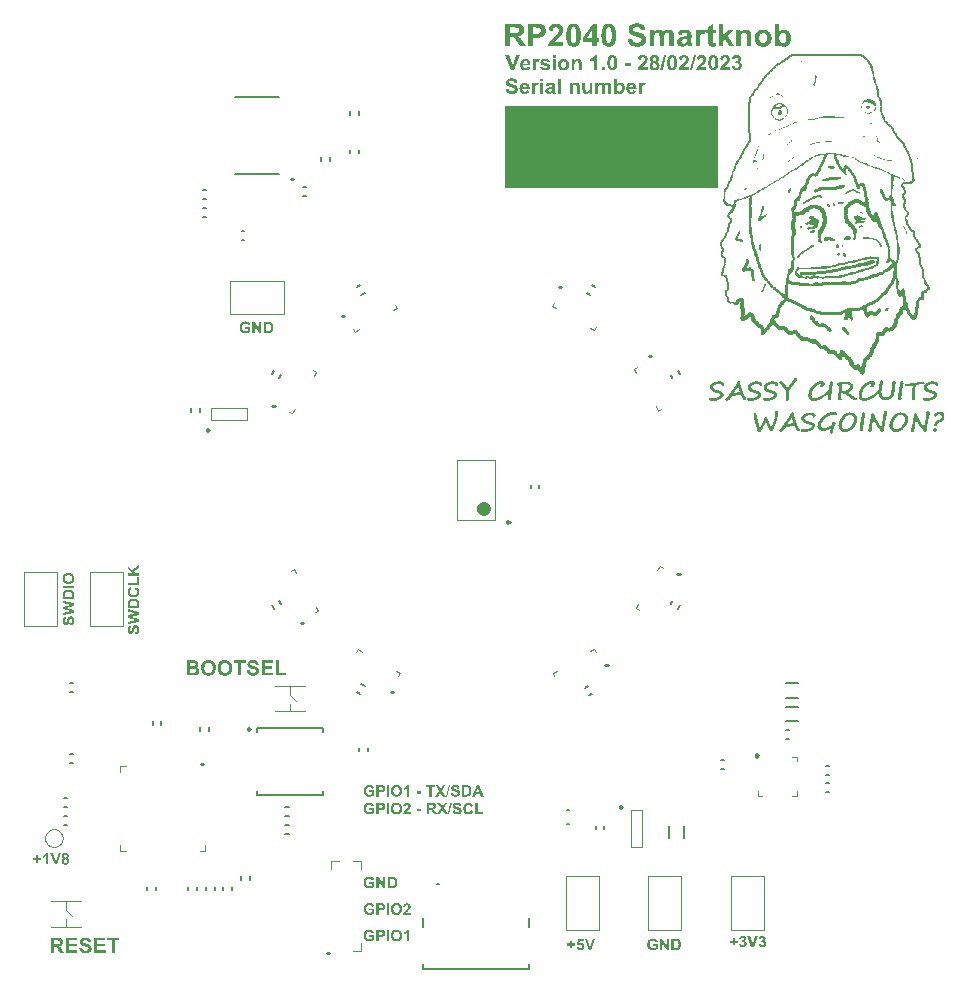
<source format=gto>
G04*
G04 #@! TF.GenerationSoftware,Altium Limited,Altium Designer,23.1.1 (15)*
G04*
G04 Layer_Color=65535*
%FSLAX25Y25*%
%MOIN*%
G70*
G04*
G04 #@! TF.SameCoordinates,C2BF6480-066F-44F4-8187-D28EFCB1F43C*
G04*
G04*
G04 #@! TF.FilePolarity,Positive*
G04*
G01*
G75*
%ADD10C,0.00787*%
%ADD11C,0.01000*%
%ADD12C,0.00394*%
%ADD13C,0.02362*%
%ADD14C,0.00984*%
%ADD15C,0.00500*%
%ADD16C,0.00197*%
%ADD17C,0.00600*%
G36*
X147206Y110308D02*
X146920D01*
Y110451D01*
X147206D01*
Y110308D01*
D02*
G37*
G36*
X80709Y100394D02*
X9843D01*
Y127953D01*
X80709D01*
Y100394D01*
D02*
G37*
G36*
X128610Y144925D02*
X129182D01*
Y144782D01*
X129325D01*
Y144639D01*
X129469D01*
Y144496D01*
X129612D01*
Y144353D01*
X129755D01*
Y144210D01*
X129898D01*
Y144067D01*
X130041D01*
Y143924D01*
X130184D01*
Y143781D01*
X130327D01*
Y143638D01*
X130470D01*
Y143495D01*
X130613D01*
Y143352D01*
X130756D01*
Y143209D01*
X130899D01*
Y143066D01*
X131042D01*
Y142780D01*
X131185D01*
Y142493D01*
X131328D01*
Y142207D01*
X131471D01*
Y142064D01*
X131614D01*
Y141921D01*
X131757D01*
Y141778D01*
X131900D01*
Y141492D01*
X132043D01*
Y141206D01*
X132186D01*
Y139919D01*
X132329D01*
Y139632D01*
X132473D01*
Y139489D01*
X132615D01*
Y139060D01*
X132758D01*
Y137630D01*
X132902D01*
Y137201D01*
X133045D01*
Y136772D01*
X133188D01*
Y136343D01*
X133331D01*
Y135770D01*
X133474D01*
Y135341D01*
X133617D01*
Y135055D01*
X133760D01*
Y134483D01*
X133903D01*
Y133911D01*
X134046D01*
Y133482D01*
X134189D01*
Y132623D01*
X134332D01*
Y131193D01*
X134475D01*
Y130907D01*
X134618D01*
Y130764D01*
X134761D01*
Y130621D01*
X134904D01*
Y130049D01*
X135047D01*
Y129762D01*
X135190D01*
Y129476D01*
X135333D01*
Y128332D01*
X135476D01*
Y125471D01*
X135619D01*
Y125185D01*
X135763D01*
Y124899D01*
X135906D01*
Y124470D01*
X136049D01*
Y124184D01*
X136192D01*
Y123898D01*
X136335D01*
Y123612D01*
X136478D01*
Y123039D01*
X136621D01*
Y122896D01*
X136764D01*
Y122753D01*
X137050D01*
Y122467D01*
X137193D01*
Y122324D01*
X137336D01*
Y122181D01*
X137479D01*
Y122038D01*
X137622D01*
Y121895D01*
X137765D01*
Y121752D01*
X138051D01*
Y121609D01*
X138194D01*
Y121466D01*
X138337D01*
Y121323D01*
X138480D01*
Y121180D01*
X138623D01*
Y121037D01*
X138766D01*
Y120894D01*
X138909D01*
Y120751D01*
X139052D01*
Y120465D01*
X139196D01*
Y120035D01*
X139339D01*
Y119749D01*
X139482D01*
Y119606D01*
X139625D01*
Y119320D01*
X139768D01*
Y119034D01*
X139911D01*
Y118891D01*
X140054D01*
Y118748D01*
X140197D01*
Y118319D01*
X140340D01*
Y117890D01*
X140483D01*
Y117747D01*
X140626D01*
Y117604D01*
X140912D01*
Y117461D01*
X141055D01*
Y117318D01*
X141198D01*
Y117174D01*
X141341D01*
Y117032D01*
X141484D01*
Y116888D01*
X141627D01*
Y116745D01*
X141770D01*
Y116602D01*
X141913D01*
Y116316D01*
X142056D01*
Y116173D01*
X142200D01*
Y116030D01*
X142342D01*
Y115887D01*
X142486D01*
Y115744D01*
X142629D01*
Y115601D01*
X142772D01*
Y115458D01*
X142915D01*
Y115029D01*
X143058D01*
Y114600D01*
X143201D01*
Y114457D01*
X143344D01*
Y114171D01*
X143487D01*
Y113884D01*
X143630D01*
Y113598D01*
X143773D01*
Y113312D01*
X143916D01*
Y113169D01*
X144059D01*
Y112740D01*
X144202D01*
Y112454D01*
X144345D01*
Y112311D01*
X144488D01*
Y111882D01*
X144631D01*
Y111310D01*
X144774D01*
Y111024D01*
X144917D01*
Y110881D01*
X145060D01*
Y110165D01*
X145203D01*
Y109593D01*
X145346D01*
Y109307D01*
X145490D01*
Y108735D01*
X145633D01*
Y106017D01*
X145776D01*
Y105731D01*
X145919D01*
Y105445D01*
X146062D01*
Y103442D01*
X146205D01*
Y103013D01*
X146062D01*
Y102584D01*
X145919D01*
Y102441D01*
X145776D01*
Y102298D01*
X145633D01*
Y102155D01*
X145490D01*
Y102012D01*
X145346D01*
Y101869D01*
X145203D01*
Y101726D01*
X142342D01*
Y101297D01*
X142486D01*
Y101154D01*
X142629D01*
Y101011D01*
X142772D01*
Y100867D01*
X142915D01*
Y100295D01*
X143058D01*
Y100009D01*
X143201D01*
Y99866D01*
X143344D01*
Y99723D01*
X143487D01*
Y99008D01*
X143344D01*
Y98722D01*
X143201D01*
Y98579D01*
X143058D01*
Y98436D01*
X142915D01*
Y98293D01*
X142629D01*
Y98007D01*
X142486D01*
Y97720D01*
X142629D01*
Y97577D01*
X142772D01*
Y97434D01*
X142915D01*
Y97005D01*
X143058D01*
Y96719D01*
X143201D01*
Y96576D01*
X143344D01*
Y96147D01*
X143487D01*
Y95718D01*
X143344D01*
Y95432D01*
X143201D01*
Y95289D01*
X143058D01*
Y95146D01*
X142915D01*
Y94430D01*
X143058D01*
Y94144D01*
X143201D01*
Y94001D01*
X143344D01*
Y93572D01*
X143487D01*
Y93286D01*
X143630D01*
Y93143D01*
X143773D01*
Y93000D01*
X143916D01*
Y92857D01*
X144059D01*
Y92714D01*
X144202D01*
Y92428D01*
X144345D01*
Y92285D01*
X144488D01*
Y91713D01*
X144345D01*
Y91570D01*
X144202D01*
Y91426D01*
X144059D01*
Y91140D01*
X143916D01*
Y90997D01*
X143630D01*
Y90854D01*
X143487D01*
Y90282D01*
X143630D01*
Y90139D01*
X143773D01*
Y89853D01*
X143916D01*
Y89567D01*
X144059D01*
Y88566D01*
X144202D01*
Y88423D01*
X144345D01*
Y88279D01*
X144488D01*
Y87850D01*
X144631D01*
Y87564D01*
X144774D01*
Y87421D01*
X144917D01*
Y87278D01*
X145060D01*
Y86849D01*
X145203D01*
Y86563D01*
X145490D01*
Y86420D01*
X145919D01*
Y86277D01*
X146062D01*
Y86134D01*
X146205D01*
Y85705D01*
X146348D01*
Y85562D01*
X146205D01*
Y84703D01*
X146348D01*
Y84560D01*
X146491D01*
Y84274D01*
X146634D01*
Y83845D01*
X146777D01*
Y83702D01*
X146920D01*
Y83559D01*
X147063D01*
Y83416D01*
X147206D01*
Y83273D01*
X147349D01*
Y82987D01*
X147492D01*
Y82844D01*
X147635D01*
Y82415D01*
X147778D01*
Y82129D01*
X148064D01*
Y81986D01*
X148207D01*
Y81700D01*
X148350D01*
Y80841D01*
X148207D01*
Y80698D01*
X148064D01*
Y80555D01*
X147778D01*
Y80412D01*
X147492D01*
Y80269D01*
X147206D01*
Y80126D01*
X147063D01*
Y79697D01*
X147206D01*
Y79411D01*
X147349D01*
Y79268D01*
X147492D01*
Y79125D01*
X147778D01*
Y78982D01*
X147921D01*
Y78839D01*
X148064D01*
Y77408D01*
X148207D01*
Y77122D01*
X148350D01*
Y75406D01*
X148493D01*
Y74976D01*
X148636D01*
Y74547D01*
X148779D01*
Y74118D01*
X148923D01*
Y73975D01*
X149066D01*
Y73689D01*
X149209D01*
Y71829D01*
X149352D01*
Y70971D01*
X149495D01*
Y70685D01*
X149638D01*
Y70542D01*
X149781D01*
Y69827D01*
X149924D01*
Y69398D01*
X150067D01*
Y69255D01*
X150210D01*
Y69112D01*
X150353D01*
Y68826D01*
X150496D01*
Y68396D01*
X150639D01*
Y68253D01*
X150782D01*
Y68110D01*
X150925D01*
Y67967D01*
X151068D01*
Y67681D01*
X151211D01*
Y66680D01*
X151068D01*
Y66537D01*
X150925D01*
Y66394D01*
X150782D01*
Y66251D01*
X150639D01*
Y66108D01*
X150496D01*
Y65965D01*
X150353D01*
Y65821D01*
X150210D01*
Y65679D01*
X149638D01*
Y65535D01*
X149495D01*
Y65392D01*
X149352D01*
Y64391D01*
X149495D01*
Y64248D01*
X149352D01*
Y63390D01*
X149209D01*
Y63247D01*
X149066D01*
Y63104D01*
X147921D01*
Y62961D01*
X147778D01*
Y61244D01*
X147635D01*
Y60672D01*
X147492D01*
Y60243D01*
X147349D01*
Y59098D01*
X147206D01*
Y58097D01*
X147063D01*
Y57668D01*
X146920D01*
Y57382D01*
X146777D01*
Y57096D01*
X146634D01*
Y56953D01*
X146491D01*
Y56810D01*
X146205D01*
Y56667D01*
X145346D01*
Y56810D01*
X145203D01*
Y56953D01*
X145060D01*
Y57096D01*
X144917D01*
Y57382D01*
X144774D01*
Y57668D01*
X144631D01*
Y57811D01*
X144488D01*
Y57954D01*
X144345D01*
Y58097D01*
X144202D01*
Y58383D01*
X144059D01*
Y58526D01*
X143916D01*
Y58669D01*
X143773D01*
Y59098D01*
X143630D01*
Y59385D01*
X143487D01*
Y59528D01*
X143344D01*
Y59671D01*
X143201D01*
Y59814D01*
X143058D01*
Y59957D01*
X142629D01*
Y59814D01*
X142486D01*
Y59671D01*
X142342D01*
Y58812D01*
X142200D01*
Y58526D01*
X142056D01*
Y58383D01*
X141913D01*
Y58240D01*
X141770D01*
Y58097D01*
X141627D01*
Y57811D01*
X141341D01*
Y57668D01*
X141198D01*
Y57382D01*
X141055D01*
Y57239D01*
X140912D01*
Y56810D01*
X140769D01*
Y55808D01*
X140626D01*
Y55379D01*
X140483D01*
Y55093D01*
X140340D01*
Y54807D01*
X140197D01*
Y54378D01*
X140054D01*
Y54092D01*
X139911D01*
Y53949D01*
X139768D01*
Y53663D01*
X139625D01*
Y53520D01*
X139339D01*
Y53377D01*
X139196D01*
Y53234D01*
X139052D01*
Y53091D01*
X138909D01*
Y52947D01*
X138623D01*
Y52804D01*
X137908D01*
Y52661D01*
X137622D01*
Y52804D01*
X136907D01*
Y52661D01*
X136764D01*
Y52518D01*
X136621D01*
Y52232D01*
X136478D01*
Y51946D01*
X136335D01*
Y51803D01*
X136192D01*
Y51660D01*
X136049D01*
Y51517D01*
X135906D01*
Y51374D01*
X135763D01*
Y51231D01*
X134618D01*
Y51088D01*
X134475D01*
Y50087D01*
X134332D01*
Y49657D01*
X134189D01*
Y49371D01*
X134046D01*
Y49085D01*
X133903D01*
Y48513D01*
X133760D01*
Y48084D01*
X133617D01*
Y47941D01*
X133474D01*
Y47655D01*
X133331D01*
Y47512D01*
X133188D01*
Y47369D01*
X133045D01*
Y47083D01*
X132902D01*
Y46940D01*
X132758D01*
Y46081D01*
X132615D01*
Y45509D01*
X132473D01*
Y45223D01*
X132329D01*
Y45080D01*
X132186D01*
Y44794D01*
X132043D01*
Y44508D01*
X131900D01*
Y44365D01*
X131757D01*
Y44222D01*
X131614D01*
Y44079D01*
X131471D01*
Y43936D01*
X131328D01*
Y43793D01*
X131185D01*
Y43650D01*
X131042D01*
Y43507D01*
X130899D01*
Y43363D01*
X130756D01*
Y43220D01*
X130613D01*
Y43077D01*
X130470D01*
Y42791D01*
X130327D01*
Y42648D01*
X130184D01*
Y42505D01*
X130041D01*
Y41218D01*
X129898D01*
Y40932D01*
X129755D01*
Y39215D01*
X129612D01*
Y38786D01*
X129469D01*
Y38643D01*
X129325D01*
Y38500D01*
X128896D01*
Y38357D01*
X128610D01*
Y38500D01*
X128324D01*
Y38643D01*
X128181D01*
Y38786D01*
X128038D01*
Y38929D01*
X127895D01*
Y39072D01*
X127752D01*
Y39215D01*
X127609D01*
Y39501D01*
X127466D01*
Y39787D01*
X127323D01*
Y39930D01*
X126179D01*
Y40073D01*
X125892D01*
Y40216D01*
X125749D01*
Y40360D01*
X125606D01*
Y40503D01*
X125463D01*
Y40646D01*
X125320D01*
Y40789D01*
X125177D01*
Y40932D01*
X125034D01*
Y41075D01*
X124891D01*
Y41218D01*
X124748D01*
Y41361D01*
X124605D01*
Y41647D01*
X124462D01*
Y42362D01*
X124319D01*
Y42648D01*
X124176D01*
Y42791D01*
X124033D01*
Y42934D01*
X123890D01*
Y43220D01*
X123747D01*
Y43363D01*
X123461D01*
Y43507D01*
X123318D01*
Y43650D01*
X123175D01*
Y43793D01*
X123031D01*
Y43936D01*
X122889D01*
Y44079D01*
X122745D01*
Y44222D01*
X122602D01*
Y44365D01*
X122459D01*
Y44508D01*
X122316D01*
Y44365D01*
X122173D01*
Y44079D01*
X122030D01*
Y43650D01*
X121887D01*
Y43363D01*
X120886D01*
Y43507D01*
X120743D01*
Y43650D01*
X120600D01*
Y43793D01*
X120457D01*
Y43936D01*
X120314D01*
Y44079D01*
X120171D01*
Y44222D01*
X120028D01*
Y44365D01*
X119885D01*
Y44508D01*
X119741D01*
Y44651D01*
X119598D01*
Y44937D01*
X119455D01*
Y45080D01*
X119312D01*
Y45223D01*
X119026D01*
Y45366D01*
X117453D01*
Y45509D01*
X117310D01*
Y45652D01*
X117167D01*
Y45795D01*
X117024D01*
Y45938D01*
X116881D01*
Y46081D01*
X116737D01*
Y46224D01*
X116595D01*
Y46367D01*
X116451D01*
Y46510D01*
X116308D01*
Y46654D01*
X116165D01*
Y46797D01*
X114878D01*
Y46940D01*
X114735D01*
Y47083D01*
X114592D01*
Y47226D01*
X114449D01*
Y47369D01*
X114306D01*
Y47512D01*
X114163D01*
Y47655D01*
X114020D01*
Y47798D01*
X113877D01*
Y47941D01*
X113734D01*
Y48084D01*
X113591D01*
Y48227D01*
X113447D01*
Y48370D01*
X113304D01*
Y48513D01*
X112732D01*
Y48656D01*
X111874D01*
Y48799D01*
X111731D01*
Y48942D01*
X111445D01*
Y49085D01*
X111159D01*
Y49228D01*
X110730D01*
Y49371D01*
X110587D01*
Y49514D01*
X110444D01*
Y49657D01*
X108441D01*
Y49801D01*
X108298D01*
Y49944D01*
X108155D01*
Y50087D01*
X107869D01*
Y50230D01*
X107726D01*
Y50373D01*
X107583D01*
Y50516D01*
X107440D01*
Y50659D01*
X107297D01*
Y50802D01*
X107153D01*
Y50945D01*
X107010D01*
Y51088D01*
X106868D01*
Y51374D01*
X106724D01*
Y51660D01*
X106581D01*
Y51803D01*
X106295D01*
Y51946D01*
X106152D01*
Y51803D01*
X105580D01*
Y51660D01*
X105294D01*
Y51517D01*
X104436D01*
Y51660D01*
X104150D01*
Y51803D01*
X103864D01*
Y51946D01*
X103720D01*
Y52089D01*
X103577D01*
Y52232D01*
X103434D01*
Y52375D01*
X103291D01*
Y52518D01*
X103148D01*
Y52661D01*
X103005D01*
Y52804D01*
X102862D01*
Y52947D01*
X102719D01*
Y53091D01*
X102576D01*
Y53234D01*
X102433D01*
Y53377D01*
X101718D01*
Y53234D01*
X101003D01*
Y53377D01*
X100574D01*
Y53520D01*
X100430D01*
Y53663D01*
X100287D01*
Y53806D01*
X100144D01*
Y53949D01*
X100001D01*
Y54092D01*
X99858D01*
Y54235D01*
X99715D01*
Y54378D01*
X99572D01*
Y54521D01*
X99429D01*
Y54664D01*
X99286D01*
Y54950D01*
X99143D01*
Y55093D01*
X98857D01*
Y54950D01*
X98571D01*
Y54664D01*
X98428D01*
Y54378D01*
X98285D01*
Y54235D01*
X98142D01*
Y54092D01*
X97999D01*
Y53949D01*
X97856D01*
Y53663D01*
X97713D01*
Y53520D01*
X97570D01*
Y53377D01*
X97426D01*
Y53234D01*
X97284D01*
Y53091D01*
X97140D01*
Y52947D01*
X96997D01*
Y52804D01*
X96854D01*
Y52518D01*
X96711D01*
Y52232D01*
X96568D01*
Y52089D01*
X96425D01*
Y51803D01*
X96139D01*
Y51660D01*
X95996D01*
Y51517D01*
X95424D01*
Y51660D01*
X95138D01*
Y51803D01*
X94995D01*
Y52232D01*
X94852D01*
Y53520D01*
X94709D01*
Y53663D01*
X94566D01*
Y53806D01*
X94279D01*
Y53949D01*
X93993D01*
Y54092D01*
X93850D01*
Y54235D01*
X93707D01*
Y54378D01*
X93564D01*
Y54521D01*
X93421D01*
Y54664D01*
X93278D01*
Y54950D01*
X93135D01*
Y55093D01*
X92992D01*
Y55236D01*
X92849D01*
Y55379D01*
X92706D01*
Y55522D01*
X92420D01*
Y55665D01*
X92277D01*
Y55808D01*
X92134D01*
Y56094D01*
X91991D01*
Y56381D01*
X91848D01*
Y57239D01*
X91705D01*
Y57525D01*
X91562D01*
Y57668D01*
X91133D01*
Y57525D01*
X90990D01*
Y57239D01*
X90703D01*
Y57096D01*
X90560D01*
Y56953D01*
X90417D01*
Y56810D01*
X90274D01*
Y56667D01*
X89988D01*
Y56524D01*
X89702D01*
Y56381D01*
X89559D01*
Y56238D01*
X89273D01*
Y56094D01*
X88844D01*
Y56238D01*
X88558D01*
Y56381D01*
X88415D01*
Y56667D01*
X88272D01*
Y56953D01*
X88129D01*
Y57525D01*
X88272D01*
Y57811D01*
X88415D01*
Y60100D01*
X88272D01*
Y60243D01*
X88129D01*
Y60529D01*
X87986D01*
Y61816D01*
X88129D01*
Y62102D01*
X88272D01*
Y62532D01*
X87843D01*
Y62388D01*
X87700D01*
Y62102D01*
X87556D01*
Y61816D01*
X87413D01*
Y61673D01*
X87270D01*
Y61530D01*
X87127D01*
Y61387D01*
X86269D01*
Y61530D01*
X86126D01*
Y61673D01*
X85983D01*
Y61816D01*
X85840D01*
Y61959D01*
X85554D01*
Y62102D01*
X84982D01*
Y61959D01*
X84553D01*
Y62102D01*
X84266D01*
Y62245D01*
X84123D01*
Y62388D01*
X83980D01*
Y62532D01*
X83837D01*
Y62674D01*
X83694D01*
Y63962D01*
X83551D01*
Y64248D01*
X83408D01*
Y64391D01*
X83265D01*
Y64534D01*
X83122D01*
Y66394D01*
X83265D01*
Y66537D01*
X83408D01*
Y66680D01*
X83551D01*
Y66966D01*
X83694D01*
Y68968D01*
X83551D01*
Y69255D01*
X83408D01*
Y70113D01*
X83265D01*
Y70685D01*
X83122D01*
Y70828D01*
X82979D01*
Y70971D01*
X82836D01*
Y71114D01*
X82121D01*
Y71257D01*
X81835D01*
Y71543D01*
X81692D01*
Y71829D01*
X81549D01*
Y72115D01*
X81692D01*
Y72402D01*
X81835D01*
Y72545D01*
X81978D01*
Y73546D01*
X82121D01*
Y73975D01*
X82264D01*
Y74118D01*
X82407D01*
Y74404D01*
X82550D01*
Y75978D01*
X82693D01*
Y76550D01*
X82836D01*
Y76693D01*
X82693D01*
Y76979D01*
X82550D01*
Y77122D01*
X82264D01*
Y77265D01*
X82121D01*
Y77408D01*
X81978D01*
Y77551D01*
X81835D01*
Y77694D01*
X81692D01*
Y77837D01*
X81549D01*
Y78982D01*
X81692D01*
Y79125D01*
X81835D01*
Y79411D01*
X81978D01*
Y80269D01*
X81835D01*
Y80555D01*
X81692D01*
Y80698D01*
X81549D01*
Y81127D01*
X81406D01*
Y82558D01*
X81549D01*
Y82844D01*
X81692D01*
Y82987D01*
X81835D01*
Y83130D01*
X81978D01*
Y83273D01*
X82121D01*
Y83559D01*
X82264D01*
Y83702D01*
X82407D01*
Y83845D01*
X82550D01*
Y84131D01*
X82693D01*
Y84417D01*
X82836D01*
Y84703D01*
X82979D01*
Y85133D01*
X83122D01*
Y85705D01*
X83265D01*
Y85848D01*
X83408D01*
Y85991D01*
X83551D01*
Y86420D01*
X83694D01*
Y87278D01*
X83837D01*
Y87564D01*
X83980D01*
Y88137D01*
X84123D01*
Y88852D01*
X84266D01*
Y88995D01*
X84409D01*
Y89138D01*
X84553D01*
Y89281D01*
X84696D01*
Y90139D01*
X84553D01*
Y90282D01*
X84409D01*
Y90425D01*
X84123D01*
Y90568D01*
X83980D01*
Y90854D01*
X83837D01*
Y91713D01*
X83980D01*
Y91999D01*
X84123D01*
Y92285D01*
X84266D01*
Y92428D01*
X84409D01*
Y92571D01*
X84553D01*
Y92714D01*
X84696D01*
Y93143D01*
X84839D01*
Y93286D01*
X84982D01*
Y93429D01*
X85125D01*
Y93715D01*
X85268D01*
Y94287D01*
X85125D01*
Y94430D01*
X84982D01*
Y94573D01*
X84123D01*
Y94717D01*
X83408D01*
Y94860D01*
X83265D01*
Y95003D01*
X83122D01*
Y95146D01*
X82979D01*
Y95289D01*
X82836D01*
Y95432D01*
X82693D01*
Y95718D01*
X82550D01*
Y96004D01*
X82407D01*
Y96862D01*
X82550D01*
Y99580D01*
X82693D01*
Y99866D01*
X82836D01*
Y100152D01*
X82979D01*
Y100295D01*
X83122D01*
Y100438D01*
X83265D01*
Y100581D01*
X83408D01*
Y100724D01*
X83551D01*
Y101011D01*
X83694D01*
Y101440D01*
X83837D01*
Y101869D01*
X83980D01*
Y102298D01*
X84123D01*
Y102870D01*
X84266D01*
Y103013D01*
X84553D01*
Y103299D01*
X84696D01*
Y103871D01*
X84839D01*
Y104157D01*
X84982D01*
Y104300D01*
X85125D01*
Y104730D01*
X85268D01*
Y106017D01*
X85411D01*
Y106303D01*
X85554D01*
Y106589D01*
X85697D01*
Y106875D01*
X85840D01*
Y107018D01*
X85983D01*
Y107305D01*
X86126D01*
Y107734D01*
X86269D01*
Y108592D01*
X86412D01*
Y108735D01*
X86555D01*
Y108878D01*
X86698D01*
Y109164D01*
X86841D01*
Y109593D01*
X86984D01*
Y109736D01*
X87127D01*
Y109879D01*
X87270D01*
Y110165D01*
X87413D01*
Y110308D01*
X87556D01*
Y110451D01*
X87700D01*
Y110594D01*
X87843D01*
Y110881D01*
X87986D01*
Y111310D01*
X88129D01*
Y111596D01*
X88272D01*
Y111882D01*
X88415D01*
Y112311D01*
X88558D01*
Y112454D01*
X88701D01*
Y112597D01*
X88844D01*
Y112883D01*
X88987D01*
Y113312D01*
X89130D01*
Y113455D01*
X89273D01*
Y113742D01*
X89416D01*
Y114028D01*
X89559D01*
Y114171D01*
X89702D01*
Y114457D01*
X89845D01*
Y114600D01*
X89988D01*
Y115029D01*
X90131D01*
Y115315D01*
X90274D01*
Y115458D01*
X90417D01*
Y115601D01*
X90560D01*
Y115887D01*
X90703D01*
Y116173D01*
X90847D01*
Y116316D01*
X90990D01*
Y116459D01*
X91133D01*
Y118319D01*
X90990D01*
Y118748D01*
X90847D01*
Y119177D01*
X90703D01*
Y120035D01*
X90847D01*
Y120751D01*
X90703D01*
Y125042D01*
X90847D01*
Y125328D01*
X90703D01*
Y125614D01*
X90847D01*
Y126043D01*
X90703D01*
Y128904D01*
X90847D01*
Y129190D01*
X90990D01*
Y129333D01*
X91133D01*
Y130764D01*
X91276D01*
Y131050D01*
X91419D01*
Y131336D01*
X91562D01*
Y131479D01*
X91705D01*
Y131622D01*
X91848D01*
Y131765D01*
X91991D01*
Y131908D01*
X92134D01*
Y132051D01*
X92277D01*
Y132480D01*
X92420D01*
Y132766D01*
X92563D01*
Y133053D01*
X92706D01*
Y133339D01*
X92849D01*
Y133482D01*
X92992D01*
Y133625D01*
X93278D01*
Y133768D01*
X93421D01*
Y133911D01*
X93564D01*
Y134054D01*
X93707D01*
Y134340D01*
X93850D01*
Y134769D01*
X93993D01*
Y134912D01*
X94137D01*
Y135055D01*
X94279D01*
Y135198D01*
X94423D01*
Y135484D01*
X94566D01*
Y135627D01*
X94709D01*
Y135770D01*
X94852D01*
Y136056D01*
X94995D01*
Y136199D01*
X95138D01*
Y136343D01*
X95281D01*
Y136629D01*
X95424D01*
Y137058D01*
X95567D01*
Y137201D01*
X95710D01*
Y137344D01*
X95853D01*
Y137630D01*
X95996D01*
Y137773D01*
X96139D01*
Y137916D01*
X96282D01*
Y138059D01*
X96425D01*
Y138202D01*
X96568D01*
Y138345D01*
X96711D01*
Y138488D01*
X96854D01*
Y138631D01*
X96997D01*
Y138917D01*
X97284D01*
Y139060D01*
X97426D01*
Y139203D01*
X97570D01*
Y139489D01*
X97713D01*
Y139632D01*
X97856D01*
Y139776D01*
X97999D01*
Y139919D01*
X98285D01*
Y140062D01*
X98428D01*
Y140205D01*
X98571D01*
Y140348D01*
X98714D01*
Y140491D01*
X98857D01*
Y140634D01*
X99000D01*
Y140777D01*
X99143D01*
Y140920D01*
X99286D01*
Y141063D01*
X99429D01*
Y141206D01*
X99572D01*
Y141349D01*
X99715D01*
Y141492D01*
X99858D01*
Y141635D01*
X100001D01*
Y141778D01*
X100287D01*
Y141921D01*
X100430D01*
Y142064D01*
X100574D01*
Y142207D01*
X101146D01*
Y142350D01*
X101289D01*
Y142493D01*
X101432D01*
Y142637D01*
X101575D01*
Y142780D01*
X101861D01*
Y142923D01*
X102147D01*
Y143066D01*
X102290D01*
Y143209D01*
X102576D01*
Y143352D01*
X102719D01*
Y143495D01*
X102862D01*
Y143638D01*
X103005D01*
Y143781D01*
X103291D01*
Y143924D01*
X103577D01*
Y144067D01*
X103864D01*
Y144210D01*
X104007D01*
Y144353D01*
X104150D01*
Y144496D01*
X104293D01*
Y144639D01*
X104436D01*
Y144782D01*
X104722D01*
Y144925D01*
X105151D01*
Y145211D01*
X128610D01*
Y144925D01*
D02*
G37*
G36*
X119578Y25999D02*
X119685Y25984D01*
X119792Y25945D01*
X119800D01*
X119815Y25938D01*
X119845Y25922D01*
X119884Y25907D01*
X119968Y25853D01*
X120060Y25785D01*
X120067Y25777D01*
X120083Y25769D01*
X120106Y25746D01*
X120129Y25716D01*
X120190Y25639D01*
X120251Y25540D01*
Y25532D01*
X120259Y25517D01*
X120274Y25486D01*
X120289Y25448D01*
X120312Y25356D01*
X120320Y25242D01*
Y25234D01*
Y25203D01*
X120312Y25157D01*
X120305Y25104D01*
X120289Y25043D01*
X120259Y24981D01*
X120228Y24920D01*
X120182Y24867D01*
X120174Y24859D01*
X120159Y24844D01*
X120121Y24828D01*
X120083Y24805D01*
X120021Y24775D01*
X119953Y24760D01*
X119868Y24744D01*
X119777Y24737D01*
X119761D01*
X119708Y24744D01*
X119639Y24760D01*
X119570Y24782D01*
X119555Y24790D01*
X119517Y24813D01*
X119471Y24844D01*
X119409Y24882D01*
X119394Y24890D01*
X119363Y24913D01*
X119325Y24943D01*
X119272Y24981D01*
X119256Y24989D01*
X119226Y25012D01*
X119188Y25027D01*
X119134Y25035D01*
X119042D01*
X118981Y25027D01*
X118904Y25020D01*
X118813Y25004D01*
X118713Y24989D01*
X118598Y24966D01*
X118583D01*
X118545Y24951D01*
X118484Y24936D01*
X118400Y24913D01*
X118300Y24882D01*
X118185Y24844D01*
X118055Y24798D01*
X117910Y24737D01*
X117902D01*
X117895Y24729D01*
X117849Y24706D01*
X117772Y24675D01*
X117681Y24630D01*
X117573Y24576D01*
X117451Y24515D01*
X117329Y24438D01*
X117199Y24362D01*
X117183Y24354D01*
X117145Y24324D01*
X117076Y24278D01*
X116992Y24224D01*
X116893Y24148D01*
X116778Y24071D01*
X116663Y23979D01*
X116541Y23880D01*
X116525Y23865D01*
X116487Y23834D01*
X116426Y23780D01*
X116342Y23711D01*
X116250Y23620D01*
X116150Y23520D01*
X116036Y23413D01*
X115929Y23291D01*
X115913Y23276D01*
X115883Y23237D01*
X115829Y23168D01*
X115760Y23084D01*
X115684Y22985D01*
X115600Y22878D01*
X115424Y22640D01*
Y22633D01*
X115409Y22618D01*
X115393Y22587D01*
X115370Y22556D01*
X115347Y22511D01*
X115324Y22457D01*
X115263Y22342D01*
Y22334D01*
X115248Y22312D01*
X115233Y22281D01*
X115217Y22235D01*
X115194Y22189D01*
X115179Y22128D01*
X115133Y21990D01*
Y21983D01*
X115125Y21960D01*
X115118Y21921D01*
X115103Y21868D01*
X115087Y21814D01*
X115072Y21745D01*
X115041Y21600D01*
Y21592D01*
X115034Y21569D01*
Y21524D01*
X115026Y21478D01*
X115018Y21417D01*
Y21348D01*
X115011Y21202D01*
Y21195D01*
Y21172D01*
X115018Y21134D01*
X115026Y21088D01*
X115041Y21034D01*
X115057Y20980D01*
X115087Y20927D01*
X115125Y20873D01*
X115133Y20866D01*
X115148Y20850D01*
X115171Y20828D01*
X115202Y20805D01*
X115294Y20743D01*
X115401Y20682D01*
X115409D01*
X115431Y20674D01*
X115462Y20659D01*
X115500Y20644D01*
X115554Y20629D01*
X115607Y20613D01*
X115737Y20583D01*
X115745D01*
X115768Y20575D01*
X115806D01*
X115845Y20567D01*
X115944Y20560D01*
X116051Y20552D01*
X116143D01*
X116212Y20560D01*
X116288Y20567D01*
X116372Y20575D01*
X116472Y20590D01*
X116571Y20613D01*
X116587D01*
X116617Y20621D01*
X116671Y20636D01*
X116747Y20659D01*
X116824Y20682D01*
X116923Y20705D01*
X117122Y20774D01*
X117137Y20782D01*
X117168Y20797D01*
X117229Y20812D01*
X117298Y20843D01*
X117382Y20881D01*
X117474Y20919D01*
X117665Y21019D01*
X117681Y21026D01*
X117711Y21042D01*
X117757Y21072D01*
X117826Y21111D01*
X117895Y21156D01*
X117979Y21210D01*
X118147Y21317D01*
X118155Y21325D01*
X118185Y21355D01*
X118231Y21394D01*
X118300Y21455D01*
X118308Y21462D01*
X118315Y21470D01*
X118369Y21516D01*
X118430Y21585D01*
X118499Y21661D01*
X118507Y21669D01*
X118514Y21684D01*
X118537Y21707D01*
X118560Y21730D01*
X118614Y21807D01*
X118675Y21883D01*
Y21891D01*
X118690Y21899D01*
X118713Y21944D01*
X118736Y22006D01*
X118752Y22059D01*
Y22067D01*
Y22082D01*
X118744Y22113D01*
X118736Y22151D01*
Y22159D01*
X118729Y22182D01*
X118721Y22212D01*
X118713Y22250D01*
Y22258D01*
X118706Y22281D01*
X118698Y22312D01*
X118690Y22350D01*
Y22357D01*
Y22380D01*
X118683Y22411D01*
Y22434D01*
Y22449D01*
X118690Y22480D01*
X118713Y22518D01*
X118752Y22572D01*
X118774Y22595D01*
X118813Y22625D01*
X118859Y22648D01*
X118912Y22663D01*
X118973Y22686D01*
X119042Y22694D01*
X119126Y22709D01*
X119264D01*
X119302Y22702D01*
X119386Y22679D01*
X119478Y22640D01*
X119486D01*
X119501Y22633D01*
X119524Y22618D01*
X119555Y22602D01*
X119631Y22549D01*
X119708Y22488D01*
X119715D01*
X119723Y22472D01*
X119769Y22434D01*
X119823Y22373D01*
X119876Y22304D01*
Y22296D01*
X119884Y22289D01*
X119914Y22250D01*
X119937Y22197D01*
X119953Y22143D01*
X119945Y22128D01*
X119937Y22105D01*
X119914Y22051D01*
X119907Y22036D01*
X119891Y21998D01*
X119853Y21929D01*
X119815Y21845D01*
Y21837D01*
X119807Y21822D01*
X119792Y21799D01*
X119777Y21768D01*
X119738Y21692D01*
X119693Y21592D01*
Y21585D01*
X119685Y21569D01*
X119669Y21539D01*
X119654Y21508D01*
X119608Y21424D01*
X119562Y21332D01*
Y21325D01*
X119555Y21317D01*
X119532Y21263D01*
X119501Y21195D01*
X119463Y21126D01*
X119455Y21111D01*
X119440Y21080D01*
X119425Y21042D01*
X119409Y21019D01*
Y21011D01*
X119402Y20988D01*
X119386Y20957D01*
X119371Y20919D01*
X119348Y20866D01*
X119325Y20797D01*
X119302Y20728D01*
X119272Y20651D01*
Y20644D01*
X119264Y20613D01*
X119249Y20575D01*
X119234Y20514D01*
X119211Y20453D01*
X119188Y20376D01*
X119142Y20215D01*
Y20208D01*
X119134Y20177D01*
X119119Y20139D01*
X119103Y20085D01*
X119088Y20024D01*
X119073Y19948D01*
X119042Y19802D01*
Y19795D01*
X119035Y19772D01*
X119027Y19734D01*
Y19695D01*
X119012Y19603D01*
X119004Y19558D01*
Y19519D01*
Y19512D01*
Y19496D01*
X119019Y19451D01*
X119027Y19443D01*
X119035Y19435D01*
X119058Y19389D01*
X119065Y19382D01*
X119073Y19374D01*
X119096Y19336D01*
X119103D01*
X119111Y19320D01*
X119119Y19305D01*
Y19282D01*
Y19275D01*
Y19259D01*
Y19236D01*
X119111Y19206D01*
X119103Y19137D01*
X119073Y19060D01*
Y19053D01*
X119065Y19045D01*
X119042Y18999D01*
X118996Y18938D01*
X118943Y18877D01*
X118928Y18861D01*
X118889Y18831D01*
X118828Y18785D01*
X118752Y18747D01*
X118744D01*
X118729Y18739D01*
X118706Y18731D01*
X118675Y18724D01*
X118598Y18708D01*
X118507Y18701D01*
X118453D01*
X118415Y18708D01*
X118338Y18724D01*
X118254Y18747D01*
X118247D01*
X118239Y18754D01*
X118201Y18777D01*
X118147Y18823D01*
X118094Y18877D01*
Y18884D01*
X118086Y18892D01*
X118063Y18938D01*
X118032Y18999D01*
X118009Y19083D01*
Y19091D01*
Y19106D01*
X118002Y19129D01*
Y19160D01*
X117994Y19252D01*
X117987Y19351D01*
Y19359D01*
Y19366D01*
X117994Y19412D01*
X118009Y19481D01*
X118032Y19580D01*
Y19588D01*
X118040Y19611D01*
X118048Y19642D01*
X118063Y19680D01*
X118078Y19726D01*
X118094Y19779D01*
X118140Y19902D01*
Y19909D01*
X118155Y19932D01*
X118163Y19963D01*
X118185Y20009D01*
X118201Y20063D01*
X118224Y20124D01*
X118270Y20246D01*
Y20254D01*
X118285Y20277D01*
X118292Y20307D01*
X118308Y20346D01*
X118346Y20437D01*
X118384Y20529D01*
X118369Y20522D01*
X118338Y20498D01*
X118277Y20460D01*
X118208Y20414D01*
X118124Y20361D01*
X118032Y20300D01*
X117833Y20170D01*
X117818Y20162D01*
X117788Y20139D01*
X117734Y20108D01*
X117665Y20070D01*
X117589Y20024D01*
X117489Y19978D01*
X117390Y19925D01*
X117283Y19879D01*
X117267Y19871D01*
X117237Y19856D01*
X117176Y19833D01*
X117099Y19810D01*
X117007Y19779D01*
X116900Y19749D01*
X116786Y19718D01*
X116663Y19688D01*
X116648D01*
X116602Y19680D01*
X116533Y19665D01*
X116449Y19657D01*
X116334Y19642D01*
X116204Y19626D01*
X116059Y19619D01*
X115837D01*
X115753Y19626D01*
X115646Y19634D01*
X115523Y19649D01*
X115393Y19665D01*
X115255Y19695D01*
X115110Y19734D01*
X115103D01*
X115095Y19741D01*
X115049Y19757D01*
X114980Y19779D01*
X114888Y19818D01*
X114789Y19864D01*
X114674Y19917D01*
X114559Y19978D01*
X114452Y20047D01*
X114437Y20055D01*
X114406Y20085D01*
X114353Y20124D01*
X114292Y20177D01*
X114223Y20246D01*
X114146Y20330D01*
X114077Y20414D01*
X114008Y20514D01*
X114001Y20529D01*
X113986Y20560D01*
X113955Y20621D01*
X113932Y20690D01*
X113901Y20782D01*
X113871Y20881D01*
X113856Y20988D01*
X113848Y21103D01*
Y21111D01*
Y21134D01*
Y21164D01*
X113856Y21210D01*
Y21263D01*
X113863Y21332D01*
X113871Y21409D01*
X113886Y21493D01*
X113917Y21677D01*
X113963Y21891D01*
X114032Y22128D01*
X114123Y22365D01*
Y22373D01*
X114139Y22396D01*
X114154Y22434D01*
X114177Y22480D01*
X114207Y22541D01*
X114246Y22610D01*
X114284Y22686D01*
X114338Y22778D01*
X114391Y22870D01*
X114452Y22977D01*
X114598Y23199D01*
X114773Y23436D01*
X114972Y23681D01*
X114980Y23696D01*
X115011Y23727D01*
X115064Y23780D01*
X115125Y23849D01*
X115194Y23926D01*
X115278Y24017D01*
X115462Y24201D01*
X115477Y24216D01*
X115508Y24247D01*
X115554Y24293D01*
X115615Y24354D01*
X115691Y24423D01*
X115776Y24499D01*
X115944Y24653D01*
X115952Y24660D01*
X115975Y24675D01*
X116005Y24698D01*
X116051Y24737D01*
X116105Y24775D01*
X116166Y24821D01*
X116304Y24920D01*
X116311Y24928D01*
X116342Y24943D01*
X116380Y24974D01*
X116434Y25004D01*
X116495Y25043D01*
X116564Y25089D01*
X116724Y25188D01*
X116732Y25196D01*
X116762Y25211D01*
X116808Y25234D01*
X116862Y25264D01*
X116931Y25303D01*
X117007Y25341D01*
X117176Y25425D01*
X117183Y25433D01*
X117214Y25448D01*
X117260Y25463D01*
X117321Y25494D01*
X117397Y25525D01*
X117474Y25555D01*
X117642Y25624D01*
X117658Y25632D01*
X117688Y25639D01*
X117734Y25655D01*
X117795Y25678D01*
X117872Y25701D01*
X117948Y25731D01*
X118117Y25785D01*
X118124D01*
X118155Y25800D01*
X118201Y25815D01*
X118262Y25831D01*
X118323Y25846D01*
X118400Y25869D01*
X118560Y25907D01*
X118568D01*
X118598Y25915D01*
X118644Y25922D01*
X118698Y25938D01*
X118767Y25953D01*
X118843Y25961D01*
X119004Y25984D01*
X119012D01*
X119042Y25991D01*
X119088D01*
X119149Y25999D01*
X119218D01*
X119302Y26006D01*
X119539D01*
X119578Y25999D01*
D02*
G37*
G36*
X111706Y25693D02*
X111813Y25685D01*
X111844D01*
X111874Y25678D01*
X111912D01*
X111966Y25670D01*
X112020Y25662D01*
X112142Y25639D01*
X112150D01*
X112172Y25632D01*
X112203D01*
X112241Y25624D01*
X112348Y25601D01*
X112456Y25570D01*
X112463D01*
X112478Y25563D01*
X112509Y25555D01*
X112547Y25548D01*
X112624Y25517D01*
X112700Y25479D01*
X112708Y25471D01*
X112739Y25456D01*
X112785Y25425D01*
X112838Y25394D01*
X112899Y25349D01*
X112968Y25295D01*
X113029Y25234D01*
X113083Y25165D01*
X113091Y25157D01*
X113106Y25134D01*
X113129Y25104D01*
X113159Y25058D01*
X113182Y25004D01*
X113205Y24943D01*
X113221Y24882D01*
X113228Y24813D01*
Y24805D01*
Y24775D01*
X113221Y24729D01*
X113213Y24668D01*
Y24653D01*
X113205Y24614D01*
X113190Y24561D01*
X113167Y24492D01*
Y24484D01*
X113159Y24476D01*
X113144Y24438D01*
X113129Y24377D01*
X113098Y24316D01*
X113091Y24301D01*
X113075Y24270D01*
X113052Y24224D01*
X113022Y24186D01*
X113014Y24178D01*
X112991Y24163D01*
X112953Y24132D01*
X112892Y24109D01*
X112808Y24079D01*
X112700Y24048D01*
X112631Y24040D01*
X112563Y24033D01*
X112478Y24025D01*
X112387D01*
Y24033D01*
Y24056D01*
Y24086D01*
Y24132D01*
X112379Y24232D01*
X112371Y24331D01*
Y24339D01*
Y24354D01*
X112364Y24377D01*
X112356Y24408D01*
X112341Y24484D01*
X112318Y24553D01*
X112310Y24568D01*
X112295Y24591D01*
X112257Y24630D01*
X112211Y24668D01*
X112196Y24675D01*
X112157Y24698D01*
X112104Y24721D01*
X112035Y24744D01*
X112027D01*
X112020Y24752D01*
X111974Y24760D01*
X111912Y24775D01*
X111844Y24790D01*
X111828D01*
X111790Y24798D01*
X111737Y24805D01*
X111515D01*
X111453Y24798D01*
X111323Y24790D01*
X111262D01*
X111216Y24782D01*
X111163D01*
X111101Y24775D01*
X110979Y24760D01*
X110971D01*
X110949Y24752D01*
X110918D01*
X110872Y24744D01*
X110819Y24737D01*
X110765Y24721D01*
X110635Y24691D01*
X110627D01*
X110604Y24683D01*
X110574Y24675D01*
X110528Y24660D01*
X110474Y24637D01*
X110421Y24622D01*
X110291Y24568D01*
X110283D01*
X110268Y24561D01*
X110245Y24545D01*
X110206Y24530D01*
X110122Y24492D01*
X110015Y24438D01*
X110008D01*
X109992Y24423D01*
X109962Y24408D01*
X109931Y24392D01*
X109847Y24339D01*
X109755Y24270D01*
X109748Y24262D01*
X109732Y24255D01*
X109709Y24232D01*
X109686Y24209D01*
X109610Y24148D01*
X109541Y24063D01*
Y24056D01*
X109526Y24040D01*
X109510Y24017D01*
X109495Y23995D01*
X109464Y23918D01*
X109441Y23826D01*
Y23819D01*
X109449Y23796D01*
Y23765D01*
X109472Y23689D01*
X109510Y23604D01*
Y23597D01*
X109526Y23582D01*
X109541Y23559D01*
X109556Y23528D01*
X109617Y23451D01*
X109694Y23360D01*
X109702Y23352D01*
X109717Y23337D01*
X109740Y23314D01*
X109770Y23283D01*
X109855Y23214D01*
X109962Y23138D01*
X109969Y23130D01*
X109992Y23122D01*
X110023Y23107D01*
X110061Y23084D01*
X110107Y23061D01*
X110168Y23038D01*
X110291Y22992D01*
X110306Y22985D01*
X110321Y22977D01*
X110360Y22962D01*
X110367D01*
X110398Y22954D01*
X110444Y22939D01*
X110505Y22916D01*
X110512D01*
X110520Y22908D01*
X110558Y22901D01*
X110612Y22878D01*
X110681Y22855D01*
X110688D01*
X110696Y22847D01*
X110742Y22839D01*
X110795Y22817D01*
X110857Y22794D01*
X110864D01*
X110872Y22786D01*
X110903Y22778D01*
X110949Y22755D01*
X110994Y22740D01*
X111002D01*
X111025Y22732D01*
X111056Y22725D01*
X111079D01*
X111117Y22717D01*
X111163Y22702D01*
X111232Y22679D01*
X111316Y22656D01*
X111407Y22625D01*
X111507Y22595D01*
X111622Y22556D01*
X111859Y22465D01*
X112096Y22365D01*
X112326Y22250D01*
X112433Y22182D01*
X112524Y22120D01*
X112532Y22113D01*
X112547Y22105D01*
X112570Y22082D01*
X112601Y22059D01*
X112677Y21983D01*
X112769Y21883D01*
X112853Y21753D01*
X112930Y21608D01*
X112961Y21524D01*
X112983Y21440D01*
X112999Y21348D01*
X113006Y21256D01*
Y21248D01*
Y21225D01*
Y21195D01*
X112999Y21149D01*
X112976Y21049D01*
X112930Y20927D01*
Y20919D01*
X112915Y20896D01*
X112899Y20866D01*
X112884Y20828D01*
X112823Y20728D01*
X112746Y20613D01*
X112739Y20606D01*
X112731Y20590D01*
X112708Y20560D01*
X112677Y20522D01*
X112601Y20437D01*
X112509Y20338D01*
X112502Y20330D01*
X112486Y20315D01*
X112463Y20292D01*
X112433Y20269D01*
X112348Y20200D01*
X112264Y20131D01*
X112272D01*
X112264Y20124D01*
X112249Y20116D01*
X112226Y20093D01*
X112188Y20070D01*
X112096Y20009D01*
X111989Y19932D01*
X111981Y19925D01*
X111966Y19917D01*
X111928Y19894D01*
X111890Y19871D01*
X111844Y19841D01*
X111782Y19810D01*
X111652Y19734D01*
X111645Y19726D01*
X111622Y19718D01*
X111583Y19703D01*
X111538Y19680D01*
X111484Y19649D01*
X111423Y19619D01*
X111285Y19558D01*
X111277D01*
X111255Y19542D01*
X111216Y19527D01*
X111163Y19512D01*
X111109Y19489D01*
X111040Y19458D01*
X110895Y19412D01*
X110887D01*
X110864Y19405D01*
X110826Y19389D01*
X110780Y19374D01*
X110719Y19359D01*
X110650Y19336D01*
X110505Y19297D01*
X110497D01*
X110467Y19290D01*
X110428Y19282D01*
X110375Y19267D01*
X110314Y19252D01*
X110245Y19236D01*
X110092Y19206D01*
X110084D01*
X110061Y19198D01*
X110015Y19190D01*
X109969Y19183D01*
X109908Y19175D01*
X109847Y19167D01*
X109702Y19152D01*
X109671D01*
X109633Y19144D01*
X109595D01*
X109480Y19137D01*
X109365Y19129D01*
X109311D01*
X109243Y19137D01*
X109166Y19152D01*
X109143D01*
X109120Y19160D01*
X109090Y19167D01*
X109013Y19183D01*
X108921Y19206D01*
X108914D01*
X108898Y19213D01*
X108875Y19221D01*
X108837Y19229D01*
X108761Y19252D01*
X108661Y19282D01*
X108653D01*
X108638Y19290D01*
X108615Y19297D01*
X108585Y19313D01*
X108508Y19343D01*
X108424Y19389D01*
X108416D01*
X108409Y19397D01*
X108370Y19428D01*
X108317Y19466D01*
X108263Y19512D01*
X108256Y19519D01*
X108233Y19550D01*
X108210Y19596D01*
X108202Y19649D01*
Y19665D01*
Y19695D01*
X108210Y19749D01*
X108225Y19818D01*
Y19825D01*
X108233Y19833D01*
X108240Y19879D01*
X108263Y19940D01*
X108294Y20009D01*
Y20017D01*
X108302Y20024D01*
X108332Y20063D01*
X108363Y20116D01*
X108409Y20162D01*
X108424Y20170D01*
X108455Y20200D01*
X108501Y20223D01*
X108554Y20231D01*
X108623D01*
X108684Y20215D01*
X108753Y20200D01*
X108768D01*
X108814Y20185D01*
X108875Y20170D01*
X108959Y20147D01*
X108967D01*
X108983Y20139D01*
X109005D01*
X109044Y20131D01*
X109128Y20108D01*
X109235Y20085D01*
X109265D01*
X109296Y20078D01*
X109342D01*
X109396Y20070D01*
X109464D01*
X109533Y20063D01*
X109702D01*
X109763Y20070D01*
X109832D01*
X109916Y20085D01*
X110092Y20108D01*
X110107D01*
X110138Y20116D01*
X110184Y20131D01*
X110252Y20139D01*
X110321Y20162D01*
X110405Y20185D01*
X110589Y20238D01*
X110597Y20246D01*
X110627Y20254D01*
X110681Y20269D01*
X110742Y20292D01*
X110811Y20323D01*
X110887Y20353D01*
X111048Y20430D01*
X111056Y20437D01*
X111086Y20445D01*
X111125Y20468D01*
X111178Y20498D01*
X111239Y20529D01*
X111308Y20567D01*
X111446Y20651D01*
X111461Y20659D01*
X111499Y20682D01*
X111553Y20713D01*
X111614Y20759D01*
X111622D01*
X111629Y20774D01*
X111668Y20805D01*
X111721Y20850D01*
X111782Y20904D01*
X111790Y20912D01*
X111798Y20919D01*
X111828Y20957D01*
X111874Y21011D01*
X111920Y21072D01*
Y21080D01*
X111928Y21088D01*
X111951Y21126D01*
X111966Y21179D01*
X111974Y21248D01*
Y21256D01*
Y21263D01*
X111958Y21309D01*
X111935Y21340D01*
X111912Y21371D01*
X111874Y21409D01*
X111821Y21440D01*
X111813Y21447D01*
X111782Y21462D01*
X111737Y21485D01*
X111675Y21516D01*
X111606Y21554D01*
X111530Y21585D01*
X111369Y21646D01*
X111362D01*
X111331Y21661D01*
X111293Y21669D01*
X111239Y21684D01*
X111186Y21707D01*
X111117Y21723D01*
X110987Y21761D01*
X110979D01*
X110964Y21768D01*
X110941Y21776D01*
X110903Y21784D01*
X110857Y21799D01*
X110803Y21814D01*
X110742Y21830D01*
X110673Y21853D01*
X110589Y21883D01*
X110505Y21906D01*
X110306Y21975D01*
X110092Y22051D01*
X109847Y22143D01*
X109855D01*
X109839Y22151D01*
X109809Y22166D01*
X109755Y22189D01*
X109679Y22220D01*
X109595Y22258D01*
X109503Y22312D01*
X109311Y22426D01*
X109304Y22434D01*
X109265Y22457D01*
X109220Y22495D01*
X109158Y22541D01*
X109090Y22595D01*
X109013Y22656D01*
X108860Y22794D01*
X108852Y22801D01*
X108845Y22817D01*
X108822Y22839D01*
X108791Y22878D01*
X108761Y22924D01*
X108722Y22977D01*
X108684Y23038D01*
X108646Y23107D01*
X108569Y23268D01*
X108501Y23451D01*
X108447Y23658D01*
X108439Y23765D01*
X108432Y23880D01*
Y23888D01*
Y23918D01*
X108439Y23964D01*
X108447Y24025D01*
X108462Y24102D01*
X108493Y24178D01*
X108523Y24262D01*
X108569Y24347D01*
X108577Y24354D01*
X108592Y24385D01*
X108623Y24431D01*
X108669Y24484D01*
X108722Y24553D01*
X108784Y24622D01*
X108852Y24698D01*
X108937Y24775D01*
X108944Y24782D01*
X108983Y24813D01*
X109028Y24851D01*
X109097Y24897D01*
X109174Y24959D01*
X109265Y25020D01*
X109365Y25089D01*
X109480Y25150D01*
X109495Y25157D01*
X109533Y25180D01*
X109595Y25211D01*
X109679Y25249D01*
X109770Y25295D01*
X109885Y25341D01*
X110000Y25394D01*
X110130Y25440D01*
X110138D01*
X110145Y25448D01*
X110191Y25463D01*
X110260Y25486D01*
X110352Y25509D01*
X110459Y25540D01*
X110581Y25570D01*
X110711Y25601D01*
X110841Y25632D01*
X110857D01*
X110903Y25639D01*
X110979Y25655D01*
X111071Y25670D01*
X111178Y25678D01*
X111293Y25693D01*
X111545Y25701D01*
X111622D01*
X111706Y25693D01*
D02*
G37*
G36*
X154936Y25961D02*
X154997Y25953D01*
X155013D01*
X155051Y25945D01*
X155112Y25930D01*
X155173Y25907D01*
X155189D01*
X155227Y25892D01*
X155280Y25877D01*
X155341Y25853D01*
X155357Y25846D01*
X155387Y25831D01*
X155426Y25815D01*
X155456Y25785D01*
X155464Y25777D01*
X155494Y25754D01*
X155540Y25723D01*
X155594Y25685D01*
X155716Y25593D01*
X155778Y25540D01*
X155839Y25486D01*
X155846Y25479D01*
X155862Y25463D01*
X155892Y25433D01*
X155923Y25394D01*
X155992Y25303D01*
X156053Y25188D01*
Y25180D01*
X156068Y25165D01*
X156076Y25127D01*
X156091Y25089D01*
X156114Y25035D01*
X156129Y24974D01*
X156152Y24836D01*
Y24828D01*
X156160Y24805D01*
Y24760D01*
X156168Y24706D01*
Y24637D01*
X156175Y24561D01*
X156183Y24469D01*
Y24369D01*
Y24362D01*
Y24347D01*
Y24316D01*
Y24278D01*
X156175Y24232D01*
Y24171D01*
X156160Y24048D01*
X156137Y23895D01*
X156099Y23742D01*
X156053Y23589D01*
X155984Y23444D01*
Y23436D01*
X155976Y23428D01*
X155946Y23383D01*
X155908Y23314D01*
X155846Y23237D01*
X155778Y23138D01*
X155686Y23046D01*
X155586Y22946D01*
X155472Y22862D01*
X155464Y22855D01*
X155449Y22847D01*
X155418Y22832D01*
X155380Y22809D01*
X155334Y22778D01*
X155280Y22748D01*
X155158Y22686D01*
X155150D01*
X155127Y22671D01*
X155089Y22656D01*
X155043Y22640D01*
X154990Y22618D01*
X154928Y22587D01*
X154783Y22533D01*
X154775D01*
X154752Y22518D01*
X154707Y22511D01*
X154653Y22488D01*
X154592Y22465D01*
X154523Y22442D01*
X154362Y22388D01*
X154355D01*
X154324Y22373D01*
X154286Y22365D01*
X154225Y22342D01*
X154163Y22319D01*
X154087Y22296D01*
X153926Y22243D01*
Y22235D01*
X153919Y22220D01*
X153903Y22182D01*
X153888Y22143D01*
X153873Y22097D01*
X153857Y22036D01*
X153819Y21914D01*
Y21906D01*
X153812Y21883D01*
X153804Y21845D01*
X153788Y21799D01*
X153773Y21745D01*
X153758Y21677D01*
X153727Y21531D01*
Y21524D01*
X153720Y21508D01*
Y21485D01*
X153712Y21455D01*
X153681Y21386D01*
X153643Y21317D01*
X153636Y21302D01*
X153605Y21271D01*
X153559Y21225D01*
X153498Y21179D01*
X153482Y21172D01*
X153444Y21156D01*
X153375Y21134D01*
X153291Y21111D01*
X153268D01*
X153245Y21103D01*
X153215D01*
X153123Y21095D01*
X153001D01*
X152970Y21103D01*
X152932Y21118D01*
X152893Y21156D01*
X152886Y21164D01*
X152871Y21195D01*
X152840Y21241D01*
X152817Y21302D01*
Y21309D01*
X152809Y21317D01*
X152802Y21355D01*
X152786Y21409D01*
X152771Y21470D01*
Y21478D01*
Y21485D01*
Y21524D01*
X152763Y21577D01*
Y21631D01*
Y21638D01*
Y21646D01*
Y21692D01*
Y21745D01*
X152771Y21807D01*
Y21814D01*
Y21822D01*
X152786Y21860D01*
X152802Y21921D01*
X152825Y21998D01*
Y22006D01*
X152832Y22021D01*
X152840Y22044D01*
X152855Y22074D01*
X152886Y22166D01*
X152939Y22273D01*
Y22281D01*
X152955Y22304D01*
X152970Y22342D01*
X152993Y22388D01*
X153024Y22449D01*
X153062Y22526D01*
X153100Y22610D01*
X153146Y22702D01*
X153154Y22709D01*
X153169Y22717D01*
X153192Y22740D01*
X153230Y22763D01*
X153314Y22824D01*
X153406Y22893D01*
X153414Y22901D01*
X153429Y22908D01*
X153460Y22924D01*
X153490Y22946D01*
X153582Y23000D01*
X153689Y23054D01*
X153697D01*
X153704Y23061D01*
X153720Y23069D01*
X153750Y23084D01*
X153781Y23099D01*
X153827Y23115D01*
X153880Y23138D01*
X153942Y23161D01*
X153949D01*
X153972Y23176D01*
X154010Y23184D01*
X154056Y23207D01*
X154110Y23230D01*
X154171Y23253D01*
X154301Y23306D01*
X154309D01*
X154332Y23321D01*
X154370Y23337D01*
X154416Y23352D01*
X154469Y23375D01*
X154531Y23398D01*
X154661Y23451D01*
X154668D01*
X154691Y23467D01*
X154722Y23474D01*
X154760Y23490D01*
X154844Y23520D01*
X154883Y23536D01*
X154913Y23551D01*
X154928Y23559D01*
X154951Y23582D01*
X154997Y23612D01*
X155035Y23658D01*
X155043Y23673D01*
X155074Y23711D01*
X155104Y23765D01*
X155135Y23826D01*
Y23834D01*
X155143Y23842D01*
X155158Y23888D01*
X155181Y23949D01*
X155204Y24017D01*
Y24025D01*
X155211Y24033D01*
X155219Y24086D01*
X155227Y24148D01*
Y24216D01*
Y24224D01*
Y24262D01*
X155219Y24308D01*
X155211Y24369D01*
Y24377D01*
Y24385D01*
X155204Y24431D01*
X155189Y24492D01*
X155173Y24561D01*
Y24568D01*
Y24576D01*
X155158Y24622D01*
X155143Y24675D01*
X155127Y24737D01*
Y24752D01*
X155112Y24775D01*
X155104Y24813D01*
X155097Y24836D01*
X155089Y24844D01*
X155074Y24874D01*
X155043Y24905D01*
X154997Y24943D01*
X154990Y24951D01*
X154959Y24974D01*
X154913Y24997D01*
X154852Y25020D01*
X154837Y25027D01*
X154798Y25035D01*
X154745Y25050D01*
X154676Y25066D01*
X154661D01*
X154622Y25073D01*
X154577Y25081D01*
X154362D01*
X154278Y25073D01*
X154217D01*
X154148Y25058D01*
X154079Y25043D01*
X154064Y25035D01*
X154026Y25027D01*
X153972Y25004D01*
X153911Y24966D01*
X153896Y24959D01*
X153857Y24936D01*
X153804Y24890D01*
X153743Y24836D01*
Y24828D01*
X153735Y24813D01*
X153727Y24782D01*
X153712Y24737D01*
Y24729D01*
X153704Y24698D01*
X153689Y24660D01*
X153666Y24614D01*
X153658Y24607D01*
X153643Y24576D01*
X153613Y24530D01*
X153567Y24484D01*
X153551Y24476D01*
X153521Y24454D01*
X153460Y24423D01*
X153375Y24392D01*
X153368D01*
X153352Y24385D01*
X153330D01*
X153291Y24377D01*
X153245Y24369D01*
X153192D01*
X153123Y24362D01*
X153039D01*
X152993Y24369D01*
X152932Y24385D01*
X152863Y24408D01*
X152786Y24454D01*
X152725Y24522D01*
X152702Y24561D01*
X152679Y24614D01*
X152672Y24668D01*
X152664Y24737D01*
Y24744D01*
Y24760D01*
X152672Y24782D01*
Y24813D01*
X152695Y24890D01*
X152733Y24981D01*
Y24989D01*
X152748Y25004D01*
X152763Y25035D01*
X152779Y25066D01*
X152840Y25157D01*
X152916Y25257D01*
X152924Y25264D01*
X152939Y25280D01*
X152962Y25310D01*
X153001Y25341D01*
X153085Y25425D01*
X153200Y25517D01*
X153207Y25525D01*
X153230Y25540D01*
X153261Y25563D01*
X153307Y25593D01*
X153352Y25632D01*
X153414Y25670D01*
X153544Y25746D01*
X153536D01*
X153544Y25754D01*
X153559Y25762D01*
X153590Y25777D01*
X153620Y25792D01*
X153704Y25831D01*
X153781Y25869D01*
X153788D01*
X153796Y25877D01*
X153850Y25892D01*
X153911Y25907D01*
X153987Y25922D01*
X153995D01*
X154003Y25930D01*
X154026D01*
X154056Y25938D01*
X154125Y25945D01*
X154378D01*
X154485Y25953D01*
X154523D01*
X154553Y25961D01*
X154714D01*
X154752Y25968D01*
X154890D01*
X154936Y25961D01*
D02*
G37*
G36*
X150905Y26290D02*
X150989Y26267D01*
X151058Y26228D01*
X151065D01*
X151073Y26213D01*
X151111Y26182D01*
X151157Y26121D01*
X151195Y26045D01*
Y26037D01*
X151203Y26030D01*
X151210Y26006D01*
X151218Y25976D01*
X151241Y25899D01*
X151249Y25808D01*
Y25800D01*
Y25785D01*
X151256Y25762D01*
Y25731D01*
X151264Y25647D01*
Y25555D01*
Y25548D01*
Y25525D01*
X151256Y25479D01*
X151241Y25418D01*
Y25410D01*
Y25402D01*
X151233Y25379D01*
Y25349D01*
X151218Y25280D01*
X151203Y25188D01*
Y25180D01*
Y25165D01*
X151195Y25142D01*
X151188Y25104D01*
X151172Y25027D01*
X151149Y24928D01*
Y24920D01*
X151142Y24905D01*
Y24882D01*
X151134Y24851D01*
X151111Y24775D01*
X151096Y24698D01*
Y24691D01*
X151088Y24668D01*
X151080Y24630D01*
X151065Y24584D01*
X151050Y24522D01*
X151034Y24454D01*
X151012Y24377D01*
X150989Y24285D01*
X150943Y24094D01*
X150889Y23872D01*
X150843Y23650D01*
X150790Y23421D01*
Y23413D01*
X150782Y23398D01*
X150774Y23360D01*
X150767Y23321D01*
X150759Y23268D01*
X150744Y23207D01*
X150728Y23130D01*
X150713Y23054D01*
X150675Y22885D01*
X150637Y22694D01*
X150599Y22488D01*
X150560Y22289D01*
Y22281D01*
X150553Y22266D01*
Y22235D01*
X150545Y22197D01*
X150537Y22151D01*
X150530Y22097D01*
X150507Y21967D01*
X150484Y21814D01*
X150453Y21654D01*
X150400Y21309D01*
Y21302D01*
Y21286D01*
X150392Y21263D01*
Y21233D01*
X150377Y21149D01*
X150361Y21042D01*
X150346Y20912D01*
X150331Y20774D01*
X150308Y20629D01*
X150293Y20491D01*
Y20483D01*
X150285Y20460D01*
Y20430D01*
X150277Y20391D01*
Y20384D01*
Y20361D01*
X150269Y20330D01*
Y20284D01*
Y20277D01*
Y20246D01*
Y20208D01*
X150262Y20154D01*
Y20139D01*
Y20101D01*
Y20040D01*
Y19963D01*
Y19955D01*
Y19925D01*
Y19886D01*
X150254Y19841D01*
X150231Y19726D01*
X150216Y19672D01*
X150193Y19619D01*
Y19611D01*
X150178Y19603D01*
X150147Y19558D01*
X150094Y19496D01*
X150017Y19451D01*
X150009D01*
X150002Y19443D01*
X149956Y19420D01*
X149879Y19397D01*
X149795Y19382D01*
X149726D01*
X149665Y19374D01*
X149566D01*
X149535Y19382D01*
X149489D01*
X149390Y19405D01*
X149298Y19451D01*
X149290D01*
X149283Y19466D01*
X149229Y19504D01*
X149168Y19565D01*
X149091Y19657D01*
X149084Y19665D01*
X149076Y19680D01*
X149053Y19711D01*
X149030Y19757D01*
X149000Y19802D01*
X148969Y19864D01*
X148892Y19994D01*
X148885Y20001D01*
X148877Y20032D01*
X148854Y20070D01*
X148824Y20124D01*
X148785Y20185D01*
X148732Y20261D01*
X148678Y20338D01*
X148617Y20422D01*
X148609Y20430D01*
X148594Y20453D01*
X148571Y20491D01*
X148533Y20537D01*
X148495Y20598D01*
X148441Y20667D01*
X148380Y20751D01*
X148319Y20835D01*
X148250Y20935D01*
X148173Y21042D01*
X148013Y21279D01*
X147837Y21531D01*
X147653Y21799D01*
X147646Y21807D01*
X147630Y21830D01*
X147607Y21876D01*
X147569Y21929D01*
X147523Y21998D01*
X147470Y22082D01*
X147408Y22174D01*
X147347Y22281D01*
X147271Y22396D01*
X147194Y22526D01*
X147110Y22656D01*
X147026Y22801D01*
X146850Y23115D01*
X146659Y23444D01*
Y23436D01*
Y23428D01*
X146651Y23405D01*
X146643Y23375D01*
X146628Y23298D01*
X146613Y23199D01*
X146590Y23084D01*
X146567Y22946D01*
X146536Y22801D01*
X146513Y22648D01*
Y22640D01*
Y22633D01*
X146506Y22610D01*
Y22579D01*
X146490Y22495D01*
X146475Y22388D01*
X146452Y22266D01*
X146429Y22128D01*
X146406Y21983D01*
X146383Y21830D01*
Y21822D01*
Y21814D01*
X146376Y21791D01*
Y21761D01*
X146368Y21684D01*
X146353Y21585D01*
X146337Y21470D01*
X146322Y21332D01*
X146299Y21195D01*
X146284Y21057D01*
Y21049D01*
Y21042D01*
X146276Y20996D01*
X146269Y20927D01*
X146253Y20835D01*
X146246Y20736D01*
X146230Y20629D01*
X146200Y20399D01*
Y20391D01*
Y20376D01*
Y20353D01*
Y20323D01*
X146192Y20246D01*
X146184Y20154D01*
Y20147D01*
Y20131D01*
X146177Y20108D01*
Y20078D01*
X146161Y19994D01*
X146146Y19909D01*
Y19902D01*
Y19894D01*
X146139Y19841D01*
X146123Y19772D01*
X146108Y19703D01*
Y19688D01*
X146100Y19657D01*
X146093Y19626D01*
X146085Y19603D01*
Y19596D01*
X146070Y19565D01*
X146047Y19527D01*
X146016Y19481D01*
X146009Y19466D01*
X145985Y19435D01*
X145947Y19389D01*
X145901Y19336D01*
X145894Y19328D01*
X145863Y19297D01*
X145817Y19259D01*
X145756Y19221D01*
X145741Y19213D01*
X145703Y19198D01*
X145649Y19175D01*
X145580Y19167D01*
X145527D01*
X145488Y19175D01*
X145396Y19190D01*
X145312Y19213D01*
X145305D01*
X145297Y19221D01*
X145259Y19252D01*
X145205Y19290D01*
X145152Y19351D01*
Y19359D01*
X145144Y19366D01*
X145121Y19412D01*
X145098Y19473D01*
X145075Y19565D01*
Y19573D01*
Y19588D01*
X145068Y19619D01*
Y19649D01*
X145060Y19695D01*
Y19749D01*
X145052Y19871D01*
Y19886D01*
Y19925D01*
X145060Y19986D01*
X145068Y20063D01*
Y20070D01*
Y20085D01*
X145075Y20108D01*
Y20139D01*
X145090Y20215D01*
X145106Y20315D01*
Y20323D01*
X145113Y20338D01*
X145121Y20369D01*
X145129Y20407D01*
X145144Y20498D01*
X145167Y20606D01*
Y20613D01*
X145175Y20629D01*
X145182Y20659D01*
X145190Y20697D01*
X145213Y20782D01*
X145236Y20881D01*
Y20889D01*
X145244Y20912D01*
X145259Y20957D01*
X145274Y21011D01*
X145289Y21080D01*
X145305Y21156D01*
X145328Y21248D01*
X145351Y21355D01*
Y21371D01*
X145366Y21409D01*
X145373Y21462D01*
X145396Y21547D01*
X145412Y21638D01*
X145435Y21745D01*
X145465Y21860D01*
X145488Y21983D01*
Y21990D01*
Y21998D01*
X145504Y22044D01*
X145519Y22113D01*
X145534Y22205D01*
X145557Y22312D01*
X145580Y22426D01*
X145611Y22556D01*
X145634Y22694D01*
Y22702D01*
Y22709D01*
X145649Y22755D01*
X145657Y22832D01*
X145679Y22924D01*
X145695Y23031D01*
X145718Y23153D01*
X145764Y23413D01*
Y23421D01*
Y23428D01*
X145771Y23474D01*
X145787Y23543D01*
X145802Y23627D01*
X145817Y23727D01*
X145833Y23834D01*
X145871Y24063D01*
Y24079D01*
X145878Y24117D01*
X145886Y24171D01*
X145894Y24247D01*
X145909Y24324D01*
X145917Y24415D01*
X145924Y24499D01*
X145932Y24584D01*
Y24813D01*
Y24828D01*
Y24867D01*
X145940Y24920D01*
X145955Y24997D01*
Y25004D01*
X145963Y25020D01*
Y25035D01*
X145978Y25066D01*
X146001Y25134D01*
X146039Y25211D01*
Y25219D01*
X146054Y25226D01*
X146085Y25272D01*
X146146Y25318D01*
X146223Y25372D01*
X146230D01*
X146246Y25379D01*
X146269Y25394D01*
X146307Y25410D01*
X146353Y25418D01*
X146414Y25433D01*
X146475Y25440D01*
X146598D01*
X146636Y25433D01*
X146712Y25418D01*
X146796Y25379D01*
X146804D01*
X146812Y25372D01*
X146858Y25341D01*
X146911Y25287D01*
X146965Y25219D01*
Y25211D01*
X146980Y25203D01*
X146988Y25180D01*
X147003Y25150D01*
X147041Y25066D01*
X147080Y24959D01*
Y24951D01*
X147087Y24936D01*
X147095Y24897D01*
X147110Y24859D01*
X147125Y24813D01*
X147141Y24752D01*
X147179Y24622D01*
Y24614D01*
X147187Y24591D01*
X147202Y24553D01*
X147217Y24499D01*
X147240Y24438D01*
X147263Y24362D01*
X147301Y24278D01*
X147340Y24186D01*
X147347Y24178D01*
X147362Y24140D01*
X147386Y24086D01*
X147416Y24017D01*
X147454Y23933D01*
X147508Y23842D01*
X147554Y23734D01*
X147615Y23620D01*
X147623Y23604D01*
X147646Y23566D01*
X147676Y23505D01*
X147722Y23421D01*
X147783Y23321D01*
X147845Y23214D01*
X147913Y23092D01*
X147990Y22962D01*
X147997Y22946D01*
X148028Y22901D01*
X148066Y22832D01*
X148120Y22748D01*
X148189Y22640D01*
X148258Y22526D01*
X148334Y22396D01*
X148418Y22266D01*
X148426Y22250D01*
X148457Y22205D01*
X148502Y22136D01*
X148564Y22044D01*
X148632Y21944D01*
X148717Y21822D01*
X148801Y21700D01*
X148892Y21569D01*
X148900Y21554D01*
X148938Y21508D01*
X148984Y21447D01*
X149046Y21363D01*
X149122Y21263D01*
X149206Y21156D01*
X149382Y20927D01*
Y20935D01*
X149390Y20965D01*
X149405Y21011D01*
X149413Y21072D01*
X149436Y21141D01*
X149451Y21218D01*
X149489Y21401D01*
Y21417D01*
X149497Y21447D01*
X149512Y21501D01*
X149520Y21562D01*
X149535Y21638D01*
X149550Y21730D01*
X149589Y21914D01*
Y21929D01*
X149596Y21960D01*
X149612Y22006D01*
X149619Y22074D01*
X149635Y22151D01*
X149650Y22235D01*
X149680Y22419D01*
Y22434D01*
X149688Y22465D01*
X149696Y22511D01*
X149711Y22572D01*
X149719Y22640D01*
X149734Y22725D01*
X149765Y22885D01*
Y22893D01*
X149772Y22924D01*
X149780Y22962D01*
X149788Y23015D01*
X149811Y23138D01*
X149826Y23260D01*
Y23268D01*
X149834Y23291D01*
Y23321D01*
X149841Y23360D01*
X149856Y23444D01*
X149872Y23520D01*
Y23528D01*
Y23536D01*
X149879Y23582D01*
X149895Y23643D01*
X149910Y23727D01*
X149925Y23819D01*
X149941Y23918D01*
X149963Y24025D01*
X149979Y24125D01*
Y24140D01*
X149987Y24171D01*
X149994Y24224D01*
X150009Y24285D01*
X150025Y24362D01*
X150040Y24446D01*
X150063Y24622D01*
Y24630D01*
X150071Y24660D01*
Y24706D01*
X150078Y24767D01*
X150086Y24828D01*
X150094Y24905D01*
X150109Y25066D01*
Y25073D01*
Y25104D01*
X150117Y25150D01*
Y25211D01*
Y25280D01*
X150124Y25364D01*
Y25456D01*
Y25555D01*
Y25570D01*
Y25601D01*
X150132Y25647D01*
X150139Y25701D01*
Y25708D01*
Y25716D01*
X150147Y25754D01*
X150162Y25808D01*
X150178Y25861D01*
X150185Y25877D01*
X150193Y25907D01*
X150208Y25953D01*
X150231Y26006D01*
X150239Y26022D01*
X150254Y26045D01*
X150285Y26075D01*
X150315Y26106D01*
X150331Y26121D01*
X150361Y26152D01*
X150407Y26190D01*
X150453Y26221D01*
X150461Y26228D01*
X150491Y26244D01*
X150530Y26259D01*
X150568Y26274D01*
X150575D01*
X150606Y26282D01*
X150644Y26290D01*
X150698D01*
X150728Y26297D01*
X150874D01*
X150905Y26290D01*
D02*
G37*
G36*
X136645D02*
X136729Y26267D01*
X136798Y26228D01*
X136805D01*
X136813Y26213D01*
X136851Y26182D01*
X136897Y26121D01*
X136936Y26045D01*
Y26037D01*
X136943Y26030D01*
X136951Y26006D01*
X136959Y25976D01*
X136981Y25899D01*
X136989Y25808D01*
Y25800D01*
Y25785D01*
X136997Y25762D01*
Y25731D01*
X137004Y25647D01*
Y25555D01*
Y25548D01*
Y25525D01*
X136997Y25479D01*
X136981Y25418D01*
Y25410D01*
Y25402D01*
X136974Y25379D01*
Y25349D01*
X136959Y25280D01*
X136943Y25188D01*
Y25180D01*
Y25165D01*
X136936Y25142D01*
X136928Y25104D01*
X136913Y25027D01*
X136890Y24928D01*
Y24920D01*
X136882Y24905D01*
Y24882D01*
X136874Y24851D01*
X136851Y24775D01*
X136836Y24698D01*
Y24691D01*
X136828Y24668D01*
X136821Y24630D01*
X136805Y24584D01*
X136790Y24522D01*
X136775Y24454D01*
X136752Y24377D01*
X136729Y24285D01*
X136683Y24094D01*
X136630Y23872D01*
X136584Y23650D01*
X136530Y23421D01*
Y23413D01*
X136522Y23398D01*
X136515Y23360D01*
X136507Y23321D01*
X136500Y23268D01*
X136484Y23207D01*
X136469Y23130D01*
X136454Y23054D01*
X136415Y22885D01*
X136377Y22694D01*
X136339Y22488D01*
X136301Y22289D01*
Y22281D01*
X136293Y22266D01*
Y22235D01*
X136285Y22197D01*
X136278Y22151D01*
X136270Y22097D01*
X136247Y21967D01*
X136224Y21814D01*
X136194Y21654D01*
X136140Y21309D01*
Y21302D01*
Y21286D01*
X136132Y21263D01*
Y21233D01*
X136117Y21149D01*
X136102Y21042D01*
X136086Y20912D01*
X136071Y20774D01*
X136048Y20629D01*
X136033Y20491D01*
Y20483D01*
X136025Y20460D01*
Y20430D01*
X136018Y20391D01*
Y20384D01*
Y20361D01*
X136010Y20330D01*
Y20284D01*
Y20277D01*
Y20246D01*
Y20208D01*
X136002Y20154D01*
Y20139D01*
Y20101D01*
Y20040D01*
Y19963D01*
Y19955D01*
Y19925D01*
Y19886D01*
X135995Y19841D01*
X135972Y19726D01*
X135956Y19672D01*
X135933Y19619D01*
Y19611D01*
X135918Y19603D01*
X135888Y19558D01*
X135834Y19496D01*
X135758Y19451D01*
X135750D01*
X135742Y19443D01*
X135696Y19420D01*
X135620Y19397D01*
X135536Y19382D01*
X135467D01*
X135406Y19374D01*
X135306D01*
X135275Y19382D01*
X135230D01*
X135130Y19405D01*
X135038Y19451D01*
X135031D01*
X135023Y19466D01*
X134969Y19504D01*
X134908Y19565D01*
X134832Y19657D01*
X134824Y19665D01*
X134817Y19680D01*
X134794Y19711D01*
X134771Y19757D01*
X134740Y19802D01*
X134709Y19864D01*
X134633Y19994D01*
X134625Y20001D01*
X134618Y20032D01*
X134595Y20070D01*
X134564Y20124D01*
X134526Y20185D01*
X134472Y20261D01*
X134419Y20338D01*
X134358Y20422D01*
X134350Y20430D01*
X134335Y20453D01*
X134312Y20491D01*
X134273Y20537D01*
X134235Y20598D01*
X134182Y20667D01*
X134120Y20751D01*
X134059Y20835D01*
X133990Y20935D01*
X133914Y21042D01*
X133753Y21279D01*
X133577Y21531D01*
X133394Y21799D01*
X133386Y21807D01*
X133371Y21830D01*
X133348Y21876D01*
X133309Y21929D01*
X133264Y21998D01*
X133210Y22082D01*
X133149Y22174D01*
X133088Y22281D01*
X133011Y22396D01*
X132935Y22526D01*
X132851Y22656D01*
X132766Y22801D01*
X132590Y23115D01*
X132399Y23444D01*
Y23436D01*
Y23428D01*
X132392Y23405D01*
X132384Y23375D01*
X132369Y23298D01*
X132353Y23199D01*
X132330Y23084D01*
X132307Y22946D01*
X132277Y22801D01*
X132254Y22648D01*
Y22640D01*
Y22633D01*
X132246Y22610D01*
Y22579D01*
X132231Y22495D01*
X132215Y22388D01*
X132193Y22266D01*
X132170Y22128D01*
X132147Y21983D01*
X132124Y21830D01*
Y21822D01*
Y21814D01*
X132116Y21791D01*
Y21761D01*
X132108Y21684D01*
X132093Y21585D01*
X132078Y21470D01*
X132062Y21332D01*
X132040Y21195D01*
X132024Y21057D01*
Y21049D01*
Y21042D01*
X132017Y20996D01*
X132009Y20927D01*
X131994Y20835D01*
X131986Y20736D01*
X131971Y20629D01*
X131940Y20399D01*
Y20391D01*
Y20376D01*
Y20353D01*
Y20323D01*
X131932Y20246D01*
X131925Y20154D01*
Y20147D01*
Y20131D01*
X131917Y20108D01*
Y20078D01*
X131902Y19994D01*
X131887Y19909D01*
Y19902D01*
Y19894D01*
X131879Y19841D01*
X131864Y19772D01*
X131848Y19703D01*
Y19688D01*
X131841Y19657D01*
X131833Y19626D01*
X131825Y19603D01*
Y19596D01*
X131810Y19565D01*
X131787Y19527D01*
X131756Y19481D01*
X131749Y19466D01*
X131726Y19435D01*
X131688Y19389D01*
X131642Y19336D01*
X131634Y19328D01*
X131604Y19297D01*
X131558Y19259D01*
X131496Y19221D01*
X131481Y19213D01*
X131443Y19198D01*
X131389Y19175D01*
X131321Y19167D01*
X131267D01*
X131229Y19175D01*
X131137Y19190D01*
X131053Y19213D01*
X131045D01*
X131037Y19221D01*
X130999Y19252D01*
X130946Y19290D01*
X130892Y19351D01*
Y19359D01*
X130884Y19366D01*
X130861Y19412D01*
X130839Y19473D01*
X130816Y19565D01*
Y19573D01*
Y19588D01*
X130808Y19619D01*
Y19649D01*
X130800Y19695D01*
Y19749D01*
X130793Y19871D01*
Y19886D01*
Y19925D01*
X130800Y19986D01*
X130808Y20063D01*
Y20070D01*
Y20085D01*
X130816Y20108D01*
Y20139D01*
X130831Y20215D01*
X130846Y20315D01*
Y20323D01*
X130854Y20338D01*
X130861Y20369D01*
X130869Y20407D01*
X130884Y20498D01*
X130907Y20606D01*
Y20613D01*
X130915Y20629D01*
X130923Y20659D01*
X130930Y20697D01*
X130953Y20782D01*
X130976Y20881D01*
Y20889D01*
X130984Y20912D01*
X130999Y20957D01*
X131015Y21011D01*
X131030Y21080D01*
X131045Y21156D01*
X131068Y21248D01*
X131091Y21355D01*
Y21371D01*
X131106Y21409D01*
X131114Y21462D01*
X131137Y21547D01*
X131152Y21638D01*
X131175Y21745D01*
X131206Y21860D01*
X131229Y21983D01*
Y21990D01*
Y21998D01*
X131244Y22044D01*
X131259Y22113D01*
X131275Y22205D01*
X131298Y22312D01*
X131321Y22426D01*
X131351Y22556D01*
X131374Y22694D01*
Y22702D01*
Y22709D01*
X131389Y22755D01*
X131397Y22832D01*
X131420Y22924D01*
X131435Y23031D01*
X131458Y23153D01*
X131504Y23413D01*
Y23421D01*
Y23428D01*
X131512Y23474D01*
X131527Y23543D01*
X131542Y23627D01*
X131558Y23727D01*
X131573Y23834D01*
X131611Y24063D01*
Y24079D01*
X131619Y24117D01*
X131626Y24171D01*
X131634Y24247D01*
X131649Y24324D01*
X131657Y24415D01*
X131665Y24499D01*
X131672Y24584D01*
Y24813D01*
Y24828D01*
Y24867D01*
X131680Y24920D01*
X131695Y24997D01*
Y25004D01*
X131703Y25020D01*
Y25035D01*
X131718Y25066D01*
X131741Y25134D01*
X131780Y25211D01*
Y25219D01*
X131795Y25226D01*
X131825Y25272D01*
X131887Y25318D01*
X131963Y25372D01*
X131971D01*
X131986Y25379D01*
X132009Y25394D01*
X132047Y25410D01*
X132093Y25418D01*
X132154Y25433D01*
X132215Y25440D01*
X132338D01*
X132376Y25433D01*
X132453Y25418D01*
X132537Y25379D01*
X132545D01*
X132552Y25372D01*
X132598Y25341D01*
X132652Y25287D01*
X132705Y25219D01*
Y25211D01*
X132720Y25203D01*
X132728Y25180D01*
X132743Y25150D01*
X132782Y25066D01*
X132820Y24959D01*
Y24951D01*
X132827Y24936D01*
X132835Y24897D01*
X132851Y24859D01*
X132866Y24813D01*
X132881Y24752D01*
X132919Y24622D01*
Y24614D01*
X132927Y24591D01*
X132942Y24553D01*
X132958Y24499D01*
X132981Y24438D01*
X133003Y24362D01*
X133042Y24278D01*
X133080Y24186D01*
X133088Y24178D01*
X133103Y24140D01*
X133126Y24086D01*
X133157Y24017D01*
X133195Y23933D01*
X133248Y23842D01*
X133294Y23734D01*
X133355Y23620D01*
X133363Y23604D01*
X133386Y23566D01*
X133417Y23505D01*
X133463Y23421D01*
X133524Y23321D01*
X133585Y23214D01*
X133654Y23092D01*
X133730Y22962D01*
X133738Y22946D01*
X133768Y22901D01*
X133807Y22832D01*
X133860Y22748D01*
X133929Y22640D01*
X133998Y22526D01*
X134074Y22396D01*
X134159Y22266D01*
X134166Y22250D01*
X134197Y22205D01*
X134243Y22136D01*
X134304Y22044D01*
X134373Y21944D01*
X134457Y21822D01*
X134541Y21700D01*
X134633Y21569D01*
X134641Y21554D01*
X134679Y21508D01*
X134725Y21447D01*
X134786Y21363D01*
X134862Y21263D01*
X134947Y21156D01*
X135123Y20927D01*
Y20935D01*
X135130Y20965D01*
X135145Y21011D01*
X135153Y21072D01*
X135176Y21141D01*
X135191Y21218D01*
X135230Y21401D01*
Y21417D01*
X135237Y21447D01*
X135253Y21501D01*
X135260Y21562D01*
X135275Y21638D01*
X135291Y21730D01*
X135329Y21914D01*
Y21929D01*
X135337Y21960D01*
X135352Y22006D01*
X135360Y22074D01*
X135375Y22151D01*
X135390Y22235D01*
X135421Y22419D01*
Y22434D01*
X135429Y22465D01*
X135436Y22511D01*
X135451Y22572D01*
X135459Y22640D01*
X135474Y22725D01*
X135505Y22885D01*
Y22893D01*
X135513Y22924D01*
X135520Y22962D01*
X135528Y23015D01*
X135551Y23138D01*
X135566Y23260D01*
Y23268D01*
X135574Y23291D01*
Y23321D01*
X135582Y23360D01*
X135597Y23444D01*
X135612Y23520D01*
Y23528D01*
Y23536D01*
X135620Y23582D01*
X135635Y23643D01*
X135650Y23727D01*
X135666Y23819D01*
X135681Y23918D01*
X135704Y24025D01*
X135719Y24125D01*
Y24140D01*
X135727Y24171D01*
X135734Y24224D01*
X135750Y24285D01*
X135765Y24362D01*
X135780Y24446D01*
X135803Y24622D01*
Y24630D01*
X135811Y24660D01*
Y24706D01*
X135819Y24767D01*
X135826Y24828D01*
X135834Y24905D01*
X135849Y25066D01*
Y25073D01*
Y25104D01*
X135857Y25150D01*
Y25211D01*
Y25280D01*
X135865Y25364D01*
Y25456D01*
Y25555D01*
Y25570D01*
Y25601D01*
X135872Y25647D01*
X135880Y25701D01*
Y25708D01*
Y25716D01*
X135888Y25754D01*
X135903Y25808D01*
X135918Y25861D01*
X135926Y25877D01*
X135933Y25907D01*
X135949Y25953D01*
X135972Y26006D01*
X135979Y26022D01*
X135995Y26045D01*
X136025Y26075D01*
X136056Y26106D01*
X136071Y26121D01*
X136102Y26152D01*
X136148Y26190D01*
X136194Y26221D01*
X136201Y26228D01*
X136232Y26244D01*
X136270Y26259D01*
X136308Y26274D01*
X136316D01*
X136346Y26282D01*
X136385Y26290D01*
X136438D01*
X136469Y26297D01*
X136614D01*
X136645Y26290D01*
D02*
G37*
G36*
X100376Y26374D02*
X100445Y26351D01*
X100514Y26328D01*
X100583Y26290D01*
X100644Y26236D01*
X100690Y26160D01*
X100698Y26152D01*
X100705Y26129D01*
X100721Y26098D01*
X100736Y26052D01*
X100751Y26006D01*
X100766Y25945D01*
X100782Y25884D01*
Y25823D01*
Y25815D01*
Y25808D01*
Y25777D01*
Y25746D01*
X100774Y25662D01*
X100766Y25555D01*
Y25548D01*
Y25532D01*
X100759Y25494D01*
Y25456D01*
X100751Y25402D01*
X100743Y25349D01*
X100721Y25211D01*
Y25203D01*
X100713Y25180D01*
Y25142D01*
X100705Y25096D01*
X100698Y25035D01*
X100682Y24966D01*
X100659Y24813D01*
Y24805D01*
X100652Y24775D01*
X100644Y24737D01*
X100636Y24675D01*
X100621Y24614D01*
X100606Y24538D01*
X100575Y24369D01*
Y24362D01*
X100567Y24347D01*
Y24324D01*
X100560Y24293D01*
X100552Y24247D01*
X100537Y24201D01*
X100514Y24086D01*
X100483Y23956D01*
X100453Y23811D01*
X100376Y23505D01*
Y23497D01*
X100369Y23490D01*
Y23467D01*
X100361Y23436D01*
X100338Y23360D01*
X100315Y23268D01*
X100277Y23153D01*
X100246Y23038D01*
X100208Y22916D01*
X100162Y22801D01*
X100154Y22786D01*
X100147Y22755D01*
X100124Y22694D01*
X100101Y22625D01*
X100070Y22541D01*
X100032Y22442D01*
X99963Y22243D01*
X99955Y22235D01*
X99948Y22197D01*
X99932Y22151D01*
X99910Y22090D01*
X99879Y22013D01*
X99848Y21937D01*
X99779Y21768D01*
X99772Y21761D01*
X99757Y21723D01*
X99749Y21692D01*
X99734Y21654D01*
X99711Y21608D01*
X99688Y21554D01*
Y21547D01*
X99680Y21524D01*
X99665Y21493D01*
X99650Y21455D01*
X99626Y21401D01*
X99596Y21340D01*
X99535Y21195D01*
X99527Y21187D01*
X99519Y21164D01*
X99504Y21118D01*
X99474Y21065D01*
X99451Y21003D01*
X99412Y20927D01*
X99344Y20766D01*
X99336Y20759D01*
X99328Y20728D01*
X99305Y20682D01*
X99282Y20629D01*
X99252Y20560D01*
X99221Y20483D01*
X99152Y20330D01*
Y20323D01*
X99137Y20300D01*
X99122Y20254D01*
X99099Y20208D01*
X99053Y20093D01*
X98999Y19971D01*
Y19963D01*
X98992Y19948D01*
X98976Y19925D01*
X98961Y19894D01*
X98938Y19825D01*
X98923Y19795D01*
X98915Y19772D01*
X98907Y19764D01*
X98900Y19749D01*
X98877Y19718D01*
X98839Y19688D01*
X98831Y19680D01*
X98800Y19657D01*
X98762Y19634D01*
X98708Y19603D01*
X98693Y19596D01*
X98663Y19580D01*
X98617Y19565D01*
X98563Y19542D01*
X98548D01*
X98517Y19535D01*
X98471Y19527D01*
X98426Y19519D01*
X98380D01*
X98349Y19527D01*
X98265Y19542D01*
X98181Y19573D01*
X98173D01*
X98158Y19580D01*
X98142Y19596D01*
X98112Y19611D01*
X98035Y19657D01*
X97959Y19726D01*
X97951Y19734D01*
X97944Y19749D01*
X97921Y19764D01*
X97898Y19795D01*
X97829Y19871D01*
X97760Y19971D01*
Y19978D01*
X97745Y19994D01*
X97729Y20024D01*
X97706Y20063D01*
X97683Y20108D01*
X97660Y20162D01*
X97607Y20284D01*
X96620Y22709D01*
X96612Y22702D01*
X96605Y22671D01*
X96582Y22633D01*
X96559Y22579D01*
X96528Y22511D01*
X96490Y22426D01*
X96452Y22342D01*
X96406Y22243D01*
X96398Y22235D01*
X96383Y22197D01*
X96360Y22143D01*
X96329Y22082D01*
X96291Y21998D01*
X96253Y21906D01*
X96153Y21707D01*
X96146Y21692D01*
X96131Y21661D01*
X96108Y21608D01*
X96069Y21539D01*
X96031Y21462D01*
X95985Y21371D01*
X95886Y21172D01*
X95878Y21156D01*
X95863Y21126D01*
X95840Y21072D01*
X95809Y21011D01*
X95771Y20935D01*
X95725Y20858D01*
X95641Y20690D01*
Y20682D01*
X95626Y20659D01*
X95610Y20629D01*
X95587Y20583D01*
X95557Y20529D01*
X95526Y20468D01*
X95442Y20323D01*
X95350Y20154D01*
X95251Y19978D01*
X95144Y19795D01*
X95037Y19619D01*
Y19611D01*
X95021Y19596D01*
X95006Y19573D01*
X94991Y19542D01*
X94929Y19458D01*
X94861Y19374D01*
X94784Y19282D01*
X94700Y19198D01*
X94662Y19167D01*
X94616Y19144D01*
X94577Y19129D01*
X94539Y19121D01*
X94501D01*
X94447Y19129D01*
X94394Y19144D01*
X94325Y19160D01*
X94256Y19190D01*
X94187Y19229D01*
X94126Y19282D01*
X94118Y19290D01*
X94103Y19313D01*
X94073Y19343D01*
X94034Y19397D01*
X93989Y19458D01*
X93943Y19527D01*
X93897Y19611D01*
X93851Y19703D01*
X93843Y19718D01*
X93836Y19749D01*
X93813Y19802D01*
X93782Y19879D01*
X93751Y19971D01*
X93713Y20078D01*
X93682Y20192D01*
X93644Y20315D01*
Y20323D01*
Y20330D01*
X93629Y20376D01*
X93614Y20445D01*
X93591Y20537D01*
X93560Y20644D01*
X93529Y20759D01*
X93499Y20889D01*
X93461Y21026D01*
Y21042D01*
X93445Y21080D01*
X93430Y21149D01*
X93407Y21241D01*
X93376Y21355D01*
X93338Y21493D01*
X93300Y21646D01*
X93254Y21830D01*
X93200Y22028D01*
X93147Y22250D01*
X93093Y22488D01*
X93032Y22740D01*
X92971Y23015D01*
X92910Y23298D01*
X92849Y23604D01*
X92780Y23918D01*
Y23926D01*
X92772Y23956D01*
X92765Y23979D01*
X92757Y24010D01*
X92749Y24048D01*
X92734Y24094D01*
Y24102D01*
X92726Y24117D01*
X92719Y24148D01*
X92711Y24193D01*
X92696Y24239D01*
X92680Y24301D01*
X92665Y24369D01*
X92642Y24446D01*
X92634Y24476D01*
X92619Y24515D01*
X92604Y24568D01*
X92573Y24691D01*
X92543Y24813D01*
Y24821D01*
Y24844D01*
X92535Y24867D01*
Y24905D01*
X92527Y24989D01*
X92520Y25073D01*
Y25089D01*
X92527Y25119D01*
X92535Y25173D01*
X92550Y25226D01*
X92558Y25242D01*
X92581Y25272D01*
X92611Y25318D01*
X92650Y25364D01*
X92657Y25379D01*
X92688Y25402D01*
X92734Y25440D01*
X92795Y25471D01*
X92803D01*
X92810Y25479D01*
X92849Y25494D01*
X92902Y25509D01*
X92971Y25517D01*
X92986D01*
X93032Y25509D01*
X93093Y25486D01*
X93162Y25440D01*
X93170D01*
X93178Y25425D01*
X93224Y25387D01*
X93285Y25318D01*
X93353Y25226D01*
X93361Y25211D01*
X93384Y25180D01*
X93415Y25127D01*
X93453Y25050D01*
X93491Y24966D01*
X93537Y24867D01*
X93583Y24752D01*
X93621Y24637D01*
Y24630D01*
X93629Y24614D01*
X93637Y24591D01*
X93644Y24561D01*
X93652Y24522D01*
X93667Y24469D01*
X93675Y24415D01*
X93690Y24347D01*
Y24339D01*
X93698Y24316D01*
X93705Y24278D01*
X93721Y24224D01*
X93736Y24155D01*
X93751Y24079D01*
X93767Y23995D01*
X93790Y23903D01*
Y23888D01*
X93797Y23857D01*
X93813Y23803D01*
X93828Y23727D01*
X93851Y23643D01*
X93874Y23536D01*
X93897Y23421D01*
X93927Y23291D01*
Y23276D01*
X93943Y23230D01*
X93958Y23153D01*
X93981Y23061D01*
X94004Y22939D01*
X94034Y22809D01*
X94073Y22656D01*
X94111Y22495D01*
Y22488D01*
X94118Y22480D01*
Y22457D01*
X94126Y22426D01*
X94149Y22342D01*
X94172Y22243D01*
X94195Y22128D01*
X94226Y22006D01*
X94256Y21876D01*
X94279Y21753D01*
Y21738D01*
X94295Y21700D01*
X94302Y21638D01*
X94317Y21569D01*
X94340Y21478D01*
X94356Y21386D01*
X94394Y21202D01*
Y21195D01*
X94402Y21164D01*
X94417Y21118D01*
X94424Y21065D01*
X94440Y20996D01*
X94455Y20935D01*
X94486Y20797D01*
Y20789D01*
X94493Y20774D01*
X94501Y20743D01*
X94509Y20705D01*
X94532Y20613D01*
X94562Y20529D01*
Y20537D01*
X94570Y20544D01*
X94600Y20590D01*
X94639Y20659D01*
X94692Y20751D01*
X94753Y20850D01*
X94815Y20965D01*
X94952Y21210D01*
X94960Y21225D01*
X94983Y21263D01*
X95014Y21325D01*
X95060Y21401D01*
X95105Y21493D01*
X95159Y21592D01*
X95266Y21799D01*
X95274Y21814D01*
X95289Y21845D01*
X95320Y21899D01*
X95350Y21967D01*
X95388Y22036D01*
X95434Y22120D01*
X95518Y22289D01*
X95526Y22296D01*
X95534Y22327D01*
X95557Y22365D01*
X95580Y22419D01*
X95641Y22533D01*
X95664Y22595D01*
X95694Y22648D01*
X95702Y22656D01*
X95710Y22686D01*
X95733Y22740D01*
X95763Y22801D01*
X95794Y22878D01*
X95832Y22962D01*
X95870Y23061D01*
X95916Y23168D01*
X95924Y23184D01*
X95939Y23222D01*
X95962Y23283D01*
X96000Y23367D01*
X96046Y23467D01*
X96100Y23582D01*
X96153Y23719D01*
X96222Y23865D01*
X96230Y23872D01*
X96245Y23895D01*
X96268Y23926D01*
X96299Y23956D01*
X96306Y23964D01*
X96329Y23987D01*
X96360Y24017D01*
X96406Y24048D01*
X96421Y24056D01*
X96452Y24071D01*
X96490Y24094D01*
X96544Y24117D01*
X96559Y24125D01*
X96589Y24132D01*
X96635Y24140D01*
X96689Y24148D01*
X96712D01*
X96735Y24140D01*
X96773Y24132D01*
X96811Y24117D01*
X96857Y24086D01*
X96903Y24056D01*
X96949Y24010D01*
X96957Y24002D01*
X96972Y23987D01*
X96995Y23949D01*
X97033Y23910D01*
X97071Y23849D01*
X97110Y23780D01*
X97156Y23696D01*
X97202Y23604D01*
Y23597D01*
X97217Y23574D01*
X97232Y23528D01*
X97240Y23497D01*
X97255Y23459D01*
Y23451D01*
X97263Y23436D01*
X97270Y23413D01*
X97286Y23383D01*
X97316Y23298D01*
X97362Y23184D01*
Y23176D01*
X97370Y23161D01*
X97385Y23122D01*
X97400Y23084D01*
X97423Y23038D01*
X97446Y22977D01*
X97492Y22847D01*
Y22839D01*
X97508Y22817D01*
X97515Y22786D01*
X97538Y22740D01*
X97553Y22686D01*
X97576Y22625D01*
X97622Y22495D01*
Y22488D01*
X97637Y22465D01*
X97645Y22434D01*
X97660Y22396D01*
X97706Y22296D01*
X97745Y22189D01*
Y22182D01*
X97752Y22166D01*
X97760Y22143D01*
X97775Y22113D01*
X97806Y22044D01*
X97829Y21983D01*
Y21975D01*
X97836Y21960D01*
X97852Y21929D01*
X97867Y21891D01*
X97890Y21845D01*
X97913Y21791D01*
X97966Y21669D01*
X98020Y21524D01*
X98081Y21378D01*
X98142Y21233D01*
X98196Y21103D01*
X98204Y21088D01*
X98219Y21049D01*
X98242Y20996D01*
X98273Y20927D01*
X98311Y20850D01*
X98341Y20782D01*
X98380Y20720D01*
X98410Y20667D01*
X98418Y20682D01*
X98441Y20720D01*
X98471Y20782D01*
X98510Y20858D01*
X98555Y20950D01*
X98609Y21065D01*
X98663Y21179D01*
X98716Y21302D01*
Y21309D01*
X98724Y21317D01*
X98739Y21363D01*
X98770Y21432D01*
X98808Y21516D01*
X98846Y21623D01*
X98892Y21745D01*
X98946Y21876D01*
X98992Y22006D01*
Y22013D01*
X98999Y22021D01*
X99015Y22067D01*
X99045Y22143D01*
X99076Y22235D01*
X99114Y22350D01*
X99160Y22472D01*
X99198Y22602D01*
X99244Y22740D01*
Y22748D01*
X99252Y22755D01*
X99267Y22801D01*
X99282Y22878D01*
X99313Y22970D01*
X99344Y23077D01*
X99382Y23199D01*
X99451Y23451D01*
Y23459D01*
X99458Y23467D01*
X99466Y23513D01*
X99489Y23582D01*
X99512Y23673D01*
X99535Y23773D01*
X99558Y23895D01*
X99588Y24017D01*
X99611Y24148D01*
Y24155D01*
Y24163D01*
X99626Y24209D01*
X99634Y24278D01*
X99650Y24362D01*
X99672Y24469D01*
X99688Y24584D01*
X99726Y24828D01*
Y24836D01*
Y24844D01*
X99734Y24882D01*
X99741Y24951D01*
X99749Y25027D01*
X99764Y25127D01*
X99772Y25234D01*
X99795Y25456D01*
Y25471D01*
X99803Y25509D01*
Y25563D01*
X99810Y25639D01*
X99818Y25723D01*
Y25815D01*
X99833Y26006D01*
Y26014D01*
X99841Y26037D01*
X99848Y26068D01*
X99871Y26114D01*
X99879Y26121D01*
X99902Y26152D01*
X99932Y26190D01*
X99971Y26236D01*
X99986Y26244D01*
X100017Y26274D01*
X100063Y26305D01*
X100116Y26335D01*
X100124D01*
X100131Y26343D01*
X100170Y26358D01*
X100223Y26374D01*
X100277Y26381D01*
X100330D01*
X100376Y26374D01*
D02*
G37*
G36*
X129217Y25754D02*
X129263D01*
X129362Y25723D01*
X129416Y25708D01*
X129462Y25678D01*
X129469D01*
X129484Y25662D01*
X129530Y25624D01*
X129592Y25555D01*
X129653Y25471D01*
Y25463D01*
X129668Y25448D01*
X129676Y25425D01*
X129699Y25394D01*
X129729Y25318D01*
X129760Y25219D01*
Y25211D01*
X129768Y25196D01*
Y25173D01*
X129775Y25142D01*
X129783Y25066D01*
X129790Y24989D01*
Y24928D01*
Y24913D01*
Y24882D01*
X129783Y24851D01*
Y24813D01*
X129775Y24767D01*
X129768Y24714D01*
Y24706D01*
X129760Y24691D01*
X129752Y24653D01*
X129745Y24614D01*
X129729Y24561D01*
X129706Y24492D01*
X129683Y24423D01*
X129653Y24339D01*
Y24331D01*
X129645Y24308D01*
X129630Y24278D01*
X129614Y24232D01*
X129576Y24132D01*
X129538Y24025D01*
Y24017D01*
X129530Y24002D01*
X129515Y23956D01*
X129500Y23895D01*
X129492Y23842D01*
Y23834D01*
Y23819D01*
X129484Y23796D01*
X129477Y23757D01*
X129469Y23711D01*
X129462Y23658D01*
X129454Y23597D01*
X129446Y23528D01*
X129423Y23375D01*
X129393Y23199D01*
X129370Y23008D01*
X129339Y22801D01*
Y22794D01*
Y22778D01*
X129332Y22748D01*
X129324Y22702D01*
Y22656D01*
X129316Y22587D01*
X129301Y22518D01*
X129293Y22442D01*
X129270Y22258D01*
X129247Y22059D01*
X129217Y21830D01*
X129186Y21592D01*
Y21585D01*
Y21562D01*
X129179Y21524D01*
X129171Y21478D01*
X129163Y21424D01*
X129156Y21363D01*
X129140Y21225D01*
Y21218D01*
Y21195D01*
X129133Y21156D01*
X129125Y21111D01*
X129117Y21049D01*
Y20988D01*
X129102Y20858D01*
Y20850D01*
Y20828D01*
X129094Y20797D01*
Y20759D01*
X129087Y20659D01*
X129071Y20560D01*
Y20552D01*
Y20537D01*
Y20491D01*
X129064Y20430D01*
Y20407D01*
Y20384D01*
Y20376D01*
Y20361D01*
X129071Y20338D01*
X129079Y20300D01*
Y20292D01*
X129087Y20269D01*
X129102Y20238D01*
X129117Y20200D01*
X129125Y20192D01*
X129133Y20170D01*
X129140Y20139D01*
X129156Y20108D01*
Y20101D01*
X129163Y20078D01*
X129171Y20024D01*
Y20017D01*
Y20009D01*
X129163Y19963D01*
X129148Y19902D01*
X129110Y19825D01*
Y19818D01*
X129102Y19810D01*
X129064Y19772D01*
X129010Y19711D01*
X128964Y19680D01*
X128918Y19642D01*
X128911D01*
X128903Y19626D01*
X128880Y19611D01*
X128849Y19596D01*
X128781Y19558D01*
X128697Y19519D01*
X128689D01*
X128681Y19512D01*
X128628Y19504D01*
X128559Y19489D01*
X128482Y19473D01*
X128452D01*
X128413Y19481D01*
X128368Y19489D01*
X128261Y19519D01*
X128207Y19542D01*
X128161Y19573D01*
X128153Y19580D01*
X128146Y19588D01*
X128123Y19611D01*
X128100Y19642D01*
X128039Y19718D01*
X127993Y19810D01*
Y19818D01*
X127985Y19833D01*
X127977Y19864D01*
X127970Y19902D01*
X127947Y20001D01*
X127931Y20108D01*
Y20116D01*
Y20131D01*
Y20162D01*
Y20200D01*
X127924Y20277D01*
Y20361D01*
Y20369D01*
Y20399D01*
Y20437D01*
Y20491D01*
Y20544D01*
Y20613D01*
X127931Y20751D01*
Y20759D01*
Y20782D01*
X127939Y20820D01*
Y20866D01*
X127947Y20919D01*
X127954Y20980D01*
X127970Y21111D01*
Y21126D01*
X127977Y21164D01*
X127985Y21225D01*
X127993Y21302D01*
X128008Y21401D01*
X128023Y21516D01*
X128039Y21646D01*
X128062Y21784D01*
Y21791D01*
Y21799D01*
X128069Y21822D01*
X128077Y21853D01*
X128085Y21929D01*
X128108Y22036D01*
X128123Y22159D01*
X128146Y22296D01*
X128176Y22442D01*
X128199Y22602D01*
Y22618D01*
X128207Y22656D01*
X128222Y22725D01*
X128237Y22817D01*
Y22824D01*
X128245Y22847D01*
X128253Y22878D01*
X128261Y22916D01*
X128268Y22970D01*
X128283Y23023D01*
X128306Y23161D01*
Y23168D01*
X128314Y23199D01*
X128322Y23237D01*
X128329Y23291D01*
X128345Y23352D01*
X128352Y23421D01*
X128383Y23574D01*
Y23582D01*
X128391Y23612D01*
X128398Y23650D01*
X128406Y23704D01*
X128421Y23765D01*
X128429Y23834D01*
X128459Y23979D01*
Y23987D01*
X128467Y24010D01*
X128475Y24048D01*
X128482Y24102D01*
X128505Y24209D01*
X128528Y24331D01*
Y24339D01*
X128536Y24354D01*
Y24385D01*
X128543Y24415D01*
X128559Y24492D01*
X128574Y24561D01*
Y24568D01*
X128582Y24584D01*
Y24607D01*
X128589Y24637D01*
X128597Y24706D01*
X128605Y24775D01*
Y24790D01*
X128612Y24821D01*
X128628Y24867D01*
X128635Y24920D01*
Y24936D01*
X128643Y24966D01*
X128658Y25012D01*
X128666Y25066D01*
Y25073D01*
Y25081D01*
X128681Y25127D01*
X128689Y25196D01*
X128712Y25287D01*
X128704Y25280D01*
Y25295D01*
X128719Y25326D01*
X128735Y25372D01*
X128758Y25433D01*
Y25440D01*
X128765Y25448D01*
X128788Y25486D01*
X128819Y25532D01*
X128865Y25586D01*
X128873Y25601D01*
X128903Y25632D01*
X128949Y25670D01*
X129002Y25708D01*
X129018Y25716D01*
X129048Y25739D01*
X129102Y25754D01*
X129156Y25762D01*
X129186D01*
X129217Y25754D01*
D02*
G37*
G36*
X105578Y25892D02*
X105662Y25877D01*
X105670D01*
X105678Y25869D01*
X105716Y25861D01*
X105770Y25831D01*
X105815Y25792D01*
X105823Y25785D01*
X105846Y25754D01*
X105869Y25708D01*
X105884Y25639D01*
Y25632D01*
X105892Y25624D01*
X105900Y25578D01*
X105907Y25502D01*
Y25410D01*
Y25402D01*
Y25387D01*
Y25364D01*
Y25333D01*
Y25264D01*
Y25203D01*
Y25188D01*
Y25157D01*
Y25119D01*
X105900Y25073D01*
Y25066D01*
Y25043D01*
Y25004D01*
X105892Y24966D01*
Y24959D01*
Y24928D01*
Y24882D01*
X105884Y24813D01*
X105892Y24805D01*
X105900Y24775D01*
X105922Y24737D01*
X105945Y24675D01*
X105976Y24614D01*
X106007Y24538D01*
X106076Y24369D01*
X106083Y24362D01*
X106091Y24331D01*
X106114Y24285D01*
X106137Y24224D01*
X106167Y24155D01*
X106198Y24079D01*
X106259Y23918D01*
X106267Y23910D01*
Y23895D01*
X106274Y23872D01*
X106290Y23842D01*
X106305Y23803D01*
X106320Y23757D01*
X106336Y23696D01*
Y23689D01*
X106343Y23666D01*
X106359Y23635D01*
X106374Y23589D01*
X106397Y23536D01*
X106420Y23467D01*
X106443Y23398D01*
X106473Y23314D01*
Y23306D01*
X106489Y23276D01*
X106504Y23230D01*
X106519Y23176D01*
X106550Y23107D01*
X106573Y23023D01*
X106603Y22939D01*
X106634Y22847D01*
X106642Y22839D01*
X106649Y22809D01*
X106665Y22755D01*
X106687Y22702D01*
X106710Y22625D01*
X106741Y22549D01*
X106795Y22388D01*
Y22380D01*
X106810Y22350D01*
X106825Y22312D01*
X106841Y22258D01*
X106879Y22143D01*
X106925Y22013D01*
Y22006D01*
X106932Y21990D01*
X106948Y21960D01*
X106955Y21929D01*
X106986Y21868D01*
X106993Y21837D01*
X107001Y21814D01*
Y21807D01*
X107016Y21768D01*
X107032Y21707D01*
X107062Y21631D01*
X107101Y21524D01*
X107154Y21386D01*
X107223Y21225D01*
X107307Y21034D01*
X107315Y21026D01*
X107330Y20996D01*
X107353Y20950D01*
X107368Y20912D01*
X107376Y20904D01*
X107384Y20881D01*
X107399Y20843D01*
X107422Y20805D01*
X107430Y20797D01*
X107445Y20766D01*
X107468Y20728D01*
X107506Y20674D01*
X107514Y20659D01*
X107544Y20629D01*
X107590Y20567D01*
X107644Y20491D01*
Y20483D01*
X107659Y20476D01*
X107690Y20430D01*
X107736Y20353D01*
X107789Y20269D01*
X107843Y20177D01*
X107888Y20078D01*
X107919Y19986D01*
X107934Y19909D01*
Y19902D01*
Y19894D01*
X107927Y19841D01*
X107919Y19779D01*
X107888Y19703D01*
Y19695D01*
X107881Y19688D01*
X107858Y19649D01*
X107827Y19596D01*
X107781Y19542D01*
X107766Y19535D01*
X107736Y19504D01*
X107682Y19473D01*
X107613Y19443D01*
X107606D01*
X107598Y19435D01*
X107552Y19420D01*
X107483Y19405D01*
X107399Y19397D01*
X107384D01*
X107330Y19405D01*
X107269Y19428D01*
X107192Y19466D01*
X107185D01*
X107177Y19473D01*
X107131Y19512D01*
X107070Y19558D01*
X106993Y19626D01*
X106986Y19634D01*
X106978Y19642D01*
X106963Y19665D01*
X106940Y19695D01*
X106879Y19772D01*
X106810Y19864D01*
Y19871D01*
X106795Y19886D01*
X106779Y19917D01*
X106756Y19948D01*
X106710Y20040D01*
X106657Y20139D01*
Y20147D01*
X106649Y20162D01*
X106634Y20192D01*
X106619Y20223D01*
X106573Y20307D01*
X106527Y20399D01*
Y20407D01*
X106519Y20422D01*
X106511Y20445D01*
X106496Y20468D01*
X106466Y20537D01*
X106443Y20606D01*
Y20613D01*
X106435Y20621D01*
X106412Y20674D01*
X106381Y20736D01*
X106343Y20812D01*
Y20820D01*
X106336Y20828D01*
X106328Y20850D01*
X106313Y20881D01*
X106282Y20957D01*
X106251Y21065D01*
Y21072D01*
X106244Y21080D01*
X106236Y21111D01*
X106221Y21149D01*
X106205Y21187D01*
Y21195D01*
X106198Y21210D01*
X106190Y21233D01*
X106175Y21256D01*
Y21263D01*
X106167Y21271D01*
X106160Y21294D01*
Y21309D01*
X106144Y21340D01*
X106129Y21332D01*
X106091Y21317D01*
X106030Y21302D01*
X105961Y21294D01*
X105900D01*
X105831Y21286D01*
X105731D01*
X105708Y21279D01*
X105678Y21271D01*
X105670D01*
X105639Y21263D01*
X105601Y21248D01*
X105555Y21233D01*
X105548D01*
X105517Y21225D01*
X105471Y21210D01*
X105425Y21195D01*
X105410D01*
X105379Y21179D01*
X105341Y21172D01*
X105288Y21156D01*
X105280D01*
X105249Y21149D01*
X105211Y21141D01*
X105157Y21126D01*
X105096Y21111D01*
X105020Y21095D01*
X104851Y21057D01*
X104844D01*
X104813Y21049D01*
X104760Y21042D01*
X104699Y21026D01*
X104630Y21011D01*
X104545Y20996D01*
X104354Y20965D01*
X104347D01*
X104308Y20957D01*
X104255Y20950D01*
X104194Y20935D01*
X104109Y20919D01*
X104025Y20904D01*
X103826Y20873D01*
X103811D01*
X103780Y20866D01*
X103727Y20858D01*
X103658Y20843D01*
X103574Y20828D01*
X103482Y20812D01*
X103283Y20782D01*
X103268D01*
X103230Y20766D01*
X103214Y20751D01*
X103199Y20728D01*
X103176Y20697D01*
X103168Y20690D01*
X103146Y20659D01*
X103115Y20613D01*
X103061Y20537D01*
Y20529D01*
X103046Y20514D01*
X103031Y20491D01*
X103008Y20460D01*
X102977Y20414D01*
X102939Y20361D01*
X102893Y20300D01*
X102840Y20223D01*
X102832Y20215D01*
X102809Y20185D01*
X102778Y20139D01*
X102740Y20085D01*
X102694Y20024D01*
X102641Y19955D01*
X102533Y19818D01*
X102526Y19810D01*
X102511Y19787D01*
X102480Y19757D01*
X102449Y19718D01*
X102365Y19626D01*
X102266Y19527D01*
X102258Y19519D01*
X102243Y19512D01*
X102220Y19489D01*
X102189Y19466D01*
X102105Y19405D01*
X102006Y19351D01*
X101998D01*
X101983Y19343D01*
X101952Y19328D01*
X101921Y19320D01*
X101822Y19290D01*
X101715Y19282D01*
X101646D01*
X101600Y19290D01*
X101493Y19305D01*
X101371Y19336D01*
X101363D01*
X101348Y19343D01*
X101317Y19351D01*
X101279Y19366D01*
X101195Y19405D01*
X101111Y19458D01*
X101103D01*
X101095Y19473D01*
X101057Y19504D01*
X101004Y19550D01*
X100958Y19611D01*
Y19619D01*
X100950Y19626D01*
X100935Y19665D01*
X100912Y19718D01*
X100904Y19779D01*
Y19787D01*
Y19802D01*
X100912Y19825D01*
X100919Y19856D01*
X100935Y19894D01*
X100958Y19925D01*
X100988Y19955D01*
X101026Y19978D01*
X101034D01*
X101049Y19986D01*
X101080Y20001D01*
X101118Y20017D01*
X101164Y20032D01*
X101218Y20047D01*
X101287Y20063D01*
X101363Y20078D01*
X101371Y20085D01*
X101386Y20101D01*
X101409Y20139D01*
X101417Y20147D01*
X101440Y20177D01*
X101470Y20223D01*
X101516Y20277D01*
X101531Y20292D01*
X101562Y20323D01*
X101600Y20369D01*
X101646Y20422D01*
X101654Y20437D01*
X101684Y20468D01*
X101707Y20506D01*
X101738Y20537D01*
X101746Y20544D01*
X101769Y20575D01*
X101799Y20621D01*
X101837Y20682D01*
X101891Y20751D01*
X101944Y20835D01*
X102075Y21011D01*
X102082Y21026D01*
X102105Y21057D01*
X102143Y21111D01*
X102197Y21179D01*
X102258Y21263D01*
X102327Y21363D01*
X102396Y21470D01*
X102480Y21585D01*
X102488Y21592D01*
X102495Y21615D01*
X102518Y21638D01*
X102541Y21677D01*
X102602Y21761D01*
X102656Y21845D01*
Y21853D01*
X102671Y21860D01*
X102702Y21914D01*
X102740Y21975D01*
X102786Y22044D01*
Y22051D01*
X102801Y22059D01*
X102832Y22105D01*
X102870Y22166D01*
X102924Y22235D01*
Y22243D01*
X102939Y22250D01*
X102954Y22273D01*
X102970Y22304D01*
X103031Y22380D01*
X103100Y22480D01*
Y22488D01*
X103115Y22495D01*
X103146Y22541D01*
X103191Y22610D01*
X103253Y22694D01*
X103329Y22794D01*
X103406Y22901D01*
X103482Y23008D01*
X103559Y23107D01*
X103566Y23122D01*
X103589Y23153D01*
X103628Y23199D01*
X103673Y23260D01*
X103727Y23329D01*
X103780Y23398D01*
X103834Y23467D01*
X103880Y23536D01*
X103888Y23543D01*
X103903Y23574D01*
X103934Y23620D01*
X103972Y23681D01*
X104018Y23750D01*
X104071Y23826D01*
X104171Y23987D01*
Y23995D01*
X104178Y24002D01*
X104209Y24048D01*
X104247Y24102D01*
X104285Y24171D01*
Y24178D01*
X104293Y24186D01*
X104316Y24232D01*
X104347Y24293D01*
X104385Y24362D01*
Y24369D01*
X104393Y24377D01*
X104415Y24415D01*
X104446Y24469D01*
X104477Y24530D01*
X104484Y24545D01*
X104500Y24576D01*
X104523Y24614D01*
X104545Y24660D01*
X104553Y24675D01*
X104568Y24714D01*
X104591Y24775D01*
X104630Y24851D01*
X104675Y24951D01*
X104721Y25050D01*
X104844Y25280D01*
X104982Y25509D01*
X105050Y25609D01*
X105127Y25708D01*
X105196Y25785D01*
X105272Y25846D01*
X105341Y25884D01*
X105410Y25899D01*
X105502D01*
X105578Y25892D01*
D02*
G37*
G36*
X153039Y20453D02*
X153047D01*
X153069Y20445D01*
X153100Y20437D01*
X153131Y20422D01*
X153138D01*
X153161Y20407D01*
X153192Y20391D01*
X153230Y20376D01*
X153238D01*
X153261Y20361D01*
X153291Y20346D01*
X153314Y20323D01*
X153330D01*
X153375Y20315D01*
X153437Y20300D01*
X153513Y20269D01*
X153582Y20223D01*
X153643Y20162D01*
X153689Y20078D01*
X153697Y20024D01*
X153704Y19963D01*
Y19955D01*
Y19940D01*
X153697Y19909D01*
X153689Y19871D01*
X153666Y19779D01*
X153636Y19734D01*
X153605Y19688D01*
X153597Y19680D01*
X153590Y19672D01*
X153544Y19619D01*
X153467Y19558D01*
X153375Y19496D01*
X153368D01*
X153352Y19481D01*
X153330Y19473D01*
X153291Y19451D01*
X153207Y19412D01*
X153100Y19382D01*
X153092D01*
X153077Y19374D01*
X153047Y19366D01*
X153016Y19359D01*
X152939Y19343D01*
X152855Y19336D01*
X152809D01*
X152779Y19343D01*
X152702Y19351D01*
X152618Y19374D01*
X152610D01*
X152603Y19382D01*
X152549Y19405D01*
X152488Y19435D01*
X152419Y19481D01*
X152404Y19489D01*
X152373Y19527D01*
X152327Y19573D01*
X152281Y19642D01*
Y19649D01*
X152274Y19657D01*
X152266Y19680D01*
X152259Y19711D01*
X152236Y19787D01*
X152228Y19879D01*
Y19886D01*
Y19894D01*
X152236Y19948D01*
X152266Y20009D01*
X152281Y20047D01*
X152312Y20085D01*
X152320Y20093D01*
X152327Y20101D01*
X152350Y20124D01*
X152381Y20154D01*
X152457Y20223D01*
X152565Y20307D01*
X152572Y20315D01*
X152603Y20330D01*
X152633Y20353D01*
X152664Y20376D01*
X152672Y20384D01*
X152687Y20399D01*
X152710Y20414D01*
X152741Y20430D01*
X152748Y20437D01*
X152763Y20445D01*
X152794Y20453D01*
X152825Y20460D01*
X152832D01*
X152863Y20468D01*
X152993D01*
X153039Y20453D01*
D02*
G37*
G36*
X141694Y25716D02*
X141778Y25708D01*
X141969Y25693D01*
X141985D01*
X142015Y25685D01*
X142061Y25678D01*
X142130Y25670D01*
X142206Y25655D01*
X142283Y25639D01*
X142459Y25601D01*
X142466D01*
X142497Y25593D01*
X142543Y25578D01*
X142597Y25563D01*
X142665Y25540D01*
X142734Y25509D01*
X142880Y25448D01*
X142887Y25440D01*
X142910Y25433D01*
X142948Y25410D01*
X143002Y25387D01*
X143109Y25326D01*
X143231Y25242D01*
X143247Y25234D01*
X143277Y25203D01*
X143339Y25157D01*
X143400Y25104D01*
X143476Y25035D01*
X143561Y24959D01*
X143637Y24882D01*
X143706Y24805D01*
X143713Y24798D01*
X143736Y24775D01*
X143767Y24729D01*
X143805Y24683D01*
X143851Y24614D01*
X143897Y24545D01*
X143935Y24469D01*
X143974Y24392D01*
X143981Y24385D01*
X143989Y24354D01*
X144004Y24316D01*
X144019Y24255D01*
X144042Y24186D01*
X144058Y24109D01*
X144088Y23941D01*
Y23933D01*
X144096Y23903D01*
Y23849D01*
X144104Y23788D01*
Y23711D01*
X144111Y23620D01*
Y23520D01*
Y23413D01*
Y23398D01*
Y23367D01*
X144104Y23314D01*
Y23237D01*
X144088Y23153D01*
X144073Y23046D01*
X144050Y22939D01*
X144019Y22817D01*
Y22801D01*
X144004Y22763D01*
X143981Y22694D01*
X143958Y22610D01*
X143920Y22503D01*
X143882Y22388D01*
X143828Y22266D01*
X143775Y22136D01*
X143767Y22120D01*
X143744Y22074D01*
X143713Y22006D01*
X143668Y21914D01*
X143614Y21807D01*
X143553Y21692D01*
X143476Y21562D01*
X143392Y21432D01*
X143385Y21417D01*
X143354Y21371D01*
X143308Y21309D01*
X143247Y21225D01*
X143170Y21126D01*
X143086Y21019D01*
X142987Y20904D01*
X142887Y20789D01*
X142880Y20782D01*
X142864Y20766D01*
X142841Y20743D01*
X142811Y20713D01*
X142727Y20629D01*
X142620Y20522D01*
X142497Y20399D01*
X142352Y20277D01*
X142206Y20147D01*
X142061Y20024D01*
X142053D01*
X142046Y20009D01*
X142023Y19994D01*
X141992Y19978D01*
X141923Y19917D01*
X141824Y19856D01*
X141709Y19779D01*
X141579Y19695D01*
X141441Y19619D01*
X141296Y19550D01*
X141288D01*
X141281Y19542D01*
X141258Y19535D01*
X141227Y19519D01*
X141151Y19489D01*
X141051Y19451D01*
X140937Y19412D01*
X140799Y19374D01*
X140661Y19336D01*
X140508Y19305D01*
X140493D01*
X140470Y19297D01*
X140439Y19290D01*
X140355Y19282D01*
X140248Y19267D01*
X140118Y19252D01*
X139965Y19244D01*
X139804Y19229D01*
X139583D01*
X139537Y19236D01*
X139468Y19244D01*
X139391Y19252D01*
X139307Y19275D01*
X139223Y19297D01*
X139131Y19328D01*
X139123Y19336D01*
X139093Y19343D01*
X139047Y19366D01*
X138993Y19397D01*
X138925Y19428D01*
X138848Y19473D01*
X138695Y19573D01*
X138687Y19580D01*
X138664Y19603D01*
X138626Y19634D01*
X138573Y19672D01*
X138519Y19726D01*
X138458Y19787D01*
X138328Y19932D01*
X138320Y19940D01*
X138297Y19971D01*
X138267Y20009D01*
X138228Y20070D01*
X138182Y20131D01*
X138137Y20208D01*
X138045Y20376D01*
X138037Y20384D01*
X138030Y20414D01*
X138007Y20468D01*
X137976Y20529D01*
X137953Y20598D01*
X137922Y20682D01*
X137861Y20858D01*
Y20873D01*
X137854Y20904D01*
X137846Y20950D01*
X137831Y21011D01*
X137823Y21088D01*
X137808Y21164D01*
X137800Y21332D01*
Y21340D01*
Y21348D01*
Y21371D01*
Y21401D01*
X137808Y21485D01*
X137815Y21592D01*
X137831Y21730D01*
X137854Y21876D01*
X137884Y22044D01*
X137922Y22220D01*
Y22227D01*
X137930Y22243D01*
X137938Y22266D01*
X137945Y22304D01*
X137961Y22350D01*
X137976Y22396D01*
X138014Y22526D01*
X138060Y22671D01*
X138121Y22832D01*
X138190Y23008D01*
X138274Y23191D01*
Y23199D01*
X138282Y23214D01*
X138297Y23237D01*
X138320Y23276D01*
X138343Y23321D01*
X138366Y23367D01*
X138435Y23490D01*
X138519Y23635D01*
X138611Y23796D01*
X138726Y23964D01*
X138840Y24132D01*
X138848Y24140D01*
X138856Y24155D01*
X138871Y24178D01*
X138902Y24209D01*
X138963Y24293D01*
X139055Y24408D01*
X139162Y24530D01*
X139292Y24668D01*
X139429Y24805D01*
X139575Y24943D01*
X139583Y24951D01*
X139590Y24959D01*
X139613Y24981D01*
X139644Y25004D01*
X139728Y25066D01*
X139835Y25150D01*
X139965Y25242D01*
X140118Y25333D01*
X140279Y25425D01*
X140455Y25509D01*
X140462D01*
X140478Y25517D01*
X140500Y25532D01*
X140539Y25540D01*
X140577Y25563D01*
X140630Y25578D01*
X140761Y25616D01*
X140906Y25655D01*
X141074Y25693D01*
X141258Y25716D01*
X141449Y25723D01*
X141617D01*
X141694Y25716D01*
D02*
G37*
G36*
X124734D02*
X124818Y25708D01*
X125009Y25693D01*
X125024D01*
X125055Y25685D01*
X125101Y25678D01*
X125170Y25670D01*
X125246Y25655D01*
X125323Y25639D01*
X125499Y25601D01*
X125506D01*
X125537Y25593D01*
X125583Y25578D01*
X125636Y25563D01*
X125705Y25540D01*
X125774Y25509D01*
X125920Y25448D01*
X125927Y25440D01*
X125950Y25433D01*
X125988Y25410D01*
X126042Y25387D01*
X126149Y25326D01*
X126271Y25242D01*
X126287Y25234D01*
X126317Y25203D01*
X126379Y25157D01*
X126440Y25104D01*
X126516Y25035D01*
X126600Y24959D01*
X126677Y24882D01*
X126746Y24805D01*
X126753Y24798D01*
X126776Y24775D01*
X126807Y24729D01*
X126845Y24683D01*
X126891Y24614D01*
X126937Y24545D01*
X126975Y24469D01*
X127014Y24392D01*
X127021Y24385D01*
X127029Y24354D01*
X127044Y24316D01*
X127059Y24255D01*
X127082Y24186D01*
X127098Y24109D01*
X127128Y23941D01*
Y23933D01*
X127136Y23903D01*
Y23849D01*
X127144Y23788D01*
Y23711D01*
X127151Y23620D01*
Y23520D01*
Y23413D01*
Y23398D01*
Y23367D01*
X127144Y23314D01*
Y23237D01*
X127128Y23153D01*
X127113Y23046D01*
X127090Y22939D01*
X127059Y22817D01*
Y22801D01*
X127044Y22763D01*
X127021Y22694D01*
X126998Y22610D01*
X126960Y22503D01*
X126922Y22388D01*
X126868Y22266D01*
X126815Y22136D01*
X126807Y22120D01*
X126784Y22074D01*
X126753Y22006D01*
X126707Y21914D01*
X126654Y21807D01*
X126593Y21692D01*
X126516Y21562D01*
X126432Y21432D01*
X126425Y21417D01*
X126394Y21371D01*
X126348Y21309D01*
X126287Y21225D01*
X126210Y21126D01*
X126126Y21019D01*
X126027Y20904D01*
X125927Y20789D01*
X125920Y20782D01*
X125904Y20766D01*
X125881Y20743D01*
X125851Y20713D01*
X125767Y20629D01*
X125660Y20522D01*
X125537Y20399D01*
X125392Y20277D01*
X125246Y20147D01*
X125101Y20024D01*
X125093D01*
X125086Y20009D01*
X125063Y19994D01*
X125032Y19978D01*
X124963Y19917D01*
X124864Y19856D01*
X124749Y19779D01*
X124619Y19695D01*
X124481Y19619D01*
X124336Y19550D01*
X124328D01*
X124321Y19542D01*
X124298Y19535D01*
X124267Y19519D01*
X124191Y19489D01*
X124091Y19451D01*
X123977Y19412D01*
X123839Y19374D01*
X123701Y19336D01*
X123548Y19305D01*
X123533D01*
X123510Y19297D01*
X123479Y19290D01*
X123395Y19282D01*
X123288Y19267D01*
X123158Y19252D01*
X123005Y19244D01*
X122844Y19229D01*
X122622D01*
X122576Y19236D01*
X122508Y19244D01*
X122431Y19252D01*
X122347Y19275D01*
X122263Y19297D01*
X122171Y19328D01*
X122163Y19336D01*
X122133Y19343D01*
X122087Y19366D01*
X122033Y19397D01*
X121965Y19428D01*
X121888Y19473D01*
X121735Y19573D01*
X121727Y19580D01*
X121704Y19603D01*
X121666Y19634D01*
X121613Y19672D01*
X121559Y19726D01*
X121498Y19787D01*
X121368Y19932D01*
X121360Y19940D01*
X121337Y19971D01*
X121307Y20009D01*
X121268Y20070D01*
X121222Y20131D01*
X121177Y20208D01*
X121085Y20376D01*
X121077Y20384D01*
X121070Y20414D01*
X121046Y20468D01*
X121016Y20529D01*
X120993Y20598D01*
X120962Y20682D01*
X120901Y20858D01*
Y20873D01*
X120894Y20904D01*
X120886Y20950D01*
X120871Y21011D01*
X120863Y21088D01*
X120848Y21164D01*
X120840Y21332D01*
Y21340D01*
Y21348D01*
Y21371D01*
Y21401D01*
X120848Y21485D01*
X120855Y21592D01*
X120871Y21730D01*
X120894Y21876D01*
X120924Y22044D01*
X120962Y22220D01*
Y22227D01*
X120970Y22243D01*
X120978Y22266D01*
X120985Y22304D01*
X121001Y22350D01*
X121016Y22396D01*
X121054Y22526D01*
X121100Y22671D01*
X121161Y22832D01*
X121230Y23008D01*
X121314Y23191D01*
Y23199D01*
X121322Y23214D01*
X121337Y23237D01*
X121360Y23276D01*
X121383Y23321D01*
X121406Y23367D01*
X121475Y23490D01*
X121559Y23635D01*
X121651Y23796D01*
X121766Y23964D01*
X121880Y24132D01*
X121888Y24140D01*
X121896Y24155D01*
X121911Y24178D01*
X121942Y24209D01*
X122003Y24293D01*
X122095Y24408D01*
X122202Y24530D01*
X122332Y24668D01*
X122469Y24805D01*
X122615Y24943D01*
X122622Y24951D01*
X122630Y24959D01*
X122653Y24981D01*
X122684Y25004D01*
X122768Y25066D01*
X122875Y25150D01*
X123005Y25242D01*
X123158Y25333D01*
X123319Y25425D01*
X123495Y25509D01*
X123502D01*
X123518Y25517D01*
X123540Y25532D01*
X123579Y25540D01*
X123617Y25563D01*
X123670Y25578D01*
X123801Y25616D01*
X123946Y25655D01*
X124114Y25693D01*
X124298Y25716D01*
X124489Y25723D01*
X124657D01*
X124734Y25716D01*
D02*
G37*
G36*
X148710Y35984D02*
X148817D01*
X148878Y35976D01*
X148893D01*
X148939Y35969D01*
X149008Y35961D01*
X149084Y35954D01*
X149100D01*
X149153Y35946D01*
X149215Y35931D01*
X149291Y35908D01*
X149306Y35900D01*
X149329Y35892D01*
X149375Y35869D01*
X149414Y35831D01*
X149421Y35824D01*
X149444Y35793D01*
X149475Y35755D01*
X149505Y35709D01*
X149513Y35693D01*
X149528Y35663D01*
X149551Y35625D01*
X149574Y35571D01*
X149582Y35563D01*
X149589Y35533D01*
X149597Y35502D01*
Y35464D01*
Y35456D01*
Y35441D01*
Y35418D01*
X149589Y35388D01*
X149582Y35319D01*
X149551Y35250D01*
X149543Y35234D01*
X149521Y35204D01*
X149490Y35166D01*
X149444Y35127D01*
X149436Y35120D01*
X149406Y35104D01*
X149360Y35089D01*
X149306Y35074D01*
X149291D01*
X149260Y35066D01*
X149222Y35059D01*
X148618D01*
X148587Y35066D01*
X148373D01*
X148335Y35074D01*
X148059D01*
X147983Y35066D01*
X147883Y35059D01*
X147830D01*
X147799Y35051D01*
X147700Y35043D01*
X147593Y35028D01*
X147570D01*
X147539Y35020D01*
X147501Y35013D01*
X147409Y34997D01*
X147302Y34974D01*
X147294D01*
X147279Y34967D01*
X147248D01*
X147210Y34959D01*
X147126Y34936D01*
X147027Y34913D01*
X147019D01*
X147004Y34905D01*
X146981D01*
X146950Y34898D01*
X146874Y34875D01*
X146797Y34852D01*
X146782Y34844D01*
X146744Y34837D01*
X146705Y34814D01*
X146667Y34798D01*
X146660D01*
X146652Y34783D01*
X146629Y34753D01*
X146614Y34699D01*
Y34684D01*
X146606Y34653D01*
X146598Y34607D01*
X146591Y34561D01*
X146476Y33544D01*
Y33536D01*
Y33521D01*
X146468Y33483D01*
Y33444D01*
X146461Y33391D01*
X146453Y33330D01*
X146445Y33253D01*
X146438Y33177D01*
X146422Y33001D01*
X146399Y32802D01*
X146376Y32588D01*
X146353Y32373D01*
Y32366D01*
Y32350D01*
X146346Y32320D01*
Y32274D01*
X146338Y32220D01*
Y32159D01*
X146330Y32090D01*
Y32014D01*
X146315Y31846D01*
X146308Y31654D01*
X146300Y31448D01*
Y31241D01*
Y31226D01*
Y31188D01*
Y31119D01*
X146308Y31019D01*
Y31012D01*
Y30996D01*
X146315Y30966D01*
Y30935D01*
X146330Y30843D01*
X146338Y30736D01*
Y30729D01*
X146346Y30713D01*
Y30690D01*
X146353Y30652D01*
X146361Y30576D01*
X146369Y30492D01*
Y30484D01*
Y30476D01*
X146376Y30438D01*
X146384Y30407D01*
Y30392D01*
Y30384D01*
Y30377D01*
Y30369D01*
Y30316D01*
X146369Y30247D01*
X146353Y30170D01*
Y30163D01*
X146346Y30155D01*
X146330Y30109D01*
X146300Y30048D01*
X146262Y29979D01*
X146254Y29964D01*
X146223Y29933D01*
X146177Y29895D01*
X146116Y29849D01*
X146101Y29841D01*
X146063Y29826D01*
X145994Y29803D01*
X145917Y29795D01*
X145902D01*
X145871Y29803D01*
X145826Y29811D01*
X145764Y29834D01*
X145749Y29841D01*
X145719Y29857D01*
X145665Y29887D01*
X145611Y29925D01*
X145596Y29933D01*
X145565Y29964D01*
X145520Y30009D01*
X145474Y30071D01*
Y30078D01*
X145466Y30086D01*
X145443Y30124D01*
X145413Y30178D01*
X145382Y30247D01*
Y30254D01*
X145374Y30270D01*
X145367Y30285D01*
X145359Y30316D01*
X145344Y30392D01*
X145321Y30492D01*
Y30499D01*
Y30514D01*
X145313Y30545D01*
X145305Y30576D01*
X145298Y30667D01*
X145282Y30775D01*
Y30782D01*
Y30797D01*
Y30828D01*
X145275Y30866D01*
Y30966D01*
X145267Y31065D01*
Y31073D01*
Y31088D01*
Y31119D01*
Y31149D01*
Y31234D01*
Y31325D01*
Y31333D01*
Y31364D01*
Y31402D01*
Y31455D01*
X145275Y31524D01*
Y31608D01*
Y31700D01*
X145282Y31807D01*
Y31823D01*
X145290Y31861D01*
Y31914D01*
X145298Y31991D01*
X145305Y32090D01*
X145313Y32190D01*
X145328Y32304D01*
X145336Y32427D01*
Y32435D01*
Y32442D01*
X145344Y32488D01*
X145351Y32549D01*
X145359Y32641D01*
X145374Y32741D01*
X145382Y32855D01*
X145397Y32978D01*
X145413Y33108D01*
Y33115D01*
Y33123D01*
X145420Y33169D01*
X145428Y33230D01*
X145436Y33314D01*
X145443Y33414D01*
X145458Y33521D01*
X145481Y33750D01*
Y33766D01*
X145489Y33804D01*
X145497Y33858D01*
X145504Y33934D01*
X145512Y34010D01*
X145527Y34102D01*
X145535Y34194D01*
X145543Y34278D01*
Y34286D01*
X145550Y34317D01*
Y34355D01*
X145558Y34408D01*
X145573Y34508D01*
X145581Y34561D01*
Y34600D01*
X145489D01*
X145443Y34592D01*
X145382D01*
X145313Y34584D01*
X145237Y34577D01*
X145198D01*
X145160Y34569D01*
X145106Y34561D01*
X145038Y34554D01*
X144961Y34546D01*
X144793Y34523D01*
X144778D01*
X144739Y34515D01*
X144678Y34508D01*
X144602Y34500D01*
X144502Y34492D01*
X144395Y34477D01*
X144280Y34470D01*
X144158Y34454D01*
X144143D01*
X144104Y34446D01*
X144043D01*
X143959Y34439D01*
X143867Y34431D01*
X143768D01*
X143554Y34424D01*
X143454D01*
X143385Y34431D01*
X143370D01*
X143316Y34439D01*
X143255Y34454D01*
X143179Y34470D01*
X143171D01*
X143163Y34477D01*
X143117Y34492D01*
X143064Y34523D01*
X143003Y34561D01*
X142988Y34569D01*
X142964Y34607D01*
X142942Y34653D01*
X142926Y34714D01*
Y34722D01*
X142919Y34730D01*
X142911Y34745D01*
Y34753D01*
Y34768D01*
Y34783D01*
Y34814D01*
Y34829D01*
Y34860D01*
Y34898D01*
X142919Y34951D01*
Y34967D01*
X142934Y34990D01*
X142942Y35036D01*
X142964Y35074D01*
X142972Y35081D01*
X142995Y35112D01*
X143026Y35143D01*
X143064Y35173D01*
X143079Y35181D01*
X143110Y35196D01*
X143171Y35219D01*
X143240Y35242D01*
X143248D01*
X143278Y35250D01*
X143332Y35265D01*
X143393Y35280D01*
X143477Y35288D01*
X143561Y35303D01*
X143661Y35319D01*
X143768Y35334D01*
X143783D01*
X143821Y35342D01*
X143875D01*
X143951Y35349D01*
X144043Y35357D01*
X144143D01*
X144357Y35364D01*
X144403D01*
X144426Y35372D01*
X144502D01*
X144556Y35380D01*
X144563D01*
X144586Y35388D01*
X144617D01*
X144655Y35395D01*
X144709Y35403D01*
X144770Y35410D01*
X144908Y35426D01*
X144915D01*
X144946Y35433D01*
X144984D01*
X145038Y35441D01*
X145106Y35449D01*
X145175Y35456D01*
X145344Y35479D01*
X145351D01*
X145382Y35487D01*
X145428Y35495D01*
X145481Y35502D01*
X145550Y35510D01*
X145627Y35525D01*
X145780Y35541D01*
X145787D01*
X145818Y35548D01*
X145856D01*
X145910Y35556D01*
X146032Y35579D01*
X146155Y35594D01*
X146162D01*
X146185Y35602D01*
X146216D01*
X146246Y35609D01*
X146330Y35625D01*
X146369Y35632D01*
X146399Y35640D01*
X146415D01*
X146445Y35648D01*
X146507Y35655D01*
X146575Y35671D01*
X146660Y35686D01*
X146751Y35701D01*
X146958Y35747D01*
X146973D01*
X147004Y35755D01*
X147057Y35770D01*
X147134Y35785D01*
X147210Y35801D01*
X147310Y35824D01*
X147509Y35862D01*
X147524D01*
X147555Y35869D01*
X147608Y35885D01*
X147677Y35892D01*
X147761Y35908D01*
X147853Y35923D01*
X148052Y35954D01*
X148067D01*
X148098Y35961D01*
X148151Y35969D01*
X148220Y35976D01*
X148304D01*
X148396Y35984D01*
X148595Y35992D01*
X148656D01*
X148710Y35984D01*
D02*
G37*
G36*
X152527Y36091D02*
X152634Y36084D01*
X152665D01*
X152695Y36076D01*
X152734D01*
X152787Y36068D01*
X152841Y36061D01*
X152963Y36038D01*
X152971D01*
X152994Y36030D01*
X153024D01*
X153062Y36022D01*
X153170Y36000D01*
X153277Y35969D01*
X153284D01*
X153300Y35961D01*
X153330Y35954D01*
X153368Y35946D01*
X153445Y35915D01*
X153522Y35877D01*
X153529Y35869D01*
X153560Y35854D01*
X153606Y35824D01*
X153659Y35793D01*
X153720Y35747D01*
X153789Y35693D01*
X153850Y35632D01*
X153904Y35563D01*
X153912Y35556D01*
X153927Y35533D01*
X153950Y35502D01*
X153981Y35456D01*
X154004Y35403D01*
X154026Y35342D01*
X154042Y35280D01*
X154049Y35212D01*
Y35204D01*
Y35173D01*
X154042Y35127D01*
X154034Y35066D01*
Y35051D01*
X154026Y35013D01*
X154011Y34959D01*
X153988Y34890D01*
Y34883D01*
X153981Y34875D01*
X153965Y34837D01*
X153950Y34776D01*
X153919Y34714D01*
X153912Y34699D01*
X153896Y34668D01*
X153873Y34622D01*
X153843Y34584D01*
X153835Y34577D01*
X153812Y34561D01*
X153774Y34531D01*
X153713Y34508D01*
X153629Y34477D01*
X153522Y34446D01*
X153453Y34439D01*
X153384Y34431D01*
X153300Y34424D01*
X153208D01*
Y34431D01*
Y34454D01*
Y34485D01*
Y34531D01*
X153200Y34630D01*
X153193Y34730D01*
Y34737D01*
Y34753D01*
X153185Y34776D01*
X153177Y34806D01*
X153162Y34883D01*
X153139Y34951D01*
X153131Y34967D01*
X153116Y34990D01*
X153078Y35028D01*
X153032Y35066D01*
X153017Y35074D01*
X152978Y35097D01*
X152925Y35120D01*
X152856Y35143D01*
X152848D01*
X152841Y35150D01*
X152795Y35158D01*
X152734Y35173D01*
X152665Y35189D01*
X152649D01*
X152611Y35196D01*
X152558Y35204D01*
X152336D01*
X152275Y35196D01*
X152145Y35189D01*
X152083D01*
X152037Y35181D01*
X151984D01*
X151923Y35173D01*
X151800Y35158D01*
X151793D01*
X151770Y35150D01*
X151739D01*
X151693Y35143D01*
X151640Y35135D01*
X151586Y35120D01*
X151456Y35089D01*
X151448D01*
X151425Y35081D01*
X151395Y35074D01*
X151349Y35059D01*
X151295Y35036D01*
X151242Y35020D01*
X151112Y34967D01*
X151104D01*
X151089Y34959D01*
X151066Y34944D01*
X151028Y34929D01*
X150944Y34890D01*
X150836Y34837D01*
X150829D01*
X150813Y34821D01*
X150783Y34806D01*
X150752Y34791D01*
X150668Y34737D01*
X150576Y34668D01*
X150569Y34661D01*
X150553Y34653D01*
X150530Y34630D01*
X150507Y34607D01*
X150431Y34546D01*
X150362Y34462D01*
Y34454D01*
X150347Y34439D01*
X150331Y34416D01*
X150316Y34393D01*
X150286Y34317D01*
X150263Y34225D01*
Y34217D01*
X150270Y34194D01*
Y34163D01*
X150293Y34087D01*
X150331Y34003D01*
Y33995D01*
X150347Y33980D01*
X150362Y33957D01*
X150377Y33926D01*
X150439Y33850D01*
X150515Y33758D01*
X150523Y33750D01*
X150538Y33735D01*
X150561Y33712D01*
X150592Y33681D01*
X150676Y33613D01*
X150783Y33536D01*
X150791Y33529D01*
X150813Y33521D01*
X150844Y33506D01*
X150882Y33483D01*
X150928Y33460D01*
X150989Y33437D01*
X151112Y33391D01*
X151127Y33383D01*
X151142Y33375D01*
X151181Y33360D01*
X151188D01*
X151219Y33353D01*
X151265Y33337D01*
X151326Y33314D01*
X151334D01*
X151341Y33307D01*
X151380Y33299D01*
X151433Y33276D01*
X151502Y33253D01*
X151510D01*
X151517Y33246D01*
X151563Y33238D01*
X151617Y33215D01*
X151678Y33192D01*
X151686D01*
X151693Y33184D01*
X151724Y33177D01*
X151770Y33154D01*
X151816Y33138D01*
X151823D01*
X151846Y33131D01*
X151877Y33123D01*
X151900D01*
X151938Y33115D01*
X151984Y33100D01*
X152053Y33077D01*
X152137Y33054D01*
X152229Y33024D01*
X152328Y32993D01*
X152443Y32955D01*
X152680Y32863D01*
X152917Y32763D01*
X153147Y32649D01*
X153254Y32580D01*
X153346Y32519D01*
X153353Y32511D01*
X153368Y32503D01*
X153392Y32480D01*
X153422Y32458D01*
X153499Y32381D01*
X153590Y32282D01*
X153674Y32151D01*
X153751Y32006D01*
X153782Y31922D01*
X153805Y31838D01*
X153820Y31746D01*
X153828Y31654D01*
Y31647D01*
Y31624D01*
Y31593D01*
X153820Y31547D01*
X153797Y31448D01*
X153751Y31325D01*
Y31318D01*
X153736Y31295D01*
X153720Y31264D01*
X153705Y31226D01*
X153644Y31126D01*
X153567Y31012D01*
X153560Y31004D01*
X153552Y30989D01*
X153529Y30958D01*
X153499Y30920D01*
X153422Y30836D01*
X153330Y30736D01*
X153323Y30729D01*
X153307Y30713D01*
X153284Y30690D01*
X153254Y30667D01*
X153170Y30599D01*
X153085Y30530D01*
X153093D01*
X153085Y30522D01*
X153070Y30514D01*
X153047Y30492D01*
X153009Y30468D01*
X152917Y30407D01*
X152810Y30331D01*
X152802Y30323D01*
X152787Y30316D01*
X152749Y30293D01*
X152711Y30270D01*
X152665Y30239D01*
X152603Y30208D01*
X152473Y30132D01*
X152466Y30124D01*
X152443Y30117D01*
X152405Y30101D01*
X152359Y30078D01*
X152305Y30048D01*
X152244Y30017D01*
X152106Y29956D01*
X152099D01*
X152076Y29941D01*
X152037Y29925D01*
X151984Y29910D01*
X151930Y29887D01*
X151862Y29857D01*
X151716Y29811D01*
X151708D01*
X151686Y29803D01*
X151647Y29788D01*
X151601Y29772D01*
X151540Y29757D01*
X151471Y29734D01*
X151326Y29696D01*
X151318D01*
X151288Y29688D01*
X151250Y29681D01*
X151196Y29665D01*
X151135Y29650D01*
X151066Y29635D01*
X150913Y29604D01*
X150905D01*
X150882Y29596D01*
X150836Y29589D01*
X150791Y29581D01*
X150729Y29574D01*
X150668Y29566D01*
X150523Y29550D01*
X150492D01*
X150454Y29543D01*
X150416D01*
X150301Y29535D01*
X150186Y29528D01*
X150133D01*
X150064Y29535D01*
X149987Y29550D01*
X149964D01*
X149941Y29558D01*
X149911Y29566D01*
X149834Y29581D01*
X149742Y29604D01*
X149735D01*
X149720Y29612D01*
X149697Y29619D01*
X149658Y29627D01*
X149582Y29650D01*
X149482Y29681D01*
X149475D01*
X149459Y29688D01*
X149436Y29696D01*
X149406Y29711D01*
X149329Y29742D01*
X149245Y29788D01*
X149238D01*
X149230Y29795D01*
X149192Y29826D01*
X149138Y29864D01*
X149084Y29910D01*
X149077Y29918D01*
X149054Y29948D01*
X149031Y29994D01*
X149023Y30048D01*
Y30063D01*
Y30094D01*
X149031Y30147D01*
X149046Y30216D01*
Y30224D01*
X149054Y30231D01*
X149062Y30277D01*
X149084Y30338D01*
X149115Y30407D01*
Y30415D01*
X149123Y30423D01*
X149153Y30461D01*
X149184Y30514D01*
X149230Y30560D01*
X149245Y30568D01*
X149276Y30599D01*
X149322Y30621D01*
X149375Y30629D01*
X149444D01*
X149505Y30614D01*
X149574Y30599D01*
X149589D01*
X149635Y30583D01*
X149697Y30568D01*
X149781Y30545D01*
X149788D01*
X149804Y30537D01*
X149827D01*
X149865Y30530D01*
X149949Y30507D01*
X150056Y30484D01*
X150087D01*
X150117Y30476D01*
X150163D01*
X150217Y30468D01*
X150286D01*
X150354Y30461D01*
X150523D01*
X150584Y30468D01*
X150653D01*
X150737Y30484D01*
X150913Y30507D01*
X150928D01*
X150959Y30514D01*
X151005Y30530D01*
X151074Y30537D01*
X151142Y30560D01*
X151226Y30583D01*
X151410Y30637D01*
X151418Y30645D01*
X151448Y30652D01*
X151502Y30667D01*
X151563Y30690D01*
X151632Y30721D01*
X151708Y30752D01*
X151869Y30828D01*
X151877Y30836D01*
X151907Y30843D01*
X151946Y30866D01*
X151999Y30897D01*
X152060Y30928D01*
X152129Y30966D01*
X152267Y31050D01*
X152282Y31058D01*
X152321Y31080D01*
X152374Y31111D01*
X152435Y31157D01*
X152443D01*
X152451Y31172D01*
X152489Y31203D01*
X152542Y31249D01*
X152603Y31302D01*
X152611Y31310D01*
X152619Y31318D01*
X152649Y31356D01*
X152695Y31409D01*
X152741Y31471D01*
Y31478D01*
X152749Y31486D01*
X152772Y31524D01*
X152787Y31578D01*
X152795Y31647D01*
Y31654D01*
Y31662D01*
X152779Y31708D01*
X152757Y31738D01*
X152734Y31769D01*
X152695Y31807D01*
X152642Y31838D01*
X152634Y31846D01*
X152603Y31861D01*
X152558Y31884D01*
X152496Y31914D01*
X152428Y31953D01*
X152351Y31983D01*
X152190Y32044D01*
X152183D01*
X152152Y32060D01*
X152114Y32067D01*
X152060Y32083D01*
X152007Y32106D01*
X151938Y32121D01*
X151808Y32159D01*
X151800D01*
X151785Y32167D01*
X151762Y32175D01*
X151724Y32182D01*
X151678Y32197D01*
X151624Y32213D01*
X151563Y32228D01*
X151494Y32251D01*
X151410Y32282D01*
X151326Y32304D01*
X151127Y32373D01*
X150913Y32450D01*
X150668Y32542D01*
X150676D01*
X150660Y32549D01*
X150630Y32565D01*
X150576Y32588D01*
X150500Y32618D01*
X150416Y32656D01*
X150324Y32710D01*
X150133Y32825D01*
X150125Y32832D01*
X150087Y32855D01*
X150041Y32894D01*
X149980Y32939D01*
X149911Y32993D01*
X149834Y33054D01*
X149681Y33192D01*
X149674Y33200D01*
X149666Y33215D01*
X149643Y33238D01*
X149612Y33276D01*
X149582Y33322D01*
X149543Y33375D01*
X149505Y33437D01*
X149467Y33506D01*
X149390Y33666D01*
X149322Y33850D01*
X149268Y34056D01*
X149260Y34163D01*
X149253Y34278D01*
Y34286D01*
Y34317D01*
X149260Y34362D01*
X149268Y34424D01*
X149283Y34500D01*
X149314Y34577D01*
X149345Y34661D01*
X149390Y34745D01*
X149398Y34753D01*
X149414Y34783D01*
X149444Y34829D01*
X149490Y34883D01*
X149543Y34951D01*
X149605Y35020D01*
X149674Y35097D01*
X149758Y35173D01*
X149765Y35181D01*
X149804Y35212D01*
X149849Y35250D01*
X149918Y35296D01*
X149995Y35357D01*
X150087Y35418D01*
X150186Y35487D01*
X150301Y35548D01*
X150316Y35556D01*
X150354Y35579D01*
X150416Y35609D01*
X150500Y35648D01*
X150592Y35693D01*
X150706Y35739D01*
X150821Y35793D01*
X150951Y35839D01*
X150959D01*
X150966Y35846D01*
X151012Y35862D01*
X151081Y35885D01*
X151173Y35908D01*
X151280Y35938D01*
X151402Y35969D01*
X151532Y36000D01*
X151663Y36030D01*
X151678D01*
X151724Y36038D01*
X151800Y36053D01*
X151892Y36068D01*
X151999Y36076D01*
X152114Y36091D01*
X152366Y36099D01*
X152443D01*
X152527Y36091D01*
D02*
G37*
G36*
X99168D02*
X99275Y36084D01*
X99306D01*
X99337Y36076D01*
X99375D01*
X99428Y36068D01*
X99482Y36061D01*
X99604Y36038D01*
X99612D01*
X99635Y36030D01*
X99665D01*
X99704Y36022D01*
X99811Y36000D01*
X99918Y35969D01*
X99926D01*
X99941Y35961D01*
X99971Y35954D01*
X100010Y35946D01*
X100086Y35915D01*
X100163Y35877D01*
X100170Y35869D01*
X100201Y35854D01*
X100247Y35824D01*
X100301Y35793D01*
X100362Y35747D01*
X100431Y35693D01*
X100492Y35632D01*
X100545Y35563D01*
X100553Y35556D01*
X100568Y35533D01*
X100591Y35502D01*
X100622Y35456D01*
X100645Y35403D01*
X100668Y35342D01*
X100683Y35280D01*
X100691Y35212D01*
Y35204D01*
Y35173D01*
X100683Y35127D01*
X100675Y35066D01*
Y35051D01*
X100668Y35013D01*
X100652Y34959D01*
X100629Y34890D01*
Y34883D01*
X100622Y34875D01*
X100607Y34837D01*
X100591Y34776D01*
X100561Y34714D01*
X100553Y34699D01*
X100538Y34668D01*
X100515Y34622D01*
X100484Y34584D01*
X100476Y34577D01*
X100453Y34561D01*
X100415Y34531D01*
X100354Y34508D01*
X100270Y34477D01*
X100163Y34446D01*
X100094Y34439D01*
X100025Y34431D01*
X99941Y34424D01*
X99849D01*
Y34431D01*
Y34454D01*
Y34485D01*
Y34531D01*
X99841Y34630D01*
X99834Y34730D01*
Y34737D01*
Y34753D01*
X99826Y34776D01*
X99818Y34806D01*
X99803Y34883D01*
X99780Y34951D01*
X99773Y34967D01*
X99757Y34990D01*
X99719Y35028D01*
X99673Y35066D01*
X99658Y35074D01*
X99620Y35097D01*
X99566Y35120D01*
X99497Y35143D01*
X99490D01*
X99482Y35150D01*
X99436Y35158D01*
X99375Y35173D01*
X99306Y35189D01*
X99291D01*
X99252Y35196D01*
X99199Y35204D01*
X98977D01*
X98916Y35196D01*
X98786Y35189D01*
X98725D01*
X98679Y35181D01*
X98625D01*
X98564Y35173D01*
X98441Y35158D01*
X98434D01*
X98411Y35150D01*
X98380D01*
X98334Y35143D01*
X98281Y35135D01*
X98227Y35120D01*
X98097Y35089D01*
X98090D01*
X98067Y35081D01*
X98036Y35074D01*
X97990Y35059D01*
X97937Y35036D01*
X97883Y35020D01*
X97753Y34967D01*
X97745D01*
X97730Y34959D01*
X97707Y34944D01*
X97669Y34929D01*
X97585Y34890D01*
X97478Y34837D01*
X97470D01*
X97455Y34821D01*
X97424Y34806D01*
X97394Y34791D01*
X97309Y34737D01*
X97218Y34668D01*
X97210Y34661D01*
X97195Y34653D01*
X97172Y34630D01*
X97149Y34607D01*
X97072Y34546D01*
X97003Y34462D01*
Y34454D01*
X96988Y34439D01*
X96973Y34416D01*
X96957Y34393D01*
X96927Y34317D01*
X96904Y34225D01*
Y34217D01*
X96912Y34194D01*
Y34163D01*
X96934Y34087D01*
X96973Y34003D01*
Y33995D01*
X96988Y33980D01*
X97003Y33957D01*
X97019Y33926D01*
X97080Y33850D01*
X97156Y33758D01*
X97164Y33750D01*
X97179Y33735D01*
X97202Y33712D01*
X97233Y33681D01*
X97317Y33613D01*
X97424Y33536D01*
X97432Y33529D01*
X97455Y33521D01*
X97485Y33506D01*
X97523Y33483D01*
X97569Y33460D01*
X97631Y33437D01*
X97753Y33391D01*
X97768Y33383D01*
X97784Y33375D01*
X97822Y33360D01*
X97830D01*
X97860Y33353D01*
X97906Y33337D01*
X97967Y33314D01*
X97975D01*
X97983Y33307D01*
X98021Y33299D01*
X98074Y33276D01*
X98143Y33253D01*
X98151D01*
X98159Y33246D01*
X98204Y33238D01*
X98258Y33215D01*
X98319Y33192D01*
X98327D01*
X98334Y33184D01*
X98365Y33177D01*
X98411Y33154D01*
X98457Y33138D01*
X98465D01*
X98487Y33131D01*
X98518Y33123D01*
X98541D01*
X98579Y33115D01*
X98625Y33100D01*
X98694Y33077D01*
X98778Y33054D01*
X98870Y33024D01*
X98969Y32993D01*
X99084Y32955D01*
X99321Y32863D01*
X99558Y32763D01*
X99788Y32649D01*
X99895Y32580D01*
X99987Y32519D01*
X99994Y32511D01*
X100010Y32503D01*
X100033Y32480D01*
X100063Y32458D01*
X100140Y32381D01*
X100232Y32282D01*
X100316Y32151D01*
X100392Y32006D01*
X100423Y31922D01*
X100446Y31838D01*
X100461Y31746D01*
X100469Y31654D01*
Y31647D01*
Y31624D01*
Y31593D01*
X100461Y31547D01*
X100438Y31448D01*
X100392Y31325D01*
Y31318D01*
X100377Y31295D01*
X100362Y31264D01*
X100346Y31226D01*
X100285Y31126D01*
X100209Y31012D01*
X100201Y31004D01*
X100193Y30989D01*
X100170Y30958D01*
X100140Y30920D01*
X100063Y30836D01*
X99971Y30736D01*
X99964Y30729D01*
X99949Y30713D01*
X99926Y30690D01*
X99895Y30667D01*
X99811Y30599D01*
X99727Y30530D01*
X99734D01*
X99727Y30522D01*
X99711Y30514D01*
X99689Y30492D01*
X99650Y30468D01*
X99558Y30407D01*
X99451Y30331D01*
X99444Y30323D01*
X99428Y30316D01*
X99390Y30293D01*
X99352Y30270D01*
X99306Y30239D01*
X99245Y30208D01*
X99115Y30132D01*
X99107Y30124D01*
X99084Y30117D01*
X99046Y30101D01*
X99000Y30078D01*
X98946Y30048D01*
X98885Y30017D01*
X98747Y29956D01*
X98740D01*
X98717Y29941D01*
X98679Y29925D01*
X98625Y29910D01*
X98572Y29887D01*
X98503Y29857D01*
X98357Y29811D01*
X98350D01*
X98327Y29803D01*
X98289Y29788D01*
X98243Y29772D01*
X98181Y29757D01*
X98113Y29734D01*
X97967Y29696D01*
X97960D01*
X97929Y29688D01*
X97891Y29681D01*
X97837Y29665D01*
X97776Y29650D01*
X97707Y29635D01*
X97554Y29604D01*
X97546D01*
X97523Y29596D01*
X97478Y29589D01*
X97432Y29581D01*
X97370Y29574D01*
X97309Y29566D01*
X97164Y29550D01*
X97133D01*
X97095Y29543D01*
X97057D01*
X96942Y29535D01*
X96827Y29528D01*
X96774D01*
X96705Y29535D01*
X96628Y29550D01*
X96605D01*
X96583Y29558D01*
X96552Y29566D01*
X96475Y29581D01*
X96384Y29604D01*
X96376D01*
X96361Y29612D01*
X96338Y29619D01*
X96299Y29627D01*
X96223Y29650D01*
X96124Y29681D01*
X96116D01*
X96101Y29688D01*
X96078Y29696D01*
X96047Y29711D01*
X95971Y29742D01*
X95886Y29788D01*
X95879D01*
X95871Y29795D01*
X95833Y29826D01*
X95779Y29864D01*
X95726Y29910D01*
X95718Y29918D01*
X95695Y29948D01*
X95672Y29994D01*
X95665Y30048D01*
Y30063D01*
Y30094D01*
X95672Y30147D01*
X95688Y30216D01*
Y30224D01*
X95695Y30231D01*
X95703Y30277D01*
X95726Y30338D01*
X95756Y30407D01*
Y30415D01*
X95764Y30423D01*
X95795Y30461D01*
X95825Y30514D01*
X95871Y30560D01*
X95886Y30568D01*
X95917Y30599D01*
X95963Y30621D01*
X96017Y30629D01*
X96085D01*
X96147Y30614D01*
X96215Y30599D01*
X96231D01*
X96277Y30583D01*
X96338Y30568D01*
X96422Y30545D01*
X96430D01*
X96445Y30537D01*
X96468D01*
X96506Y30530D01*
X96590Y30507D01*
X96697Y30484D01*
X96728D01*
X96759Y30476D01*
X96804D01*
X96858Y30468D01*
X96927D01*
X96996Y30461D01*
X97164D01*
X97225Y30468D01*
X97294D01*
X97378Y30484D01*
X97554Y30507D01*
X97569D01*
X97600Y30514D01*
X97646Y30530D01*
X97715Y30537D01*
X97784Y30560D01*
X97868Y30583D01*
X98051Y30637D01*
X98059Y30645D01*
X98090Y30652D01*
X98143Y30667D01*
X98204Y30690D01*
X98273Y30721D01*
X98350Y30752D01*
X98510Y30828D01*
X98518Y30836D01*
X98549Y30843D01*
X98587Y30866D01*
X98640Y30897D01*
X98702Y30928D01*
X98770Y30966D01*
X98908Y31050D01*
X98923Y31058D01*
X98962Y31080D01*
X99015Y31111D01*
X99076Y31157D01*
X99084D01*
X99092Y31172D01*
X99130Y31203D01*
X99184Y31249D01*
X99245Y31302D01*
X99252Y31310D01*
X99260Y31318D01*
X99291Y31356D01*
X99337Y31409D01*
X99383Y31471D01*
Y31478D01*
X99390Y31486D01*
X99413Y31524D01*
X99428Y31578D01*
X99436Y31647D01*
Y31654D01*
Y31662D01*
X99421Y31708D01*
X99398Y31738D01*
X99375Y31769D01*
X99337Y31807D01*
X99283Y31838D01*
X99275Y31846D01*
X99245Y31861D01*
X99199Y31884D01*
X99138Y31914D01*
X99069Y31953D01*
X98992Y31983D01*
X98832Y32044D01*
X98824D01*
X98793Y32060D01*
X98755Y32067D01*
X98702Y32083D01*
X98648Y32106D01*
X98579Y32121D01*
X98449Y32159D01*
X98441D01*
X98426Y32167D01*
X98403Y32175D01*
X98365Y32182D01*
X98319Y32197D01*
X98266Y32213D01*
X98204Y32228D01*
X98136Y32251D01*
X98051Y32282D01*
X97967Y32304D01*
X97768Y32373D01*
X97554Y32450D01*
X97309Y32542D01*
X97317D01*
X97302Y32549D01*
X97271Y32565D01*
X97218Y32588D01*
X97141Y32618D01*
X97057Y32656D01*
X96965Y32710D01*
X96774Y32825D01*
X96766Y32832D01*
X96728Y32855D01*
X96682Y32894D01*
X96621Y32939D01*
X96552Y32993D01*
X96475Y33054D01*
X96323Y33192D01*
X96315Y33200D01*
X96307Y33215D01*
X96284Y33238D01*
X96254Y33276D01*
X96223Y33322D01*
X96185Y33375D01*
X96147Y33437D01*
X96108Y33506D01*
X96032Y33666D01*
X95963Y33850D01*
X95909Y34056D01*
X95902Y34163D01*
X95894Y34278D01*
Y34286D01*
Y34317D01*
X95902Y34362D01*
X95909Y34424D01*
X95925Y34500D01*
X95955Y34577D01*
X95986Y34661D01*
X96032Y34745D01*
X96039Y34753D01*
X96055Y34783D01*
X96085Y34829D01*
X96131Y34883D01*
X96185Y34951D01*
X96246Y35020D01*
X96315Y35097D01*
X96399Y35173D01*
X96407Y35181D01*
X96445Y35212D01*
X96491Y35250D01*
X96560Y35296D01*
X96636Y35357D01*
X96728Y35418D01*
X96827Y35487D01*
X96942Y35548D01*
X96957Y35556D01*
X96996Y35579D01*
X97057Y35609D01*
X97141Y35648D01*
X97233Y35693D01*
X97348Y35739D01*
X97462Y35793D01*
X97592Y35839D01*
X97600D01*
X97608Y35846D01*
X97654Y35862D01*
X97722Y35885D01*
X97814Y35908D01*
X97921Y35938D01*
X98044Y35969D01*
X98174Y36000D01*
X98304Y36030D01*
X98319D01*
X98365Y36038D01*
X98441Y36053D01*
X98533Y36068D01*
X98640Y36076D01*
X98755Y36091D01*
X99008Y36099D01*
X99084D01*
X99168Y36091D01*
D02*
G37*
G36*
X93852D02*
X93959Y36084D01*
X93989D01*
X94020Y36076D01*
X94058D01*
X94112Y36068D01*
X94165Y36061D01*
X94288Y36038D01*
X94295D01*
X94318Y36030D01*
X94349D01*
X94387Y36022D01*
X94494Y36000D01*
X94601Y35969D01*
X94609D01*
X94624Y35961D01*
X94655Y35954D01*
X94693Y35946D01*
X94770Y35915D01*
X94846Y35877D01*
X94854Y35869D01*
X94884Y35854D01*
X94930Y35824D01*
X94984Y35793D01*
X95045Y35747D01*
X95114Y35693D01*
X95175Y35632D01*
X95228Y35563D01*
X95236Y35556D01*
X95252Y35533D01*
X95274Y35502D01*
X95305Y35456D01*
X95328Y35403D01*
X95351Y35342D01*
X95366Y35280D01*
X95374Y35212D01*
Y35204D01*
Y35173D01*
X95366Y35127D01*
X95359Y35066D01*
Y35051D01*
X95351Y35013D01*
X95336Y34959D01*
X95313Y34890D01*
Y34883D01*
X95305Y34875D01*
X95290Y34837D01*
X95274Y34776D01*
X95244Y34714D01*
X95236Y34699D01*
X95221Y34668D01*
X95198Y34622D01*
X95167Y34584D01*
X95160Y34577D01*
X95137Y34561D01*
X95099Y34531D01*
X95037Y34508D01*
X94953Y34477D01*
X94846Y34446D01*
X94777Y34439D01*
X94708Y34431D01*
X94624Y34424D01*
X94532D01*
Y34431D01*
Y34454D01*
Y34485D01*
Y34531D01*
X94525Y34630D01*
X94517Y34730D01*
Y34737D01*
Y34753D01*
X94509Y34776D01*
X94502Y34806D01*
X94486Y34883D01*
X94463Y34951D01*
X94456Y34967D01*
X94441Y34990D01*
X94402Y35028D01*
X94356Y35066D01*
X94341Y35074D01*
X94303Y35097D01*
X94249Y35120D01*
X94181Y35143D01*
X94173D01*
X94165Y35150D01*
X94119Y35158D01*
X94058Y35173D01*
X93989Y35189D01*
X93974D01*
X93936Y35196D01*
X93882Y35204D01*
X93660D01*
X93599Y35196D01*
X93469Y35189D01*
X93408D01*
X93362Y35181D01*
X93308D01*
X93247Y35173D01*
X93125Y35158D01*
X93117D01*
X93094Y35150D01*
X93064D01*
X93018Y35143D01*
X92964Y35135D01*
X92911Y35120D01*
X92781Y35089D01*
X92773D01*
X92750Y35081D01*
X92719Y35074D01*
X92673Y35059D01*
X92620Y35036D01*
X92566Y35020D01*
X92436Y34967D01*
X92429D01*
X92413Y34959D01*
X92390Y34944D01*
X92352Y34929D01*
X92268Y34890D01*
X92161Y34837D01*
X92153D01*
X92138Y34821D01*
X92107Y34806D01*
X92077Y34791D01*
X91993Y34737D01*
X91901Y34668D01*
X91893Y34661D01*
X91878Y34653D01*
X91855Y34630D01*
X91832Y34607D01*
X91755Y34546D01*
X91687Y34462D01*
Y34454D01*
X91671Y34439D01*
X91656Y34416D01*
X91641Y34393D01*
X91610Y34317D01*
X91587Y34225D01*
Y34217D01*
X91595Y34194D01*
Y34163D01*
X91618Y34087D01*
X91656Y34003D01*
Y33995D01*
X91671Y33980D01*
X91687Y33957D01*
X91702Y33926D01*
X91763Y33850D01*
X91840Y33758D01*
X91847Y33750D01*
X91862Y33735D01*
X91886Y33712D01*
X91916Y33681D01*
X92000Y33613D01*
X92107Y33536D01*
X92115Y33529D01*
X92138Y33521D01*
X92168Y33506D01*
X92207Y33483D01*
X92253Y33460D01*
X92314Y33437D01*
X92436Y33391D01*
X92452Y33383D01*
X92467Y33375D01*
X92505Y33360D01*
X92513D01*
X92543Y33353D01*
X92589Y33337D01*
X92651Y33314D01*
X92658D01*
X92666Y33307D01*
X92704Y33299D01*
X92758Y33276D01*
X92826Y33253D01*
X92834D01*
X92842Y33246D01*
X92888Y33238D01*
X92941Y33215D01*
X93002Y33192D01*
X93010D01*
X93018Y33184D01*
X93048Y33177D01*
X93094Y33154D01*
X93140Y33138D01*
X93148D01*
X93171Y33131D01*
X93201Y33123D01*
X93224D01*
X93262Y33115D01*
X93308Y33100D01*
X93377Y33077D01*
X93461Y33054D01*
X93553Y33024D01*
X93653Y32993D01*
X93767Y32955D01*
X94004Y32863D01*
X94242Y32763D01*
X94471Y32649D01*
X94578Y32580D01*
X94670Y32519D01*
X94678Y32511D01*
X94693Y32503D01*
X94716Y32480D01*
X94747Y32458D01*
X94823Y32381D01*
X94915Y32282D01*
X94999Y32151D01*
X95076Y32006D01*
X95106Y31922D01*
X95129Y31838D01*
X95144Y31746D01*
X95152Y31654D01*
Y31647D01*
Y31624D01*
Y31593D01*
X95144Y31547D01*
X95121Y31448D01*
X95076Y31325D01*
Y31318D01*
X95060Y31295D01*
X95045Y31264D01*
X95030Y31226D01*
X94968Y31126D01*
X94892Y31012D01*
X94884Y31004D01*
X94877Y30989D01*
X94854Y30958D01*
X94823Y30920D01*
X94747Y30836D01*
X94655Y30736D01*
X94647Y30729D01*
X94632Y30713D01*
X94609Y30690D01*
X94578Y30667D01*
X94494Y30599D01*
X94410Y30530D01*
X94418D01*
X94410Y30522D01*
X94395Y30514D01*
X94372Y30492D01*
X94333Y30468D01*
X94242Y30407D01*
X94135Y30331D01*
X94127Y30323D01*
X94112Y30316D01*
X94073Y30293D01*
X94035Y30270D01*
X93989Y30239D01*
X93928Y30208D01*
X93798Y30132D01*
X93790Y30124D01*
X93767Y30117D01*
X93729Y30101D01*
X93683Y30078D01*
X93630Y30048D01*
X93568Y30017D01*
X93431Y29956D01*
X93423D01*
X93400Y29941D01*
X93362Y29925D01*
X93308Y29910D01*
X93255Y29887D01*
X93186Y29857D01*
X93041Y29811D01*
X93033D01*
X93010Y29803D01*
X92972Y29788D01*
X92926Y29772D01*
X92865Y29757D01*
X92796Y29734D01*
X92651Y29696D01*
X92643D01*
X92612Y29688D01*
X92574Y29681D01*
X92520Y29665D01*
X92459Y29650D01*
X92390Y29635D01*
X92237Y29604D01*
X92230D01*
X92207Y29596D01*
X92161Y29589D01*
X92115Y29581D01*
X92054Y29574D01*
X91993Y29566D01*
X91847Y29550D01*
X91817D01*
X91778Y29543D01*
X91740D01*
X91625Y29535D01*
X91511Y29528D01*
X91457D01*
X91388Y29535D01*
X91312Y29550D01*
X91289D01*
X91266Y29558D01*
X91235Y29566D01*
X91159Y29581D01*
X91067Y29604D01*
X91059D01*
X91044Y29612D01*
X91021Y29619D01*
X90983Y29627D01*
X90906Y29650D01*
X90807Y29681D01*
X90799D01*
X90784Y29688D01*
X90761Y29696D01*
X90730Y29711D01*
X90654Y29742D01*
X90570Y29788D01*
X90562D01*
X90554Y29795D01*
X90516Y29826D01*
X90463Y29864D01*
X90409Y29910D01*
X90401Y29918D01*
X90378Y29948D01*
X90355Y29994D01*
X90348Y30048D01*
Y30063D01*
Y30094D01*
X90355Y30147D01*
X90371Y30216D01*
Y30224D01*
X90378Y30231D01*
X90386Y30277D01*
X90409Y30338D01*
X90440Y30407D01*
Y30415D01*
X90447Y30423D01*
X90478Y30461D01*
X90509Y30514D01*
X90554Y30560D01*
X90570Y30568D01*
X90600Y30599D01*
X90646Y30621D01*
X90700Y30629D01*
X90769D01*
X90830Y30614D01*
X90899Y30599D01*
X90914D01*
X90960Y30583D01*
X91021Y30568D01*
X91105Y30545D01*
X91113D01*
X91128Y30537D01*
X91151D01*
X91189Y30530D01*
X91273Y30507D01*
X91381Y30484D01*
X91411D01*
X91442Y30476D01*
X91488D01*
X91541Y30468D01*
X91610D01*
X91679Y30461D01*
X91847D01*
X91908Y30468D01*
X91977D01*
X92061Y30484D01*
X92237Y30507D01*
X92253D01*
X92283Y30514D01*
X92329Y30530D01*
X92398Y30537D01*
X92467Y30560D01*
X92551Y30583D01*
X92735Y30637D01*
X92742Y30645D01*
X92773Y30652D01*
X92826Y30667D01*
X92888Y30690D01*
X92957Y30721D01*
X93033Y30752D01*
X93194Y30828D01*
X93201Y30836D01*
X93232Y30843D01*
X93270Y30866D01*
X93324Y30897D01*
X93385Y30928D01*
X93454Y30966D01*
X93591Y31050D01*
X93607Y31058D01*
X93645Y31080D01*
X93699Y31111D01*
X93760Y31157D01*
X93767D01*
X93775Y31172D01*
X93813Y31203D01*
X93867Y31249D01*
X93928Y31302D01*
X93936Y31310D01*
X93943Y31318D01*
X93974Y31356D01*
X94020Y31409D01*
X94066Y31471D01*
Y31478D01*
X94073Y31486D01*
X94096Y31524D01*
X94112Y31578D01*
X94119Y31647D01*
Y31654D01*
Y31662D01*
X94104Y31708D01*
X94081Y31738D01*
X94058Y31769D01*
X94020Y31807D01*
X93966Y31838D01*
X93959Y31846D01*
X93928Y31861D01*
X93882Y31884D01*
X93821Y31914D01*
X93752Y31953D01*
X93676Y31983D01*
X93515Y32044D01*
X93507D01*
X93477Y32060D01*
X93438Y32067D01*
X93385Y32083D01*
X93331Y32106D01*
X93262Y32121D01*
X93132Y32159D01*
X93125D01*
X93110Y32167D01*
X93086Y32175D01*
X93048Y32182D01*
X93002Y32197D01*
X92949Y32213D01*
X92888Y32228D01*
X92819Y32251D01*
X92735Y32282D01*
X92651Y32304D01*
X92452Y32373D01*
X92237Y32450D01*
X91993Y32542D01*
X92000D01*
X91985Y32549D01*
X91954Y32565D01*
X91901Y32588D01*
X91824Y32618D01*
X91740Y32656D01*
X91648Y32710D01*
X91457Y32825D01*
X91449Y32832D01*
X91411Y32855D01*
X91365Y32894D01*
X91304Y32939D01*
X91235Y32993D01*
X91159Y33054D01*
X91006Y33192D01*
X90998Y33200D01*
X90990Y33215D01*
X90968Y33238D01*
X90937Y33276D01*
X90906Y33322D01*
X90868Y33375D01*
X90830Y33437D01*
X90791Y33506D01*
X90715Y33666D01*
X90646Y33850D01*
X90593Y34056D01*
X90585Y34163D01*
X90577Y34278D01*
Y34286D01*
Y34317D01*
X90585Y34362D01*
X90593Y34424D01*
X90608Y34500D01*
X90639Y34577D01*
X90669Y34661D01*
X90715Y34745D01*
X90723Y34753D01*
X90738Y34783D01*
X90769Y34829D01*
X90815Y34883D01*
X90868Y34951D01*
X90929Y35020D01*
X90998Y35097D01*
X91082Y35173D01*
X91090Y35181D01*
X91128Y35212D01*
X91174Y35250D01*
X91243Y35296D01*
X91319Y35357D01*
X91411Y35418D01*
X91511Y35487D01*
X91625Y35548D01*
X91641Y35556D01*
X91679Y35579D01*
X91740Y35609D01*
X91824Y35648D01*
X91916Y35693D01*
X92031Y35739D01*
X92146Y35793D01*
X92276Y35839D01*
X92283D01*
X92291Y35846D01*
X92337Y35862D01*
X92406Y35885D01*
X92497Y35908D01*
X92605Y35938D01*
X92727Y35969D01*
X92857Y36000D01*
X92987Y36030D01*
X93002D01*
X93048Y36038D01*
X93125Y36053D01*
X93217Y36068D01*
X93324Y36076D01*
X93438Y36091D01*
X93691Y36099D01*
X93767D01*
X93852Y36091D01*
D02*
G37*
G36*
X81260D02*
X81367Y36084D01*
X81397D01*
X81428Y36076D01*
X81466D01*
X81520Y36068D01*
X81573Y36061D01*
X81696Y36038D01*
X81703D01*
X81726Y36030D01*
X81757D01*
X81795Y36022D01*
X81902Y36000D01*
X82009Y35969D01*
X82017D01*
X82032Y35961D01*
X82063Y35954D01*
X82101Y35946D01*
X82178Y35915D01*
X82254Y35877D01*
X82262Y35869D01*
X82292Y35854D01*
X82338Y35824D01*
X82392Y35793D01*
X82453Y35747D01*
X82522Y35693D01*
X82583Y35632D01*
X82637Y35563D01*
X82644Y35556D01*
X82660Y35533D01*
X82683Y35502D01*
X82713Y35456D01*
X82736Y35403D01*
X82759Y35342D01*
X82774Y35280D01*
X82782Y35212D01*
Y35204D01*
Y35173D01*
X82774Y35127D01*
X82767Y35066D01*
Y35051D01*
X82759Y35013D01*
X82744Y34959D01*
X82721Y34890D01*
Y34883D01*
X82713Y34875D01*
X82698Y34837D01*
X82683Y34776D01*
X82652Y34714D01*
X82644Y34699D01*
X82629Y34668D01*
X82606Y34622D01*
X82575Y34584D01*
X82568Y34577D01*
X82545Y34561D01*
X82507Y34531D01*
X82445Y34508D01*
X82361Y34477D01*
X82254Y34446D01*
X82185Y34439D01*
X82116Y34431D01*
X82032Y34424D01*
X81941D01*
Y34431D01*
Y34454D01*
Y34485D01*
Y34531D01*
X81933Y34630D01*
X81925Y34730D01*
Y34737D01*
Y34753D01*
X81918Y34776D01*
X81910Y34806D01*
X81895Y34883D01*
X81872Y34951D01*
X81864Y34967D01*
X81849Y34990D01*
X81810Y35028D01*
X81765Y35066D01*
X81749Y35074D01*
X81711Y35097D01*
X81657Y35120D01*
X81589Y35143D01*
X81581D01*
X81573Y35150D01*
X81527Y35158D01*
X81466Y35173D01*
X81397Y35189D01*
X81382D01*
X81344Y35196D01*
X81290Y35204D01*
X81068D01*
X81007Y35196D01*
X80877Y35189D01*
X80816D01*
X80770Y35181D01*
X80717D01*
X80655Y35173D01*
X80533Y35158D01*
X80525D01*
X80502Y35150D01*
X80472D01*
X80426Y35143D01*
X80372Y35135D01*
X80319Y35120D01*
X80189Y35089D01*
X80181D01*
X80158Y35081D01*
X80127Y35074D01*
X80081Y35059D01*
X80028Y35036D01*
X79974Y35020D01*
X79844Y34967D01*
X79837D01*
X79821Y34959D01*
X79799Y34944D01*
X79760Y34929D01*
X79676Y34890D01*
X79569Y34837D01*
X79561D01*
X79546Y34821D01*
X79515Y34806D01*
X79485Y34791D01*
X79401Y34737D01*
X79309Y34668D01*
X79301Y34661D01*
X79286Y34653D01*
X79263Y34630D01*
X79240Y34607D01*
X79163Y34546D01*
X79095Y34462D01*
Y34454D01*
X79079Y34439D01*
X79064Y34416D01*
X79049Y34393D01*
X79018Y34317D01*
X78995Y34225D01*
Y34217D01*
X79003Y34194D01*
Y34163D01*
X79026Y34087D01*
X79064Y34003D01*
Y33995D01*
X79079Y33980D01*
X79095Y33957D01*
X79110Y33926D01*
X79171Y33850D01*
X79248Y33758D01*
X79255Y33750D01*
X79271Y33735D01*
X79294Y33712D01*
X79324Y33681D01*
X79408Y33613D01*
X79515Y33536D01*
X79523Y33529D01*
X79546Y33521D01*
X79577Y33506D01*
X79615Y33483D01*
X79661Y33460D01*
X79722Y33437D01*
X79844Y33391D01*
X79860Y33383D01*
X79875Y33375D01*
X79913Y33360D01*
X79921D01*
X79952Y33353D01*
X79997Y33337D01*
X80059Y33314D01*
X80066D01*
X80074Y33307D01*
X80112Y33299D01*
X80166Y33276D01*
X80234Y33253D01*
X80242D01*
X80250Y33246D01*
X80296Y33238D01*
X80349Y33215D01*
X80410Y33192D01*
X80418D01*
X80426Y33184D01*
X80456Y33177D01*
X80502Y33154D01*
X80548Y33138D01*
X80556D01*
X80579Y33131D01*
X80609Y33123D01*
X80632D01*
X80671Y33115D01*
X80717Y33100D01*
X80785Y33077D01*
X80870Y33054D01*
X80961Y33024D01*
X81061Y32993D01*
X81176Y32955D01*
X81413Y32863D01*
X81650Y32763D01*
X81879Y32649D01*
X81986Y32580D01*
X82078Y32519D01*
X82086Y32511D01*
X82101Y32503D01*
X82124Y32480D01*
X82155Y32458D01*
X82231Y32381D01*
X82323Y32282D01*
X82407Y32151D01*
X82484Y32006D01*
X82514Y31922D01*
X82537Y31838D01*
X82552Y31746D01*
X82560Y31654D01*
Y31647D01*
Y31624D01*
Y31593D01*
X82552Y31547D01*
X82529Y31448D01*
X82484Y31325D01*
Y31318D01*
X82468Y31295D01*
X82453Y31264D01*
X82438Y31226D01*
X82376Y31126D01*
X82300Y31012D01*
X82292Y31004D01*
X82285Y30989D01*
X82262Y30958D01*
X82231Y30920D01*
X82155Y30836D01*
X82063Y30736D01*
X82055Y30729D01*
X82040Y30713D01*
X82017Y30690D01*
X81986Y30667D01*
X81902Y30599D01*
X81818Y30530D01*
X81826D01*
X81818Y30522D01*
X81803Y30514D01*
X81780Y30492D01*
X81742Y30468D01*
X81650Y30407D01*
X81543Y30331D01*
X81535Y30323D01*
X81520Y30316D01*
X81481Y30293D01*
X81443Y30270D01*
X81397Y30239D01*
X81336Y30208D01*
X81206Y30132D01*
X81198Y30124D01*
X81176Y30117D01*
X81137Y30101D01*
X81091Y30078D01*
X81038Y30048D01*
X80977Y30017D01*
X80839Y29956D01*
X80831D01*
X80808Y29941D01*
X80770Y29925D01*
X80717Y29910D01*
X80663Y29887D01*
X80594Y29857D01*
X80449Y29811D01*
X80441D01*
X80418Y29803D01*
X80380Y29788D01*
X80334Y29772D01*
X80273Y29757D01*
X80204Y29734D01*
X80059Y29696D01*
X80051D01*
X80020Y29688D01*
X79982Y29681D01*
X79928Y29665D01*
X79867Y29650D01*
X79799Y29635D01*
X79646Y29604D01*
X79638D01*
X79615Y29596D01*
X79569Y29589D01*
X79523Y29581D01*
X79462Y29574D01*
X79401Y29566D01*
X79255Y29550D01*
X79225D01*
X79186Y29543D01*
X79148D01*
X79033Y29535D01*
X78919Y29528D01*
X78865D01*
X78796Y29535D01*
X78720Y29550D01*
X78697D01*
X78674Y29558D01*
X78643Y29566D01*
X78567Y29581D01*
X78475Y29604D01*
X78467D01*
X78452Y29612D01*
X78429Y29619D01*
X78391Y29627D01*
X78314Y29650D01*
X78215Y29681D01*
X78207D01*
X78192Y29688D01*
X78169Y29696D01*
X78138Y29711D01*
X78062Y29742D01*
X77978Y29788D01*
X77970D01*
X77962Y29795D01*
X77924Y29826D01*
X77871Y29864D01*
X77817Y29910D01*
X77810Y29918D01*
X77786Y29948D01*
X77764Y29994D01*
X77756Y30048D01*
Y30063D01*
Y30094D01*
X77764Y30147D01*
X77779Y30216D01*
Y30224D01*
X77786Y30231D01*
X77794Y30277D01*
X77817Y30338D01*
X77848Y30407D01*
Y30415D01*
X77855Y30423D01*
X77886Y30461D01*
X77917Y30514D01*
X77962Y30560D01*
X77978Y30568D01*
X78008Y30599D01*
X78054Y30621D01*
X78108Y30629D01*
X78177D01*
X78238Y30614D01*
X78307Y30599D01*
X78322D01*
X78368Y30583D01*
X78429Y30568D01*
X78513Y30545D01*
X78521D01*
X78536Y30537D01*
X78559D01*
X78597Y30530D01*
X78682Y30507D01*
X78789Y30484D01*
X78819D01*
X78850Y30476D01*
X78896D01*
X78949Y30468D01*
X79018D01*
X79087Y30461D01*
X79255D01*
X79317Y30468D01*
X79385D01*
X79470Y30484D01*
X79646Y30507D01*
X79661D01*
X79691Y30514D01*
X79737Y30530D01*
X79806Y30537D01*
X79875Y30560D01*
X79959Y30583D01*
X80143Y30637D01*
X80150Y30645D01*
X80181Y30652D01*
X80234Y30667D01*
X80296Y30690D01*
X80365Y30721D01*
X80441Y30752D01*
X80602Y30828D01*
X80609Y30836D01*
X80640Y30843D01*
X80678Y30866D01*
X80732Y30897D01*
X80793Y30928D01*
X80862Y30966D01*
X80999Y31050D01*
X81015Y31058D01*
X81053Y31080D01*
X81107Y31111D01*
X81168Y31157D01*
X81176D01*
X81183Y31172D01*
X81221Y31203D01*
X81275Y31249D01*
X81336Y31302D01*
X81344Y31310D01*
X81351Y31318D01*
X81382Y31356D01*
X81428Y31409D01*
X81474Y31471D01*
Y31478D01*
X81481Y31486D01*
X81504Y31524D01*
X81520Y31578D01*
X81527Y31647D01*
Y31654D01*
Y31662D01*
X81512Y31708D01*
X81489Y31738D01*
X81466Y31769D01*
X81428Y31807D01*
X81374Y31838D01*
X81367Y31846D01*
X81336Y31861D01*
X81290Y31884D01*
X81229Y31914D01*
X81160Y31953D01*
X81084Y31983D01*
X80923Y32044D01*
X80915D01*
X80885Y32060D01*
X80847Y32067D01*
X80793Y32083D01*
X80739Y32106D01*
X80671Y32121D01*
X80541Y32159D01*
X80533D01*
X80518Y32167D01*
X80495Y32175D01*
X80456Y32182D01*
X80410Y32197D01*
X80357Y32213D01*
X80296Y32228D01*
X80227Y32251D01*
X80143Y32282D01*
X80059Y32304D01*
X79860Y32373D01*
X79646Y32450D01*
X79401Y32542D01*
X79408D01*
X79393Y32549D01*
X79362Y32565D01*
X79309Y32588D01*
X79232Y32618D01*
X79148Y32656D01*
X79056Y32710D01*
X78865Y32825D01*
X78857Y32832D01*
X78819Y32855D01*
X78773Y32894D01*
X78712Y32939D01*
X78643Y32993D01*
X78567Y33054D01*
X78414Y33192D01*
X78406Y33200D01*
X78399Y33215D01*
X78376Y33238D01*
X78345Y33276D01*
X78314Y33322D01*
X78276Y33375D01*
X78238Y33437D01*
X78200Y33506D01*
X78123Y33666D01*
X78054Y33850D01*
X78001Y34056D01*
X77993Y34163D01*
X77985Y34278D01*
Y34286D01*
Y34317D01*
X77993Y34362D01*
X78001Y34424D01*
X78016Y34500D01*
X78047Y34577D01*
X78077Y34661D01*
X78123Y34745D01*
X78131Y34753D01*
X78146Y34783D01*
X78177Y34829D01*
X78223Y34883D01*
X78276Y34951D01*
X78337Y35020D01*
X78406Y35097D01*
X78490Y35173D01*
X78498Y35181D01*
X78536Y35212D01*
X78582Y35250D01*
X78651Y35296D01*
X78728Y35357D01*
X78819Y35418D01*
X78919Y35487D01*
X79033Y35548D01*
X79049Y35556D01*
X79087Y35579D01*
X79148Y35609D01*
X79232Y35648D01*
X79324Y35693D01*
X79439Y35739D01*
X79554Y35793D01*
X79684Y35839D01*
X79691D01*
X79699Y35846D01*
X79745Y35862D01*
X79814Y35885D01*
X79906Y35908D01*
X80013Y35938D01*
X80135Y35969D01*
X80265Y36000D01*
X80395Y36030D01*
X80410D01*
X80456Y36038D01*
X80533Y36053D01*
X80625Y36068D01*
X80732Y36076D01*
X80847Y36091D01*
X81099Y36099D01*
X81176D01*
X81260Y36091D01*
D02*
G37*
G36*
X135307Y36397D02*
X135360Y36374D01*
X135422Y36328D01*
X135429D01*
X135437Y36313D01*
X135475Y36283D01*
X135521Y36229D01*
X135575Y36160D01*
Y36152D01*
X135590Y36145D01*
X135613Y36099D01*
X135651Y36030D01*
X135682Y35954D01*
Y35946D01*
X135689Y35938D01*
X135705Y35900D01*
X135720Y35846D01*
X135728Y35801D01*
Y35793D01*
Y35778D01*
X135720Y35739D01*
X135705Y35686D01*
Y35678D01*
Y35671D01*
X135689Y35625D01*
X135674Y35556D01*
X135651Y35472D01*
Y35464D01*
X135643Y35449D01*
Y35426D01*
X135628Y35395D01*
X135613Y35319D01*
X135582Y35219D01*
Y35212D01*
X135575Y35196D01*
Y35173D01*
X135567Y35143D01*
X135544Y35059D01*
X135521Y34967D01*
Y34959D01*
X135513Y34951D01*
X135506Y34898D01*
X135483Y34829D01*
X135468Y34760D01*
Y34745D01*
X135452Y34714D01*
X135445Y34676D01*
X135437Y34645D01*
Y34638D01*
Y34630D01*
X135429Y34607D01*
Y34577D01*
X135414Y34500D01*
X135391Y34393D01*
Y34385D01*
Y34370D01*
X135383Y34332D01*
X135376Y34293D01*
X135368Y34240D01*
X135360Y34186D01*
X135337Y34049D01*
Y34041D01*
X135330Y34018D01*
Y33980D01*
X135315Y33926D01*
X135307Y33865D01*
X135299Y33796D01*
X135269Y33643D01*
Y33636D01*
X135261Y33605D01*
Y33567D01*
X135253Y33513D01*
X135246Y33452D01*
X135230Y33383D01*
X135215Y33238D01*
Y33230D01*
Y33207D01*
X135207Y33169D01*
X135200Y33115D01*
X135192Y33062D01*
Y33001D01*
X135177Y32871D01*
Y32863D01*
Y32840D01*
X135169Y32809D01*
Y32771D01*
X135161Y32687D01*
Y32603D01*
Y32595D01*
Y32572D01*
Y32542D01*
Y32496D01*
X135169Y32442D01*
X135177Y32381D01*
Y32304D01*
X135192Y32228D01*
X135215Y32052D01*
X135253Y31861D01*
X135307Y31662D01*
X135376Y31471D01*
Y31463D01*
X135383Y31448D01*
X135399Y31425D01*
X135414Y31387D01*
X135468Y31310D01*
X135506Y31256D01*
X135552Y31211D01*
X135559Y31203D01*
X135575Y31188D01*
X135598Y31165D01*
X135636Y31134D01*
X135728Y31065D01*
X135835Y30989D01*
X135842Y30981D01*
X135865Y30973D01*
X135896Y30950D01*
X135934Y30928D01*
X136041Y30874D01*
X136156Y30820D01*
X136164D01*
X136187Y30813D01*
X136210Y30805D01*
X136248Y30790D01*
X136340Y30767D01*
X136431Y30759D01*
X136539D01*
X136592Y30767D01*
X136661D01*
X136806Y30782D01*
X136975Y30805D01*
X137158Y30836D01*
X137334Y30882D01*
X137502Y30943D01*
X137510D01*
X137518Y30950D01*
X137541Y30966D01*
X137571Y30981D01*
X137648Y31019D01*
X137747Y31088D01*
X137847Y31165D01*
X137954Y31272D01*
X138053Y31394D01*
X138145Y31532D01*
X138153Y31539D01*
X138160Y31563D01*
X138183Y31601D01*
X138199Y31654D01*
X138229Y31708D01*
X138252Y31777D01*
X138298Y31922D01*
Y31930D01*
X138306Y31960D01*
X138321Y31999D01*
X138336Y32052D01*
X138344Y32113D01*
X138359Y32182D01*
X138390Y32327D01*
Y32335D01*
X138398Y32366D01*
X138405Y32404D01*
X138413Y32458D01*
X138420Y32519D01*
X138436Y32580D01*
X138451Y32725D01*
Y32733D01*
X138459Y32756D01*
Y32794D01*
X138466Y32840D01*
X138474Y32894D01*
X138482Y32955D01*
X138497Y33085D01*
Y33092D01*
Y33108D01*
X138505Y33131D01*
Y33161D01*
X138512Y33246D01*
X138520Y33353D01*
X138535Y33475D01*
X138543Y33620D01*
X138566Y33911D01*
Y33919D01*
Y33926D01*
Y33949D01*
X138573Y33980D01*
X138581Y34056D01*
X138589Y34156D01*
X138596Y34271D01*
X138604Y34393D01*
X138627Y34653D01*
Y34661D01*
Y34668D01*
X138635Y34714D01*
X138642Y34776D01*
X138650Y34860D01*
X138665Y34959D01*
X138681Y35059D01*
X138711Y35273D01*
Y35288D01*
X138719Y35319D01*
X138734Y35372D01*
X138749Y35441D01*
X138772Y35517D01*
X138795Y35594D01*
X138818Y35678D01*
X138849Y35755D01*
X138856Y35762D01*
X138864Y35785D01*
X138887Y35824D01*
X138910Y35869D01*
X138987Y35969D01*
X139032Y36015D01*
X139078Y36061D01*
X139086Y36068D01*
X139101Y36076D01*
X139132Y36091D01*
X139170Y36114D01*
X139224Y36137D01*
X139277Y36152D01*
X139346Y36160D01*
X139415Y36168D01*
X139461D01*
X139491Y36160D01*
X139560Y36152D01*
X139629Y36122D01*
X139637D01*
X139644Y36114D01*
X139675Y36091D01*
X139721Y36045D01*
X139759Y35992D01*
X139767Y35976D01*
X139790Y35938D01*
X139813Y35885D01*
X139836Y35808D01*
Y35801D01*
X139843Y35793D01*
X139851Y35747D01*
X139859Y35678D01*
Y35594D01*
Y35586D01*
Y35563D01*
Y35533D01*
Y35487D01*
X139851Y35433D01*
X139843Y35372D01*
X139836Y35296D01*
X139828Y35219D01*
Y35212D01*
X139820Y35181D01*
Y35143D01*
X139813Y35081D01*
X139805Y35020D01*
X139790Y34944D01*
X139767Y34776D01*
Y34768D01*
X139759Y34737D01*
X139752Y34691D01*
X139744Y34638D01*
X139729Y34569D01*
X139721Y34492D01*
X139690Y34332D01*
Y34324D01*
X139683Y34293D01*
X139675Y34255D01*
X139667Y34209D01*
X139652Y34087D01*
X139629Y33972D01*
Y33965D01*
Y33949D01*
X139621Y33919D01*
X139614Y33880D01*
X139606Y33834D01*
Y33773D01*
X139591Y33643D01*
Y33636D01*
Y33613D01*
X139583Y33574D01*
Y33521D01*
X139576Y33460D01*
Y33391D01*
X139560Y33238D01*
Y33222D01*
Y33192D01*
X139553Y33131D01*
X139545Y33062D01*
X139537Y32970D01*
X139530Y32871D01*
X139522Y32756D01*
X139507Y32634D01*
Y32618D01*
X139499Y32580D01*
X139491Y32511D01*
X139484Y32427D01*
X139469Y32320D01*
X139445Y32205D01*
X139430Y32075D01*
X139407Y31945D01*
Y31937D01*
X139400Y31922D01*
Y31899D01*
X139392Y31868D01*
X139377Y31830D01*
X139361Y31777D01*
X139331Y31670D01*
X139285Y31539D01*
X139224Y31394D01*
X139147Y31241D01*
X139055Y31096D01*
Y31088D01*
X139040Y31080D01*
X139032Y31058D01*
X139009Y31027D01*
X138956Y30958D01*
X138879Y30866D01*
X138780Y30759D01*
X138673Y30645D01*
X138543Y30530D01*
X138405Y30423D01*
X138398D01*
X138390Y30407D01*
X138367Y30400D01*
X138336Y30377D01*
X138252Y30331D01*
X138145Y30270D01*
X138015Y30201D01*
X137870Y30124D01*
X137701Y30055D01*
X137518Y29994D01*
X137510D01*
X137495Y29987D01*
X137472Y29979D01*
X137434Y29971D01*
X137388Y29956D01*
X137334Y29948D01*
X137265Y29933D01*
X137196Y29918D01*
X137043Y29887D01*
X136860Y29864D01*
X136661Y29849D01*
X136454Y29841D01*
X136386D01*
X136332Y29849D01*
X136278Y29857D01*
X136210Y29864D01*
X136049Y29895D01*
X136041D01*
X136011Y29902D01*
X135965Y29910D01*
X135911Y29925D01*
X135842Y29948D01*
X135774Y29964D01*
X135613Y30017D01*
X135605Y30025D01*
X135575Y30033D01*
X135536Y30048D01*
X135491Y30071D01*
X135429Y30101D01*
X135368Y30132D01*
X135230Y30201D01*
X135223Y30208D01*
X135200Y30216D01*
X135169Y30239D01*
X135131Y30270D01*
X135031Y30331D01*
X134940Y30407D01*
X134932Y30415D01*
X134901Y30446D01*
X134863Y30484D01*
X134810Y30545D01*
X134756Y30614D01*
X134695Y30690D01*
X134626Y30775D01*
X134565Y30866D01*
X134557Y30882D01*
X134542Y30912D01*
X134511Y30966D01*
X134473Y31035D01*
X134435Y31111D01*
X134397Y31203D01*
X134312Y31402D01*
X134305Y31417D01*
X134297Y31448D01*
X134282Y31509D01*
X134259Y31578D01*
X134236Y31670D01*
X134213Y31761D01*
X134167Y31976D01*
Y31991D01*
X134159Y32029D01*
X134152Y32083D01*
X134144Y32159D01*
X134140Y32207D01*
X134098Y32151D01*
X134045Y32083D01*
X133983Y32014D01*
X133915Y31937D01*
X133907Y31930D01*
X133876Y31899D01*
X133838Y31861D01*
X133784Y31807D01*
X133716Y31738D01*
X133639Y31670D01*
X133547Y31593D01*
X133456Y31509D01*
X133448Y31501D01*
X133410Y31471D01*
X133364Y31425D01*
X133295Y31371D01*
X133211Y31302D01*
X133119Y31226D01*
X133019Y31149D01*
X132912Y31065D01*
X132905D01*
X132897Y31050D01*
X132874Y31035D01*
X132844Y31019D01*
X132767Y30958D01*
X132660Y30889D01*
X132538Y30797D01*
X132400Y30706D01*
X132239Y30606D01*
X132079Y30499D01*
X132071D01*
X132056Y30484D01*
X132033Y30476D01*
X132002Y30453D01*
X131964Y30430D01*
X131918Y30407D01*
X131803Y30338D01*
X131673Y30270D01*
X131520Y30185D01*
X131360Y30101D01*
X131191Y30025D01*
X131184D01*
X131168Y30017D01*
X131145Y30002D01*
X131115Y29994D01*
X131076Y29971D01*
X131023Y29956D01*
X130908Y29910D01*
X130770Y29857D01*
X130617Y29803D01*
X130457Y29742D01*
X130289Y29696D01*
X130281D01*
X130265Y29688D01*
X130243Y29681D01*
X130212Y29673D01*
X130174Y29665D01*
X130128Y29658D01*
X130013Y29635D01*
X129883Y29604D01*
X129738Y29589D01*
X129585Y29574D01*
X129432Y29566D01*
X129348D01*
X129309Y29574D01*
X129256D01*
X129141Y29581D01*
X129011Y29596D01*
X128866Y29627D01*
X128720Y29658D01*
X128583Y29704D01*
X128567Y29711D01*
X128521Y29726D01*
X128460Y29757D01*
X128376Y29803D01*
X128284Y29857D01*
X128185Y29925D01*
X128085Y30002D01*
X127994Y30094D01*
X127986Y30109D01*
X127955Y30140D01*
X127917Y30193D01*
X127863Y30262D01*
X127810Y30354D01*
X127749Y30453D01*
X127695Y30568D01*
X127649Y30698D01*
Y30706D01*
X127642Y30713D01*
X127634Y30759D01*
X127611Y30836D01*
X127596Y30935D01*
X127573Y31050D01*
X127550Y31188D01*
X127542Y31333D01*
X127534Y31494D01*
Y31501D01*
Y31509D01*
Y31555D01*
X127542Y31631D01*
Y31723D01*
X127557Y31838D01*
X127573Y31968D01*
X127588Y32098D01*
X127619Y32243D01*
Y32251D01*
X127626Y32259D01*
Y32282D01*
X127634Y32312D01*
X127657Y32381D01*
X127680Y32480D01*
X127710Y32595D01*
X127756Y32725D01*
X127802Y32863D01*
X127856Y33001D01*
Y33008D01*
X127863Y33016D01*
X127886Y33062D01*
X127917Y33138D01*
X127955Y33230D01*
X128009Y33345D01*
X128070Y33460D01*
X128208Y33720D01*
Y33727D01*
X128215Y33735D01*
X128246Y33781D01*
X128284Y33850D01*
X128338Y33934D01*
X128407Y34033D01*
X128483Y34141D01*
X128651Y34362D01*
X128659Y34370D01*
X128674Y34393D01*
X128705Y34424D01*
X128743Y34470D01*
X128789Y34523D01*
X128843Y34584D01*
X128965Y34714D01*
X128973Y34722D01*
X128996Y34745D01*
X129034Y34783D01*
X129087Y34829D01*
X129149Y34883D01*
X129218Y34944D01*
X129363Y35074D01*
X129370Y35081D01*
X129401Y35104D01*
X129439Y35143D01*
X129493Y35189D01*
X129562Y35234D01*
X129631Y35296D01*
X129784Y35410D01*
X129791Y35418D01*
X129822Y35433D01*
X129860Y35464D01*
X129914Y35502D01*
X129975Y35541D01*
X130044Y35586D01*
X130189Y35678D01*
X130197Y35686D01*
X130212Y35693D01*
X130243Y35709D01*
X130281Y35732D01*
X130334Y35762D01*
X130396Y35793D01*
X130457Y35824D01*
X130533Y35862D01*
X130541Y35869D01*
X130571Y35877D01*
X130610Y35900D01*
X130663Y35923D01*
X130732Y35954D01*
X130801Y35984D01*
X130962Y36045D01*
X130969Y36053D01*
X131000Y36061D01*
X131046Y36076D01*
X131107Y36099D01*
X131176Y36122D01*
X131252Y36145D01*
X131413Y36191D01*
X131421D01*
X131451Y36198D01*
X131490Y36214D01*
X131543Y36221D01*
X131666Y36244D01*
X131796Y36252D01*
X131895D01*
X131964Y36244D01*
X132033D01*
X132109Y36237D01*
X132186Y36229D01*
X132255Y36214D01*
X132262D01*
X132285Y36206D01*
X132316Y36198D01*
X132354Y36183D01*
X132453Y36137D01*
X132553Y36076D01*
X132568Y36068D01*
X132599Y36038D01*
X132645Y35992D01*
X132698Y35931D01*
X132706Y35923D01*
X132713Y35915D01*
X132752Y35869D01*
X132798Y35808D01*
X132851Y35724D01*
Y35716D01*
X132867Y35701D01*
X132882Y35678D01*
X132897Y35655D01*
X132935Y35579D01*
X132974Y35495D01*
Y35487D01*
X132981Y35479D01*
X133004Y35433D01*
X133019Y35372D01*
X133027Y35311D01*
Y35303D01*
Y35273D01*
X133012Y35227D01*
X132997Y35166D01*
X132989Y35150D01*
X132974Y35112D01*
X132951Y35051D01*
X132912Y34974D01*
Y34967D01*
X132905Y34959D01*
X132882Y34913D01*
X132844Y34844D01*
X132798Y34768D01*
Y34760D01*
X132790Y34753D01*
X132759Y34699D01*
X132721Y34638D01*
X132675Y34561D01*
Y34554D01*
X132668Y34546D01*
X132637Y34508D01*
X132599Y34454D01*
X132553Y34393D01*
X132545Y34378D01*
X132522Y34347D01*
X132492Y34309D01*
X132469Y34278D01*
X132461Y34271D01*
X132438Y34240D01*
X132392Y34209D01*
X132339Y34163D01*
X132270Y34125D01*
X132186Y34087D01*
X132094Y34056D01*
X131994Y34049D01*
X131956D01*
X131910Y34056D01*
X131857Y34064D01*
X131796Y34079D01*
X131727Y34110D01*
X131666Y34141D01*
X131612Y34186D01*
X131604Y34194D01*
X131589Y34209D01*
X131574Y34240D01*
X131551Y34278D01*
X131520Y34332D01*
X131505Y34385D01*
X131490Y34454D01*
X131482Y34523D01*
Y34538D01*
X131490Y34577D01*
X131512Y34638D01*
X131551Y34730D01*
X131558Y34737D01*
X131566Y34753D01*
X131581Y34783D01*
X131612Y34821D01*
X131642Y34860D01*
X131688Y34913D01*
X131734Y34967D01*
X131796Y35028D01*
Y35036D01*
X131811Y35043D01*
X131841Y35081D01*
X131887Y35135D01*
X131933Y35189D01*
Y35196D01*
X131941Y35204D01*
X131972Y35234D01*
X131994Y35280D01*
X132025Y35326D01*
X132017D01*
X132010Y35334D01*
X131956Y35349D01*
X131887Y35357D01*
X131811Y35364D01*
X131757D01*
X131719Y35357D01*
X131673Y35349D01*
X131620Y35334D01*
X131551Y35319D01*
X131482Y35296D01*
X131474D01*
X131451Y35288D01*
X131405Y35273D01*
X131360Y35250D01*
X131291Y35227D01*
X131222Y35204D01*
X131069Y35135D01*
X131061Y35127D01*
X131030Y35120D01*
X130992Y35097D01*
X130939Y35074D01*
X130870Y35036D01*
X130801Y34997D01*
X130648Y34913D01*
X130640Y34905D01*
X130617Y34890D01*
X130579Y34867D01*
X130533Y34837D01*
X130426Y34760D01*
X130311Y34676D01*
X130304D01*
X130296Y34661D01*
X130273Y34645D01*
X130243Y34622D01*
X130166Y34554D01*
X130067Y34470D01*
X129952Y34362D01*
X129830Y34240D01*
X129699Y34102D01*
X129569Y33957D01*
Y33949D01*
X129554Y33942D01*
X129539Y33919D01*
X129516Y33888D01*
X129447Y33804D01*
X129370Y33697D01*
X129279Y33567D01*
X129179Y33421D01*
X129087Y33261D01*
X128996Y33085D01*
X128988Y33077D01*
X128980Y33054D01*
X128965Y33016D01*
X128942Y32970D01*
X128911Y32909D01*
X128881Y32840D01*
X128820Y32687D01*
Y32679D01*
X128804Y32649D01*
X128789Y32610D01*
X128774Y32557D01*
X128751Y32488D01*
X128728Y32419D01*
X128682Y32259D01*
Y32251D01*
X128674Y32220D01*
X128659Y32175D01*
X128644Y32121D01*
X128628Y32052D01*
X128613Y31976D01*
X128583Y31815D01*
Y31807D01*
X128575Y31777D01*
Y31738D01*
X128567Y31685D01*
X128560Y31624D01*
Y31555D01*
X128552Y31409D01*
Y31402D01*
Y31371D01*
Y31333D01*
X128560Y31279D01*
Y31211D01*
X128575Y31142D01*
X128598Y31004D01*
Y30996D01*
X128605Y30973D01*
X128621Y30943D01*
X128636Y30897D01*
X128690Y30797D01*
X128759Y30690D01*
X128766Y30683D01*
X128781Y30667D01*
X128804Y30645D01*
X128835Y30614D01*
X128873Y30576D01*
X128919Y30545D01*
X129034Y30476D01*
X129042D01*
X129065Y30461D01*
X129103Y30453D01*
X129156Y30438D01*
X129218Y30423D01*
X129294Y30415D01*
X129378Y30400D01*
X129524D01*
X129585Y30407D01*
X129661D01*
X129753Y30423D01*
X129860Y30438D01*
X129975Y30453D01*
X130097Y30484D01*
X130105D01*
X130113Y30492D01*
X130158Y30499D01*
X130220Y30514D01*
X130311Y30545D01*
X130411Y30576D01*
X130526Y30614D01*
X130648Y30660D01*
X130770Y30706D01*
X130778D01*
X130786Y30713D01*
X130832Y30729D01*
X130893Y30759D01*
X130985Y30805D01*
X131084Y30851D01*
X131199Y30905D01*
X131321Y30966D01*
X131451Y31035D01*
X131459D01*
X131467Y31042D01*
X131512Y31065D01*
X131574Y31104D01*
X131666Y31149D01*
X131765Y31211D01*
X131872Y31279D01*
X132109Y31425D01*
X132124Y31432D01*
X132163Y31463D01*
X132224Y31501D01*
X132300Y31555D01*
X132392Y31616D01*
X132492Y31685D01*
X132706Y31838D01*
X132721Y31846D01*
X132752Y31876D01*
X132805Y31914D01*
X132874Y31968D01*
X132958Y32021D01*
X133043Y32090D01*
X133218Y32228D01*
X133226D01*
X133234Y32243D01*
X133280Y32282D01*
X133341Y32335D01*
X133417Y32396D01*
X133425Y32404D01*
X133433Y32412D01*
X133486Y32458D01*
X133555Y32526D01*
X133632Y32603D01*
X133639Y32610D01*
X133654Y32618D01*
X133677Y32641D01*
X133700Y32672D01*
X133777Y32741D01*
X133853Y32817D01*
X133861Y32825D01*
X133876Y32840D01*
X133922Y32886D01*
X133983Y32955D01*
X134052Y33024D01*
X134060D01*
X134068Y33016D01*
X134106Y32993D01*
X134144Y32971D01*
Y32985D01*
X134152Y33039D01*
X134159Y33100D01*
X134175Y33238D01*
Y33246D01*
X134182Y33268D01*
X134190Y33307D01*
X134198Y33360D01*
X134205Y33414D01*
X134213Y33475D01*
X134236Y33613D01*
Y33620D01*
X134244Y33643D01*
X134251Y33681D01*
X134259Y33727D01*
X134266Y33781D01*
X134282Y33842D01*
X134305Y33972D01*
Y33980D01*
X134312Y34010D01*
X134320Y34056D01*
X134328Y34110D01*
X134335Y34179D01*
X134351Y34248D01*
X134374Y34401D01*
Y34408D01*
X134381Y34431D01*
X134389Y34477D01*
X134397Y34523D01*
X134404Y34584D01*
X134420Y34653D01*
X134442Y34791D01*
Y34806D01*
X134450Y34844D01*
X134458Y34898D01*
X134473Y34974D01*
X134488Y35066D01*
X134504Y35166D01*
X134534Y35372D01*
Y35388D01*
X134542Y35418D01*
X134549Y35479D01*
X134565Y35548D01*
X134588Y35625D01*
X134603Y35716D01*
X134657Y35892D01*
X134664Y35900D01*
X134672Y35931D01*
X134687Y35969D01*
X134718Y36022D01*
X134787Y36145D01*
X134833Y36206D01*
X134879Y36260D01*
X134886Y36267D01*
X134901Y36283D01*
X134940Y36305D01*
X134978Y36336D01*
X135031Y36359D01*
X135100Y36382D01*
X135169Y36397D01*
X135253Y36405D01*
X135269D01*
X135307Y36397D01*
D02*
G37*
G36*
X106627Y37246D02*
X106734Y37224D01*
X106841Y37178D01*
X106849D01*
X106857Y37170D01*
X106895Y37139D01*
X106948Y37093D01*
X106994Y37040D01*
X107002Y37025D01*
X107025Y36994D01*
X107040Y36940D01*
X107048Y36872D01*
Y36864D01*
Y36856D01*
Y36826D01*
X107040Y36787D01*
Y36780D01*
X107033Y36757D01*
X107025Y36726D01*
X107017Y36688D01*
X107009Y36680D01*
X107002Y36642D01*
X106971Y36596D01*
X106941Y36527D01*
X106902Y36451D01*
X106849Y36359D01*
X106788Y36267D01*
X106711Y36160D01*
X106703Y36145D01*
X106673Y36114D01*
X106635Y36053D01*
X106581Y35984D01*
X106512Y35892D01*
X106443Y35793D01*
X106359Y35686D01*
X106267Y35571D01*
X106260Y35556D01*
X106229Y35517D01*
X106176Y35456D01*
X106114Y35380D01*
X106038Y35280D01*
X105954Y35181D01*
X105862Y35066D01*
X105763Y34944D01*
X105755Y34929D01*
X105717Y34890D01*
X105671Y34829D01*
X105602Y34753D01*
X105533Y34653D01*
X105449Y34554D01*
X105281Y34324D01*
X105273Y34317D01*
X105265Y34301D01*
X105250Y34278D01*
X105227Y34248D01*
X105174Y34171D01*
X105112Y34079D01*
Y34072D01*
X105097Y34056D01*
X105082Y34033D01*
X105066Y33995D01*
X105036Y33957D01*
X105005Y33903D01*
X104967Y33842D01*
X104921Y33773D01*
X104913Y33766D01*
X104898Y33735D01*
X104875Y33689D01*
X104837Y33628D01*
X104829Y33613D01*
X104806Y33574D01*
X104768Y33513D01*
X104722Y33444D01*
Y33437D01*
X104715Y33429D01*
X104684Y33383D01*
X104638Y33322D01*
X104592Y33246D01*
Y33238D01*
X104585Y33230D01*
X104554Y33192D01*
X104516Y33138D01*
X104477Y33085D01*
Y33077D01*
Y33062D01*
Y33031D01*
X104470Y32993D01*
Y32939D01*
Y32878D01*
X104462Y32809D01*
Y32741D01*
X104447Y32565D01*
X104439Y32373D01*
X104431Y32167D01*
X104416Y31953D01*
Y31945D01*
Y31930D01*
Y31899D01*
Y31853D01*
X104409Y31800D01*
Y31738D01*
X104401Y31670D01*
Y31593D01*
X104393Y31409D01*
X104386Y31211D01*
X104370Y30996D01*
X104363Y30775D01*
Y30759D01*
Y30721D01*
X104355Y30667D01*
X104347Y30599D01*
Y30522D01*
X104340Y30438D01*
X104332Y30354D01*
Y30277D01*
Y30270D01*
Y30247D01*
Y30216D01*
X104324Y30178D01*
X104317Y30101D01*
Y30071D01*
X104309Y30048D01*
Y30040D01*
X104301Y30017D01*
X104286Y29987D01*
X104263Y29948D01*
X104240Y29902D01*
X104202Y29857D01*
X104156Y29811D01*
X104095Y29772D01*
X104087D01*
X104064Y29757D01*
X104034Y29742D01*
X103988Y29726D01*
X103927Y29711D01*
X103865Y29696D01*
X103789Y29688D01*
X103705Y29681D01*
X103689D01*
X103644Y29688D01*
X103582Y29704D01*
X103514Y29734D01*
X103498Y29742D01*
X103460Y29772D01*
X103414Y29811D01*
X103360Y29864D01*
X103353Y29880D01*
X103322Y29918D01*
X103284Y29971D01*
X103253Y30033D01*
Y30040D01*
X103246Y30048D01*
X103238Y30086D01*
X103223Y30140D01*
X103215Y30201D01*
Y30216D01*
Y30254D01*
Y30316D01*
X103223Y30400D01*
Y30407D01*
Y30423D01*
X103230Y30446D01*
Y30484D01*
X103246Y30576D01*
X103253Y30683D01*
Y30690D01*
Y30713D01*
X103261Y30744D01*
Y30782D01*
X103269Y30828D01*
Y30882D01*
X103276Y31004D01*
Y31012D01*
Y31035D01*
X103284Y31065D01*
Y31111D01*
X103299Y31218D01*
X103307Y31341D01*
Y31348D01*
X103315Y31371D01*
Y31402D01*
X103322Y31440D01*
X103330Y31539D01*
X103345Y31647D01*
Y31654D01*
Y31670D01*
X103353Y31692D01*
Y31723D01*
X103360Y31800D01*
X103368Y31868D01*
Y31876D01*
Y31884D01*
X103376Y31907D01*
Y31937D01*
X103383Y32014D01*
X103391Y32113D01*
X103399Y32220D01*
X103414Y32335D01*
X103422Y32450D01*
X103429Y32557D01*
Y32572D01*
X103437Y32603D01*
Y32649D01*
X103445Y32710D01*
X103452Y32848D01*
Y32909D01*
Y32962D01*
Y32978D01*
Y33008D01*
X103445Y33054D01*
X103437Y33108D01*
Y33123D01*
X103429Y33146D01*
X103422Y33184D01*
X103406Y33222D01*
X103399Y33230D01*
X103368Y33246D01*
X103330Y33268D01*
X103276Y33307D01*
X103215Y33353D01*
X103146Y33399D01*
X103001Y33521D01*
X102993Y33529D01*
X102970Y33551D01*
X102932Y33590D01*
X102886Y33636D01*
X102825Y33697D01*
X102764Y33758D01*
X102634Y33896D01*
X102626Y33903D01*
X102603Y33934D01*
X102565Y33980D01*
X102511Y34041D01*
Y34049D01*
X102496Y34056D01*
X102465Y34095D01*
X102412Y34156D01*
X102351Y34225D01*
Y34232D01*
X102335Y34240D01*
X102297Y34286D01*
X102244Y34347D01*
X102175Y34424D01*
Y34431D01*
X102159Y34439D01*
X102121Y34485D01*
X102075Y34546D01*
X102022Y34607D01*
Y34615D01*
X102014Y34622D01*
X101983Y34661D01*
X101953Y34707D01*
X101915Y34753D01*
X101907Y34760D01*
X101899Y34783D01*
X101884Y34798D01*
X101876Y34814D01*
X101869Y34821D01*
X101853Y34844D01*
X101823Y34875D01*
X101785Y34913D01*
X101693Y35020D01*
X101586Y35127D01*
X101578Y35135D01*
X101563Y35150D01*
X101540Y35181D01*
X101502Y35219D01*
X101425Y35303D01*
X101341Y35395D01*
X101333Y35403D01*
X101326Y35418D01*
X101303Y35441D01*
X101280Y35464D01*
X101226Y35533D01*
X101173Y35602D01*
Y35609D01*
X101165Y35617D01*
X101142Y35655D01*
X101119Y35701D01*
X101111Y35747D01*
Y35762D01*
X101119Y35793D01*
X101142Y35846D01*
X101180Y35908D01*
Y35915D01*
X101196Y35923D01*
X101234Y35969D01*
X101303Y36022D01*
X101348Y36061D01*
X101402Y36091D01*
X101410D01*
X101425Y36099D01*
X101448Y36114D01*
X101479Y36130D01*
X101547Y36152D01*
X101624Y36175D01*
X101639D01*
X101685Y36183D01*
X101739Y36191D01*
X101838D01*
X101869Y36183D01*
X101945Y36160D01*
X102029Y36122D01*
X102037D01*
X102052Y36114D01*
X102075Y36099D01*
X102106Y36076D01*
X102190Y36015D01*
X102289Y35923D01*
X102297Y35915D01*
X102312Y35900D01*
X102343Y35869D01*
X102381Y35831D01*
X102427Y35785D01*
X102481Y35724D01*
X102534Y35663D01*
X102595Y35586D01*
X102603Y35579D01*
X102626Y35548D01*
X102657Y35510D01*
X102703Y35456D01*
X102764Y35388D01*
X102825Y35303D01*
X102894Y35219D01*
X102970Y35120D01*
X102978Y35112D01*
X102986Y35097D01*
X103009Y35074D01*
X103032Y35043D01*
X103100Y34959D01*
X103192Y34852D01*
X103292Y34730D01*
X103399Y34607D01*
X103506Y34485D01*
X103613Y34370D01*
X103628Y34355D01*
X103659Y34324D01*
X103705Y34278D01*
X103766Y34225D01*
X103835Y34171D01*
X103904Y34118D01*
X103972Y34079D01*
X104026Y34049D01*
X104034Y34064D01*
X104049Y34095D01*
X104057Y34118D01*
X104080Y34148D01*
Y34156D01*
X104095Y34163D01*
X104103Y34186D01*
X104125Y34217D01*
X104179Y34293D01*
X104248Y34401D01*
X104255Y34408D01*
X104271Y34431D01*
X104294Y34462D01*
X104324Y34508D01*
X104363Y34561D01*
X104401Y34622D01*
X104500Y34760D01*
X104508Y34768D01*
X104523Y34798D01*
X104554Y34837D01*
X104592Y34890D01*
X104638Y34951D01*
X104692Y35020D01*
X104799Y35173D01*
X104806Y35181D01*
X104822Y35212D01*
X104852Y35250D01*
X104891Y35303D01*
X104936Y35372D01*
X104990Y35441D01*
X105097Y35586D01*
X105105Y35594D01*
X105120Y35617D01*
X105151Y35655D01*
X105181Y35709D01*
X105265Y35816D01*
X105350Y35938D01*
X105357Y35946D01*
X105372Y35969D01*
X105388Y35992D01*
X105418Y36030D01*
X105472Y36114D01*
X105533Y36198D01*
Y36206D01*
X105541Y36214D01*
X105571Y36252D01*
X105594Y36283D01*
X105602Y36290D01*
Y36298D01*
X105610Y36305D01*
X105617Y36321D01*
X105640Y36351D01*
X105671Y36382D01*
X105732Y36474D01*
X105808Y36581D01*
X105816Y36588D01*
X105824Y36604D01*
X105847Y36634D01*
X105877Y36673D01*
X105946Y36772D01*
X106030Y36879D01*
Y36887D01*
X106038Y36895D01*
X106061Y36933D01*
X106091Y36986D01*
X106130Y37040D01*
X106137Y37055D01*
X106160Y37078D01*
X106199Y37116D01*
X106237Y37155D01*
X106245Y37162D01*
X106275Y37178D01*
X106313Y37200D01*
X106359Y37224D01*
X106375Y37231D01*
X106405Y37239D01*
X106459Y37246D01*
X106520Y37254D01*
X106589D01*
X106627Y37246D01*
D02*
G37*
G36*
X141962Y36152D02*
X142008D01*
X142108Y36122D01*
X142161Y36107D01*
X142207Y36076D01*
X142215D01*
X142230Y36061D01*
X142276Y36022D01*
X142337Y35954D01*
X142398Y35869D01*
Y35862D01*
X142414Y35846D01*
X142421Y35824D01*
X142444Y35793D01*
X142475Y35716D01*
X142506Y35617D01*
Y35609D01*
X142513Y35594D01*
Y35571D01*
X142521Y35541D01*
X142528Y35464D01*
X142536Y35388D01*
Y35326D01*
Y35311D01*
Y35280D01*
X142528Y35250D01*
Y35212D01*
X142521Y35166D01*
X142513Y35112D01*
Y35104D01*
X142506Y35089D01*
X142498Y35051D01*
X142490Y35013D01*
X142475Y34959D01*
X142452Y34890D01*
X142429Y34821D01*
X142398Y34737D01*
Y34730D01*
X142391Y34707D01*
X142376Y34676D01*
X142360Y34630D01*
X142322Y34531D01*
X142284Y34424D01*
Y34416D01*
X142276Y34401D01*
X142261Y34355D01*
X142245Y34293D01*
X142238Y34240D01*
Y34232D01*
Y34217D01*
X142230Y34194D01*
X142222Y34156D01*
X142215Y34110D01*
X142207Y34056D01*
X142200Y33995D01*
X142192Y33926D01*
X142169Y33773D01*
X142138Y33597D01*
X142115Y33406D01*
X142085Y33200D01*
Y33192D01*
Y33177D01*
X142077Y33146D01*
X142069Y33100D01*
Y33054D01*
X142062Y32985D01*
X142046Y32917D01*
X142039Y32840D01*
X142016Y32656D01*
X141993Y32458D01*
X141962Y32228D01*
X141932Y31991D01*
Y31983D01*
Y31960D01*
X141924Y31922D01*
X141917Y31876D01*
X141909Y31823D01*
X141901Y31761D01*
X141886Y31624D01*
Y31616D01*
Y31593D01*
X141878Y31555D01*
X141871Y31509D01*
X141863Y31448D01*
Y31387D01*
X141848Y31256D01*
Y31249D01*
Y31226D01*
X141840Y31195D01*
Y31157D01*
X141832Y31058D01*
X141817Y30958D01*
Y30950D01*
Y30935D01*
Y30889D01*
X141809Y30828D01*
Y30805D01*
Y30782D01*
Y30775D01*
Y30759D01*
X141817Y30736D01*
X141825Y30698D01*
Y30690D01*
X141832Y30667D01*
X141848Y30637D01*
X141863Y30599D01*
X141871Y30591D01*
X141878Y30568D01*
X141886Y30537D01*
X141901Y30507D01*
Y30499D01*
X141909Y30476D01*
X141917Y30423D01*
Y30415D01*
Y30407D01*
X141909Y30361D01*
X141893Y30300D01*
X141855Y30224D01*
Y30216D01*
X141848Y30208D01*
X141809Y30170D01*
X141756Y30109D01*
X141710Y30078D01*
X141664Y30040D01*
X141656D01*
X141649Y30025D01*
X141626Y30009D01*
X141595Y29994D01*
X141526Y29956D01*
X141442Y29918D01*
X141435D01*
X141427Y29910D01*
X141373Y29902D01*
X141305Y29887D01*
X141228Y29872D01*
X141197D01*
X141159Y29880D01*
X141113Y29887D01*
X141006Y29918D01*
X140953Y29941D01*
X140907Y29971D01*
X140899Y29979D01*
X140891Y29987D01*
X140868Y30009D01*
X140846Y30040D01*
X140784Y30117D01*
X140738Y30208D01*
Y30216D01*
X140731Y30231D01*
X140723Y30262D01*
X140715Y30300D01*
X140692Y30400D01*
X140677Y30507D01*
Y30514D01*
Y30530D01*
Y30560D01*
Y30599D01*
X140670Y30675D01*
Y30759D01*
Y30767D01*
Y30797D01*
Y30836D01*
Y30889D01*
Y30943D01*
Y31012D01*
X140677Y31149D01*
Y31157D01*
Y31180D01*
X140685Y31218D01*
Y31264D01*
X140692Y31318D01*
X140700Y31379D01*
X140715Y31509D01*
Y31524D01*
X140723Y31563D01*
X140731Y31624D01*
X140738Y31700D01*
X140754Y31800D01*
X140769Y31914D01*
X140784Y32044D01*
X140807Y32182D01*
Y32190D01*
Y32197D01*
X140815Y32220D01*
X140823Y32251D01*
X140830Y32327D01*
X140853Y32435D01*
X140868Y32557D01*
X140891Y32695D01*
X140922Y32840D01*
X140945Y33001D01*
Y33016D01*
X140953Y33054D01*
X140968Y33123D01*
X140983Y33215D01*
Y33222D01*
X140991Y33246D01*
X140998Y33276D01*
X141006Y33314D01*
X141014Y33368D01*
X141029Y33421D01*
X141052Y33559D01*
Y33567D01*
X141060Y33597D01*
X141067Y33636D01*
X141075Y33689D01*
X141090Y33750D01*
X141098Y33819D01*
X141129Y33972D01*
Y33980D01*
X141136Y34010D01*
X141144Y34049D01*
X141151Y34102D01*
X141167Y34163D01*
X141174Y34232D01*
X141205Y34378D01*
Y34385D01*
X141213Y34408D01*
X141220Y34446D01*
X141228Y34500D01*
X141251Y34607D01*
X141274Y34730D01*
Y34737D01*
X141281Y34753D01*
Y34783D01*
X141289Y34814D01*
X141305Y34890D01*
X141320Y34959D01*
Y34967D01*
X141327Y34982D01*
Y35005D01*
X141335Y35036D01*
X141343Y35104D01*
X141350Y35173D01*
Y35189D01*
X141358Y35219D01*
X141373Y35265D01*
X141381Y35319D01*
Y35334D01*
X141389Y35364D01*
X141404Y35410D01*
X141412Y35464D01*
Y35472D01*
Y35479D01*
X141427Y35525D01*
X141435Y35594D01*
X141457Y35686D01*
X141450Y35678D01*
Y35693D01*
X141465Y35724D01*
X141480Y35770D01*
X141503Y35831D01*
Y35839D01*
X141511Y35846D01*
X141534Y35885D01*
X141565Y35931D01*
X141611Y35984D01*
X141618Y36000D01*
X141649Y36030D01*
X141695Y36068D01*
X141748Y36107D01*
X141763Y36114D01*
X141794Y36137D01*
X141848Y36152D01*
X141901Y36160D01*
X141932D01*
X141962Y36152D01*
D02*
G37*
G36*
X115241Y36244D02*
X115310D01*
X115386Y36237D01*
X115463Y36229D01*
X115532Y36214D01*
X115539D01*
X115562Y36206D01*
X115593Y36198D01*
X115631Y36183D01*
X115731Y36137D01*
X115830Y36076D01*
X115845Y36068D01*
X115876Y36038D01*
X115922Y35992D01*
X115975Y35931D01*
X115983Y35923D01*
X115991Y35915D01*
X116029Y35869D01*
X116075Y35808D01*
X116128Y35724D01*
Y35716D01*
X116144Y35701D01*
X116159Y35678D01*
X116174Y35655D01*
X116212Y35579D01*
X116251Y35495D01*
Y35487D01*
X116258Y35479D01*
X116281Y35433D01*
X116297Y35372D01*
X116304Y35311D01*
Y35303D01*
Y35273D01*
X116289Y35227D01*
X116274Y35166D01*
X116266Y35150D01*
X116251Y35112D01*
X116228Y35051D01*
X116190Y34974D01*
Y34967D01*
X116182Y34959D01*
X116159Y34913D01*
X116121Y34844D01*
X116075Y34768D01*
Y34760D01*
X116067Y34753D01*
X116036Y34699D01*
X115998Y34638D01*
X115952Y34561D01*
Y34554D01*
X115945Y34546D01*
X115914Y34508D01*
X115876Y34454D01*
X115830Y34393D01*
X115822Y34378D01*
X115799Y34347D01*
X115769Y34309D01*
X115746Y34278D01*
X115738Y34271D01*
X115715Y34240D01*
X115669Y34209D01*
X115616Y34163D01*
X115547Y34125D01*
X115463Y34087D01*
X115371Y34056D01*
X115271Y34049D01*
X115233D01*
X115187Y34056D01*
X115134Y34064D01*
X115073Y34079D01*
X115004Y34110D01*
X114943Y34141D01*
X114889Y34186D01*
X114881Y34194D01*
X114866Y34209D01*
X114851Y34240D01*
X114828Y34278D01*
X114797Y34332D01*
X114782Y34385D01*
X114767Y34454D01*
X114759Y34523D01*
Y34538D01*
X114767Y34577D01*
X114790Y34638D01*
X114828Y34730D01*
X114836Y34737D01*
X114843Y34753D01*
X114858Y34783D01*
X114889Y34821D01*
X114920Y34860D01*
X114965Y34913D01*
X115011Y34967D01*
X115073Y35028D01*
Y35036D01*
X115088Y35043D01*
X115119Y35081D01*
X115164Y35135D01*
X115210Y35189D01*
Y35196D01*
X115218Y35204D01*
X115249Y35234D01*
X115271Y35280D01*
X115302Y35326D01*
X115295D01*
X115287Y35334D01*
X115233Y35349D01*
X115164Y35357D01*
X115088Y35364D01*
X115034D01*
X114996Y35357D01*
X114950Y35349D01*
X114897Y35334D01*
X114828Y35319D01*
X114759Y35296D01*
X114751D01*
X114728Y35288D01*
X114682Y35273D01*
X114637Y35250D01*
X114568Y35227D01*
X114499Y35204D01*
X114346Y35135D01*
X114338Y35127D01*
X114308Y35120D01*
X114269Y35097D01*
X114216Y35074D01*
X114147Y35036D01*
X114078Y34997D01*
X113925Y34913D01*
X113918Y34905D01*
X113894Y34890D01*
X113856Y34867D01*
X113810Y34837D01*
X113703Y34760D01*
X113589Y34676D01*
X113581D01*
X113573Y34661D01*
X113550Y34645D01*
X113520Y34622D01*
X113443Y34554D01*
X113344Y34470D01*
X113229Y34362D01*
X113107Y34240D01*
X112977Y34102D01*
X112847Y33957D01*
Y33949D01*
X112831Y33942D01*
X112816Y33919D01*
X112793Y33888D01*
X112724Y33804D01*
X112648Y33697D01*
X112556Y33567D01*
X112456Y33421D01*
X112364Y33261D01*
X112273Y33085D01*
X112265Y33077D01*
X112257Y33054D01*
X112242Y33016D01*
X112219Y32970D01*
X112189Y32909D01*
X112158Y32840D01*
X112097Y32687D01*
Y32679D01*
X112082Y32649D01*
X112066Y32610D01*
X112051Y32557D01*
X112028Y32488D01*
X112005Y32419D01*
X111959Y32259D01*
Y32251D01*
X111951Y32220D01*
X111936Y32175D01*
X111921Y32121D01*
X111906Y32052D01*
X111890Y31976D01*
X111860Y31815D01*
Y31807D01*
X111852Y31777D01*
Y31738D01*
X111844Y31685D01*
X111837Y31624D01*
Y31555D01*
X111829Y31409D01*
Y31402D01*
Y31371D01*
Y31333D01*
X111837Y31279D01*
Y31211D01*
X111852Y31142D01*
X111875Y31004D01*
Y30996D01*
X111883Y30973D01*
X111898Y30943D01*
X111913Y30897D01*
X111967Y30797D01*
X112036Y30690D01*
X112043Y30683D01*
X112058Y30667D01*
X112082Y30645D01*
X112112Y30614D01*
X112150Y30576D01*
X112196Y30545D01*
X112311Y30476D01*
X112319D01*
X112342Y30461D01*
X112380Y30453D01*
X112433Y30438D01*
X112495Y30423D01*
X112571Y30415D01*
X112655Y30400D01*
X112801D01*
X112862Y30407D01*
X112938D01*
X113030Y30423D01*
X113137Y30438D01*
X113252Y30453D01*
X113374Y30484D01*
X113382D01*
X113390Y30492D01*
X113435Y30499D01*
X113497Y30514D01*
X113589Y30545D01*
X113688Y30576D01*
X113803Y30614D01*
X113925Y30660D01*
X114048Y30706D01*
X114055D01*
X114063Y30713D01*
X114109Y30729D01*
X114170Y30759D01*
X114262Y30805D01*
X114361Y30851D01*
X114476Y30905D01*
X114598Y30966D01*
X114728Y31035D01*
X114736D01*
X114744Y31042D01*
X114790Y31065D01*
X114851Y31104D01*
X114943Y31149D01*
X115042Y31211D01*
X115149Y31279D01*
X115386Y31425D01*
X115402Y31432D01*
X115440Y31463D01*
X115501Y31501D01*
X115577Y31555D01*
X115669Y31616D01*
X115769Y31685D01*
X115983Y31838D01*
X115998Y31846D01*
X116029Y31876D01*
X116082Y31914D01*
X116151Y31968D01*
X116235Y32021D01*
X116320Y32090D01*
X116496Y32228D01*
X116503D01*
X116511Y32243D01*
X116557Y32282D01*
X116618Y32335D01*
X116694Y32396D01*
X116702Y32404D01*
X116710Y32412D01*
X116763Y32458D01*
X116832Y32526D01*
X116909Y32603D01*
X116916Y32610D01*
X116932Y32618D01*
X116955Y32641D01*
X116978Y32672D01*
X117054Y32741D01*
X117130Y32817D01*
X117138Y32825D01*
X117153Y32840D01*
X117199Y32886D01*
X117261Y32955D01*
X117329Y33024D01*
X117337D01*
X117345Y33016D01*
X117383Y32993D01*
X117437Y32962D01*
X117482Y32932D01*
X117490Y32924D01*
X117494Y32921D01*
X117505Y33001D01*
Y33016D01*
X117513Y33054D01*
X117528Y33123D01*
X117544Y33215D01*
Y33222D01*
X117551Y33246D01*
X117559Y33276D01*
X117567Y33314D01*
X117574Y33368D01*
X117589Y33421D01*
X117612Y33559D01*
Y33567D01*
X117620Y33597D01*
X117628Y33636D01*
X117635Y33689D01*
X117651Y33750D01*
X117658Y33819D01*
X117689Y33972D01*
Y33980D01*
X117697Y34010D01*
X117704Y34049D01*
X117712Y34102D01*
X117727Y34163D01*
X117735Y34232D01*
X117765Y34378D01*
Y34385D01*
X117773Y34408D01*
X117781Y34446D01*
X117788Y34500D01*
X117811Y34607D01*
X117834Y34730D01*
Y34737D01*
X117842Y34753D01*
Y34783D01*
X117850Y34814D01*
X117865Y34890D01*
X117880Y34959D01*
Y34967D01*
X117888Y34982D01*
Y35005D01*
X117895Y35036D01*
X117903Y35104D01*
X117911Y35173D01*
Y35189D01*
X117918Y35219D01*
X117934Y35265D01*
X117941Y35319D01*
Y35334D01*
X117949Y35364D01*
X117964Y35410D01*
X117972Y35464D01*
Y35472D01*
Y35479D01*
X117987Y35525D01*
X117995Y35594D01*
X118018Y35686D01*
X118010Y35678D01*
Y35693D01*
X118026Y35724D01*
X118041Y35770D01*
X118064Y35831D01*
Y35839D01*
X118071Y35846D01*
X118094Y35885D01*
X118125Y35931D01*
X118171Y35984D01*
X118178Y36000D01*
X118209Y36030D01*
X118255Y36068D01*
X118309Y36107D01*
X118324Y36114D01*
X118354Y36137D01*
X118408Y36152D01*
X118462Y36160D01*
X118492D01*
X118523Y36152D01*
X118569D01*
X118668Y36122D01*
X118722Y36107D01*
X118768Y36076D01*
X118775D01*
X118790Y36061D01*
X118836Y36022D01*
X118898Y35954D01*
X118959Y35869D01*
Y35862D01*
X118974Y35846D01*
X118982Y35824D01*
X119005Y35793D01*
X119035Y35716D01*
X119066Y35617D01*
Y35609D01*
X119074Y35594D01*
Y35571D01*
X119081Y35541D01*
X119089Y35464D01*
X119097Y35388D01*
Y35326D01*
Y35311D01*
Y35280D01*
X119089Y35250D01*
Y35212D01*
X119081Y35166D01*
X119074Y35112D01*
Y35104D01*
X119066Y35089D01*
X119058Y35051D01*
X119051Y35013D01*
X119035Y34959D01*
X119012Y34890D01*
X118989Y34821D01*
X118959Y34737D01*
Y34730D01*
X118951Y34707D01*
X118936Y34676D01*
X118921Y34630D01*
X118882Y34531D01*
X118844Y34424D01*
Y34416D01*
X118836Y34401D01*
X118821Y34355D01*
X118806Y34293D01*
X118798Y34240D01*
Y34232D01*
Y34217D01*
X118790Y34194D01*
X118783Y34156D01*
X118775Y34110D01*
X118768Y34056D01*
X118760Y33995D01*
X118752Y33926D01*
X118729Y33773D01*
X118699Y33597D01*
X118676Y33406D01*
X118645Y33200D01*
Y33192D01*
Y33177D01*
X118638Y33146D01*
X118630Y33100D01*
Y33054D01*
X118622Y32985D01*
X118607Y32917D01*
X118599Y32840D01*
X118576Y32656D01*
X118553Y32458D01*
X118523Y32228D01*
X118492Y31991D01*
Y31983D01*
Y31960D01*
X118484Y31922D01*
X118477Y31876D01*
X118469Y31823D01*
X118462Y31761D01*
X118446Y31624D01*
Y31616D01*
Y31593D01*
X118439Y31555D01*
X118431Y31509D01*
X118423Y31448D01*
Y31387D01*
X118408Y31256D01*
Y31249D01*
Y31226D01*
X118400Y31195D01*
Y31157D01*
X118393Y31058D01*
X118377Y30958D01*
Y30950D01*
Y30935D01*
Y30889D01*
X118370Y30828D01*
Y30805D01*
Y30782D01*
Y30775D01*
Y30759D01*
X118377Y30736D01*
X118385Y30698D01*
Y30690D01*
X118393Y30667D01*
X118408Y30637D01*
X118423Y30599D01*
X118431Y30591D01*
X118439Y30568D01*
X118446Y30537D01*
X118462Y30507D01*
Y30499D01*
X118469Y30476D01*
X118477Y30423D01*
Y30415D01*
Y30407D01*
X118469Y30361D01*
X118454Y30300D01*
X118416Y30224D01*
Y30216D01*
X118408Y30208D01*
X118370Y30170D01*
X118316Y30109D01*
X118270Y30078D01*
X118224Y30040D01*
X118217D01*
X118209Y30025D01*
X118186Y30009D01*
X118156Y29994D01*
X118087Y29956D01*
X118003Y29918D01*
X117995D01*
X117987Y29910D01*
X117934Y29902D01*
X117865Y29887D01*
X117788Y29872D01*
X117758D01*
X117719Y29880D01*
X117674Y29887D01*
X117567Y29918D01*
X117513Y29941D01*
X117467Y29971D01*
X117459Y29979D01*
X117452Y29987D01*
X117429Y30009D01*
X117406Y30040D01*
X117345Y30117D01*
X117299Y30208D01*
Y30216D01*
X117291Y30231D01*
X117283Y30262D01*
X117276Y30300D01*
X117253Y30400D01*
X117238Y30507D01*
Y30514D01*
Y30530D01*
Y30560D01*
Y30599D01*
X117230Y30675D01*
Y30759D01*
Y30767D01*
Y30797D01*
Y30836D01*
Y30889D01*
Y30943D01*
Y31012D01*
X117238Y31149D01*
Y31157D01*
Y31180D01*
X117245Y31218D01*
Y31264D01*
X117253Y31318D01*
X117261Y31379D01*
X117276Y31509D01*
Y31524D01*
X117283Y31563D01*
X117291Y31624D01*
X117299Y31700D01*
X117314Y31800D01*
X117329Y31914D01*
X117345Y32044D01*
X117359Y32131D01*
X117322Y32083D01*
X117261Y32014D01*
X117192Y31937D01*
X117184Y31930D01*
X117153Y31899D01*
X117115Y31861D01*
X117062Y31807D01*
X116993Y31738D01*
X116916Y31670D01*
X116824Y31593D01*
X116733Y31509D01*
X116725Y31501D01*
X116687Y31471D01*
X116641Y31425D01*
X116572Y31371D01*
X116488Y31302D01*
X116396Y31226D01*
X116297Y31149D01*
X116190Y31065D01*
X116182D01*
X116174Y31050D01*
X116151Y31035D01*
X116121Y31019D01*
X116044Y30958D01*
X115937Y30889D01*
X115815Y30797D01*
X115677Y30706D01*
X115516Y30606D01*
X115356Y30499D01*
X115348D01*
X115333Y30484D01*
X115310Y30476D01*
X115279Y30453D01*
X115241Y30430D01*
X115195Y30407D01*
X115080Y30338D01*
X114950Y30270D01*
X114797Y30185D01*
X114637Y30101D01*
X114468Y30025D01*
X114461D01*
X114445Y30017D01*
X114422Y30002D01*
X114392Y29994D01*
X114354Y29971D01*
X114300Y29956D01*
X114185Y29910D01*
X114048Y29857D01*
X113894Y29803D01*
X113734Y29742D01*
X113566Y29696D01*
X113558D01*
X113543Y29688D01*
X113520Y29681D01*
X113489Y29673D01*
X113451Y29665D01*
X113405Y29658D01*
X113290Y29635D01*
X113160Y29604D01*
X113015Y29589D01*
X112862Y29574D01*
X112709Y29566D01*
X112625D01*
X112586Y29574D01*
X112533D01*
X112418Y29581D01*
X112288Y29596D01*
X112143Y29627D01*
X111997Y29658D01*
X111860Y29704D01*
X111844Y29711D01*
X111798Y29726D01*
X111737Y29757D01*
X111653Y29803D01*
X111561Y29857D01*
X111462Y29925D01*
X111362Y30002D01*
X111271Y30094D01*
X111263Y30109D01*
X111232Y30140D01*
X111194Y30193D01*
X111141Y30262D01*
X111087Y30354D01*
X111026Y30453D01*
X110972Y30568D01*
X110926Y30698D01*
Y30706D01*
X110919Y30713D01*
X110911Y30759D01*
X110888Y30836D01*
X110873Y30935D01*
X110850Y31050D01*
X110827Y31188D01*
X110819Y31333D01*
X110812Y31494D01*
Y31501D01*
Y31509D01*
Y31555D01*
X110819Y31631D01*
Y31723D01*
X110835Y31838D01*
X110850Y31968D01*
X110865Y32098D01*
X110896Y32243D01*
Y32251D01*
X110903Y32259D01*
Y32282D01*
X110911Y32312D01*
X110934Y32381D01*
X110957Y32480D01*
X110987Y32595D01*
X111033Y32725D01*
X111079Y32863D01*
X111133Y33001D01*
Y33008D01*
X111141Y33016D01*
X111163Y33062D01*
X111194Y33138D01*
X111232Y33230D01*
X111286Y33345D01*
X111347Y33460D01*
X111485Y33720D01*
Y33727D01*
X111492Y33735D01*
X111523Y33781D01*
X111561Y33850D01*
X111615Y33934D01*
X111684Y34033D01*
X111760Y34141D01*
X111928Y34362D01*
X111936Y34370D01*
X111951Y34393D01*
X111982Y34424D01*
X112020Y34470D01*
X112066Y34523D01*
X112120Y34584D01*
X112242Y34714D01*
X112250Y34722D01*
X112273Y34745D01*
X112311Y34783D01*
X112364Y34829D01*
X112426Y34883D01*
X112495Y34944D01*
X112640Y35074D01*
X112648Y35081D01*
X112678Y35104D01*
X112716Y35143D01*
X112770Y35189D01*
X112839Y35234D01*
X112908Y35296D01*
X113061Y35410D01*
X113068Y35418D01*
X113099Y35433D01*
X113137Y35464D01*
X113191Y35502D01*
X113252Y35541D01*
X113321Y35586D01*
X113466Y35678D01*
X113474Y35686D01*
X113489Y35693D01*
X113520Y35709D01*
X113558Y35732D01*
X113611Y35762D01*
X113673Y35793D01*
X113734Y35824D01*
X113810Y35862D01*
X113818Y35869D01*
X113849Y35877D01*
X113887Y35900D01*
X113940Y35923D01*
X114009Y35954D01*
X114078Y35984D01*
X114239Y36045D01*
X114246Y36053D01*
X114277Y36061D01*
X114323Y36076D01*
X114384Y36099D01*
X114453Y36122D01*
X114530Y36145D01*
X114690Y36191D01*
X114698D01*
X114728Y36198D01*
X114767Y36214D01*
X114820Y36221D01*
X114943Y36244D01*
X115073Y36252D01*
X115172D01*
X115241Y36244D01*
D02*
G37*
G36*
X87724Y36290D02*
X87808Y36275D01*
X87816D01*
X87823Y36267D01*
X87862Y36260D01*
X87915Y36229D01*
X87961Y36191D01*
X87969Y36183D01*
X87992Y36152D01*
X88015Y36107D01*
X88030Y36038D01*
Y36030D01*
X88038Y36022D01*
X88045Y35976D01*
X88053Y35900D01*
Y35808D01*
Y35801D01*
Y35785D01*
Y35762D01*
Y35732D01*
Y35663D01*
Y35602D01*
Y35586D01*
Y35556D01*
Y35517D01*
X88045Y35472D01*
Y35464D01*
Y35441D01*
Y35403D01*
X88038Y35364D01*
Y35357D01*
Y35326D01*
Y35280D01*
X88030Y35212D01*
X88038Y35204D01*
X88045Y35173D01*
X88068Y35135D01*
X88091Y35074D01*
X88122Y35013D01*
X88152Y34936D01*
X88221Y34768D01*
X88229Y34760D01*
X88236Y34730D01*
X88259Y34684D01*
X88282Y34622D01*
X88313Y34554D01*
X88344Y34477D01*
X88405Y34317D01*
X88412Y34309D01*
Y34293D01*
X88420Y34271D01*
X88435Y34240D01*
X88451Y34202D01*
X88466Y34156D01*
X88481Y34095D01*
Y34087D01*
X88489Y34064D01*
X88504Y34033D01*
X88520Y33988D01*
X88542Y33934D01*
X88565Y33865D01*
X88588Y33796D01*
X88619Y33712D01*
Y33705D01*
X88634Y33674D01*
X88649Y33628D01*
X88665Y33574D01*
X88695Y33506D01*
X88718Y33421D01*
X88749Y33337D01*
X88780Y33246D01*
X88787Y33238D01*
X88795Y33207D01*
X88810Y33154D01*
X88833Y33100D01*
X88856Y33024D01*
X88887Y32947D01*
X88940Y32787D01*
Y32779D01*
X88955Y32748D01*
X88971Y32710D01*
X88986Y32656D01*
X89024Y32542D01*
X89070Y32412D01*
Y32404D01*
X89078Y32389D01*
X89093Y32358D01*
X89101Y32327D01*
X89131Y32266D01*
X89139Y32236D01*
X89147Y32213D01*
Y32205D01*
X89162Y32167D01*
X89177Y32106D01*
X89208Y32029D01*
X89246Y31922D01*
X89300Y31784D01*
X89369Y31624D01*
X89453Y31432D01*
X89460Y31425D01*
X89476Y31394D01*
X89499Y31348D01*
X89514Y31310D01*
X89522Y31302D01*
X89529Y31279D01*
X89545Y31241D01*
X89568Y31203D01*
X89575Y31195D01*
X89591Y31165D01*
X89613Y31126D01*
X89652Y31073D01*
X89659Y31058D01*
X89690Y31027D01*
X89736Y30966D01*
X89789Y30889D01*
Y30882D01*
X89805Y30874D01*
X89835Y30828D01*
X89881Y30752D01*
X89935Y30667D01*
X89988Y30576D01*
X90034Y30476D01*
X90065Y30384D01*
X90080Y30308D01*
Y30300D01*
Y30293D01*
X90072Y30239D01*
X90065Y30178D01*
X90034Y30101D01*
Y30094D01*
X90026Y30086D01*
X90004Y30048D01*
X89973Y29994D01*
X89927Y29941D01*
X89912Y29933D01*
X89881Y29902D01*
X89828Y29872D01*
X89759Y29841D01*
X89751D01*
X89744Y29834D01*
X89698Y29818D01*
X89629Y29803D01*
X89545Y29795D01*
X89529D01*
X89476Y29803D01*
X89415Y29826D01*
X89338Y29864D01*
X89330D01*
X89323Y29872D01*
X89277Y29910D01*
X89216Y29956D01*
X89139Y30025D01*
X89131Y30033D01*
X89124Y30040D01*
X89109Y30063D01*
X89086Y30094D01*
X89024Y30170D01*
X88955Y30262D01*
Y30270D01*
X88940Y30285D01*
X88925Y30316D01*
X88902Y30346D01*
X88856Y30438D01*
X88802Y30537D01*
Y30545D01*
X88795Y30560D01*
X88780Y30591D01*
X88764Y30621D01*
X88718Y30706D01*
X88673Y30797D01*
Y30805D01*
X88665Y30820D01*
X88657Y30843D01*
X88642Y30866D01*
X88611Y30935D01*
X88588Y31004D01*
Y31012D01*
X88581Y31019D01*
X88558Y31073D01*
X88527Y31134D01*
X88489Y31211D01*
Y31218D01*
X88481Y31226D01*
X88474Y31249D01*
X88458Y31279D01*
X88428Y31356D01*
X88397Y31463D01*
Y31471D01*
X88389Y31478D01*
X88382Y31509D01*
X88367Y31547D01*
X88351Y31585D01*
Y31593D01*
X88344Y31608D01*
X88336Y31631D01*
X88321Y31654D01*
Y31662D01*
X88313Y31670D01*
X88305Y31692D01*
Y31708D01*
X88290Y31738D01*
X88275Y31731D01*
X88236Y31716D01*
X88175Y31700D01*
X88106Y31692D01*
X88045D01*
X87976Y31685D01*
X87877D01*
X87854Y31677D01*
X87823Y31670D01*
X87816D01*
X87785Y31662D01*
X87747Y31647D01*
X87701Y31631D01*
X87693D01*
X87663Y31624D01*
X87617Y31608D01*
X87571Y31593D01*
X87556D01*
X87525Y31578D01*
X87487Y31570D01*
X87433Y31555D01*
X87426D01*
X87395Y31547D01*
X87357Y31539D01*
X87303Y31524D01*
X87242Y31509D01*
X87165Y31494D01*
X86997Y31455D01*
X86989D01*
X86959Y31448D01*
X86905Y31440D01*
X86844Y31425D01*
X86775Y31409D01*
X86691Y31394D01*
X86500Y31364D01*
X86492D01*
X86454Y31356D01*
X86400Y31348D01*
X86339Y31333D01*
X86255Y31318D01*
X86171Y31302D01*
X85972Y31272D01*
X85957D01*
X85926Y31264D01*
X85873Y31256D01*
X85804Y31241D01*
X85720Y31226D01*
X85628Y31211D01*
X85429Y31180D01*
X85414D01*
X85375Y31165D01*
X85360Y31149D01*
X85345Y31126D01*
X85322Y31096D01*
X85314Y31088D01*
X85291Y31058D01*
X85261Y31012D01*
X85207Y30935D01*
Y30928D01*
X85192Y30912D01*
X85176Y30889D01*
X85154Y30859D01*
X85123Y30813D01*
X85085Y30759D01*
X85039Y30698D01*
X84985Y30621D01*
X84978Y30614D01*
X84955Y30583D01*
X84924Y30537D01*
X84886Y30484D01*
X84840Y30423D01*
X84786Y30354D01*
X84679Y30216D01*
X84671Y30208D01*
X84656Y30185D01*
X84626Y30155D01*
X84595Y30117D01*
X84511Y30025D01*
X84411Y29925D01*
X84404Y29918D01*
X84389Y29910D01*
X84365Y29887D01*
X84335Y29864D01*
X84251Y29803D01*
X84151Y29749D01*
X84144D01*
X84128Y29742D01*
X84098Y29726D01*
X84067Y29719D01*
X83968Y29688D01*
X83861Y29681D01*
X83792D01*
X83746Y29688D01*
X83639Y29704D01*
X83516Y29734D01*
X83509D01*
X83493Y29742D01*
X83463Y29749D01*
X83425Y29765D01*
X83340Y29803D01*
X83256Y29857D01*
X83249D01*
X83241Y29872D01*
X83203Y29902D01*
X83149Y29948D01*
X83103Y30009D01*
Y30017D01*
X83096Y30025D01*
X83080Y30063D01*
X83057Y30117D01*
X83050Y30178D01*
Y30185D01*
Y30201D01*
X83057Y30224D01*
X83065Y30254D01*
X83080Y30293D01*
X83103Y30323D01*
X83134Y30354D01*
X83172Y30377D01*
X83180D01*
X83195Y30384D01*
X83226Y30400D01*
X83264Y30415D01*
X83310Y30430D01*
X83363Y30446D01*
X83432Y30461D01*
X83509Y30476D01*
X83516Y30484D01*
X83532Y30499D01*
X83555Y30537D01*
X83562Y30545D01*
X83585Y30576D01*
X83616Y30621D01*
X83662Y30675D01*
X83677Y30690D01*
X83708Y30721D01*
X83746Y30767D01*
X83792Y30820D01*
X83799Y30836D01*
X83830Y30866D01*
X83853Y30905D01*
X83884Y30935D01*
X83891Y30943D01*
X83914Y30973D01*
X83945Y31019D01*
X83983Y31080D01*
X84037Y31149D01*
X84090Y31234D01*
X84220Y31409D01*
X84228Y31425D01*
X84251Y31455D01*
X84289Y31509D01*
X84343Y31578D01*
X84404Y31662D01*
X84473Y31761D01*
X84541Y31868D01*
X84626Y31983D01*
X84633Y31991D01*
X84641Y32014D01*
X84664Y32037D01*
X84687Y32075D01*
X84748Y32159D01*
X84802Y32243D01*
Y32251D01*
X84817Y32259D01*
X84847Y32312D01*
X84886Y32373D01*
X84932Y32442D01*
Y32450D01*
X84947Y32458D01*
X84978Y32503D01*
X85016Y32565D01*
X85069Y32634D01*
Y32641D01*
X85085Y32649D01*
X85100Y32672D01*
X85115Y32702D01*
X85176Y32779D01*
X85245Y32878D01*
Y32886D01*
X85261Y32894D01*
X85291Y32939D01*
X85337Y33008D01*
X85398Y33092D01*
X85475Y33192D01*
X85551Y33299D01*
X85628Y33406D01*
X85704Y33506D01*
X85712Y33521D01*
X85735Y33551D01*
X85773Y33597D01*
X85819Y33659D01*
X85873Y33727D01*
X85926Y33796D01*
X85980Y33865D01*
X86026Y33934D01*
X86033Y33942D01*
X86049Y33972D01*
X86079Y34018D01*
X86117Y34079D01*
X86163Y34148D01*
X86217Y34225D01*
X86316Y34385D01*
Y34393D01*
X86324Y34401D01*
X86355Y34446D01*
X86393Y34500D01*
X86431Y34569D01*
Y34577D01*
X86439Y34584D01*
X86462Y34630D01*
X86492Y34691D01*
X86531Y34760D01*
Y34768D01*
X86538Y34776D01*
X86561Y34814D01*
X86592Y34867D01*
X86622Y34929D01*
X86630Y34944D01*
X86645Y34974D01*
X86668Y35013D01*
X86691Y35059D01*
X86699Y35074D01*
X86714Y35112D01*
X86737Y35173D01*
X86775Y35250D01*
X86821Y35349D01*
X86867Y35449D01*
X86989Y35678D01*
X87127Y35908D01*
X87196Y36007D01*
X87273Y36107D01*
X87341Y36183D01*
X87418Y36244D01*
X87487Y36283D01*
X87556Y36298D01*
X87647D01*
X87724Y36290D01*
D02*
G37*
G36*
X123220Y36030D02*
X123289D01*
X123365Y36022D01*
X123449D01*
X123633Y36000D01*
X123847Y35976D01*
X124069Y35938D01*
X124291Y35892D01*
X124306D01*
X124344Y35877D01*
X124406Y35862D01*
X124482Y35831D01*
X124566Y35801D01*
X124666Y35762D01*
X124865Y35671D01*
X124880Y35663D01*
X124910Y35648D01*
X124964Y35617D01*
X125025Y35579D01*
X125102Y35533D01*
X125178Y35479D01*
X125339Y35349D01*
X125347Y35342D01*
X125362Y35334D01*
X125385Y35303D01*
X125408Y35273D01*
X125446Y35234D01*
X125484Y35181D01*
X125522Y35127D01*
X125568Y35059D01*
X125614Y34990D01*
X125653Y34905D01*
X125729Y34722D01*
X125752Y34622D01*
X125775Y34515D01*
X125790Y34401D01*
X125798Y34278D01*
Y34271D01*
Y34263D01*
Y34240D01*
X125790Y34209D01*
X125783Y34125D01*
X125760Y34018D01*
X125721Y33888D01*
X125660Y33750D01*
X125576Y33597D01*
X125530Y33521D01*
X125469Y33444D01*
X125454Y33429D01*
X125423Y33391D01*
X125362Y33322D01*
X125285Y33246D01*
X125194Y33154D01*
X125086Y33054D01*
X124964Y32955D01*
X124834Y32855D01*
X124819Y32848D01*
X124773Y32809D01*
X124704Y32763D01*
X124604Y32702D01*
X124490Y32626D01*
X124360Y32542D01*
X124207Y32458D01*
X124054Y32366D01*
X124061Y32358D01*
X124077Y32350D01*
X124107Y32327D01*
X124138Y32304D01*
X124222Y32243D01*
X124321Y32167D01*
X124329Y32159D01*
X124344Y32151D01*
X124375Y32129D01*
X124413Y32106D01*
X124505Y32044D01*
X124620Y31968D01*
X124627Y31960D01*
X124658Y31937D01*
X124704Y31907D01*
X124758Y31868D01*
X124826Y31823D01*
X124895Y31769D01*
X125048Y31662D01*
X125056Y31654D01*
X125086Y31639D01*
X125125Y31608D01*
X125171Y31578D01*
X125232Y31532D01*
X125301Y31486D01*
X125431Y31394D01*
X125438Y31387D01*
X125461Y31371D01*
X125500Y31348D01*
X125553Y31318D01*
X125607Y31272D01*
X125675Y31226D01*
X125829Y31119D01*
X125836Y31111D01*
X125867Y31096D01*
X125913Y31065D01*
X125966Y31027D01*
X126035Y30973D01*
X126119Y30920D01*
X126203Y30859D01*
X126295Y30797D01*
X126311Y30790D01*
X126341Y30767D01*
X126387Y30736D01*
X126448Y30698D01*
X126517Y30652D01*
X126593Y30599D01*
X126746Y30492D01*
X126754Y30484D01*
X126785Y30468D01*
X126823Y30446D01*
X126869Y30415D01*
X126976Y30346D01*
X127091Y30277D01*
X127167Y30170D01*
Y30163D01*
Y30155D01*
X127160Y30109D01*
X127137Y30048D01*
X127098Y29979D01*
X127083Y29964D01*
X127052Y29925D01*
X126991Y29880D01*
X126907Y29826D01*
X126892Y29818D01*
X126854Y29803D01*
X126785Y29780D01*
X126708Y29757D01*
X126693D01*
X126639Y29749D01*
X126571Y29742D01*
X126494Y29734D01*
X126448D01*
X126402Y29742D01*
X126333Y29749D01*
X126257Y29757D01*
X126173Y29780D01*
X126081Y29803D01*
X125989Y29834D01*
X125981Y29841D01*
X125943Y29849D01*
X125897Y29872D01*
X125829Y29910D01*
X125752Y29948D01*
X125660Y30002D01*
X125568Y30055D01*
X125461Y30124D01*
X125454Y30132D01*
X125438Y30140D01*
X125408Y30163D01*
X125362Y30193D01*
X125316Y30224D01*
X125255Y30270D01*
X125178Y30316D01*
X125102Y30369D01*
X125094Y30377D01*
X125064Y30400D01*
X125018Y30430D01*
X124964Y30476D01*
X124888Y30530D01*
X124803Y30591D01*
X124712Y30667D01*
X124612Y30744D01*
X124597Y30752D01*
X124582Y30767D01*
X124551Y30790D01*
X124520Y30813D01*
X124467Y30851D01*
X124413Y30889D01*
X124344Y30943D01*
X124337Y30950D01*
X124306Y30973D01*
X124260Y31004D01*
X124207Y31058D01*
X124130Y31119D01*
X124038Y31188D01*
X123931Y31272D01*
X123809Y31364D01*
X123794Y31371D01*
X123755Y31402D01*
X123702Y31448D01*
X123633Y31501D01*
X123556Y31563D01*
X123472Y31631D01*
X123396Y31692D01*
X123319Y31746D01*
X123312Y31754D01*
X123289Y31769D01*
X123266Y31792D01*
X123228Y31815D01*
X123159Y31868D01*
X123128Y31891D01*
X123113Y31899D01*
X123105D01*
X123082Y31907D01*
X123052Y31914D01*
X123006D01*
X122975Y31922D01*
X122753D01*
X122707Y31914D01*
X122646D01*
X122600Y31907D01*
X122501D01*
X122424Y31899D01*
X122417Y31907D01*
X122386Y31930D01*
X122340Y31976D01*
X122294Y32029D01*
X122248Y32098D01*
X122202Y32190D01*
X122172Y32282D01*
X122164Y32396D01*
Y32404D01*
Y32419D01*
X122172Y32450D01*
Y32488D01*
X122195Y32565D01*
X122233Y32641D01*
Y32649D01*
X122248Y32656D01*
X122287Y32695D01*
X122355Y32748D01*
X122447Y32794D01*
X122455D01*
X122462Y32802D01*
X122501D01*
X122508Y32809D01*
X122547D01*
X122585Y32817D01*
X122593D01*
X122616Y32825D01*
X122646D01*
X122684Y32832D01*
X122761D01*
X122837Y32840D01*
X122922Y32855D01*
X122929D01*
X122944Y32863D01*
X122967Y32871D01*
X122990Y32878D01*
X123067Y32901D01*
X123143Y32932D01*
X123151D01*
X123159Y32939D01*
X123212Y32962D01*
X123273Y32993D01*
X123350Y33031D01*
X123358D01*
X123365Y33039D01*
X123411Y33062D01*
X123472Y33092D01*
X123541Y33131D01*
X123549D01*
X123564Y33146D01*
X123595Y33154D01*
X123625Y33177D01*
X123717Y33222D01*
X123824Y33284D01*
X123832Y33291D01*
X123847Y33299D01*
X123878Y33322D01*
X123916Y33345D01*
X124015Y33406D01*
X124123Y33475D01*
X124130Y33483D01*
X124145Y33490D01*
X124169Y33513D01*
X124207Y33536D01*
X124283Y33597D01*
X124375Y33666D01*
X124383Y33674D01*
X124398Y33681D01*
X124421Y33705D01*
X124459Y33735D01*
X124536Y33812D01*
X124627Y33896D01*
X124635Y33903D01*
X124643Y33911D01*
X124681Y33957D01*
X124727Y34018D01*
X124765Y34095D01*
Y34102D01*
X124773Y34110D01*
X124788Y34156D01*
X124803Y34217D01*
X124811Y34293D01*
Y34301D01*
Y34317D01*
X124803Y34347D01*
Y34385D01*
X124773Y34477D01*
X124750Y34523D01*
X124719Y34577D01*
X124712Y34584D01*
X124704Y34600D01*
X124681Y34622D01*
X124658Y34661D01*
X124582Y34737D01*
X124482Y34821D01*
X124475Y34829D01*
X124459Y34844D01*
X124429Y34860D01*
X124390Y34890D01*
X124344Y34921D01*
X124299Y34951D01*
X124176Y35013D01*
X124169Y35020D01*
X124145Y35028D01*
X124115Y35043D01*
X124077Y35059D01*
X123970Y35097D01*
X123855Y35135D01*
X123839Y35143D01*
X123809Y35150D01*
X123748Y35166D01*
X123671Y35181D01*
X123587Y35196D01*
X123488Y35204D01*
X123388Y35219D01*
X123159D01*
X123067Y35212D01*
X123021D01*
X122983Y35204D01*
X122899Y35196D01*
X122784Y35189D01*
X122761D01*
X122730Y35181D01*
X122692D01*
X122600Y35173D01*
X122501Y35158D01*
X122478D01*
X122447Y35150D01*
X122417D01*
X122333Y35135D01*
X122241Y35120D01*
X122233D01*
X122202Y35112D01*
X122172D01*
X122141Y35104D01*
X122118D01*
X122072Y35097D01*
X122065D01*
X122049Y35089D01*
X122027D01*
X121996Y35081D01*
X121988D01*
X121965Y35074D01*
X121927Y35066D01*
X121873Y35059D01*
X121881Y35043D01*
X121896Y35005D01*
X121919Y34951D01*
X121935Y34883D01*
X121942Y34867D01*
X121950Y34829D01*
X121965Y34768D01*
X121981Y34691D01*
Y34684D01*
X121988Y34661D01*
X121996Y34630D01*
X122003Y34592D01*
X122019Y34492D01*
X122027Y34385D01*
Y34378D01*
Y34362D01*
X122034Y34339D01*
Y34301D01*
X122042Y34225D01*
Y34141D01*
Y34133D01*
Y34118D01*
Y34095D01*
Y34064D01*
Y33980D01*
Y33896D01*
Y33888D01*
Y33873D01*
Y33858D01*
Y33827D01*
X122034Y33750D01*
X122027Y33674D01*
Y33666D01*
Y33636D01*
X122019Y33590D01*
Y33536D01*
X122011Y33467D01*
X122003Y33391D01*
X121981Y33222D01*
Y33215D01*
X121973Y33184D01*
X121965Y33131D01*
X121950Y33070D01*
X121935Y32985D01*
X121919Y32886D01*
X121896Y32771D01*
X121873Y32649D01*
Y32634D01*
X121866Y32595D01*
X121858Y32542D01*
X121843Y32473D01*
X121835Y32389D01*
X121820Y32297D01*
X121789Y32113D01*
Y32106D01*
X121782Y32075D01*
Y32029D01*
X121774Y31976D01*
X121766Y31914D01*
X121751Y31846D01*
X121736Y31708D01*
Y31700D01*
Y31677D01*
X121728Y31647D01*
X121721Y31601D01*
X121713Y31501D01*
X121705Y31379D01*
Y31371D01*
Y31348D01*
Y31318D01*
Y31279D01*
X121697Y31180D01*
Y31073D01*
Y31065D01*
Y31050D01*
Y31027D01*
Y30996D01*
Y30912D01*
X121705Y30820D01*
Y30813D01*
Y30797D01*
X121713Y30775D01*
Y30752D01*
X121728Y30675D01*
X121743Y30591D01*
Y30583D01*
X121751Y30568D01*
X121759Y30545D01*
X121766Y30522D01*
X121789Y30446D01*
X121820Y30361D01*
Y30354D01*
X121828Y30346D01*
X121843Y30323D01*
X121858Y30293D01*
X121896Y30224D01*
X121942Y30140D01*
X121935Y30132D01*
X121912Y30101D01*
X121881Y30055D01*
X121835Y30009D01*
X121828Y30002D01*
X121797Y29979D01*
X121751Y29948D01*
X121697Y29910D01*
X121682Y29902D01*
X121652Y29887D01*
X121598Y29864D01*
X121545Y29841D01*
X121529Y29834D01*
X121499Y29826D01*
X121453Y29818D01*
X121399Y29811D01*
X121346D01*
X121284Y29818D01*
X121208Y29826D01*
X121124Y29841D01*
X121047Y29872D01*
X120971Y29902D01*
X120902Y29948D01*
X120894Y29956D01*
X120871Y29979D01*
X120841Y30009D01*
X120810Y30048D01*
X120772Y30101D01*
X120741Y30163D01*
X120711Y30231D01*
X120688Y30308D01*
Y30316D01*
Y30323D01*
X120672Y30377D01*
X120665Y30446D01*
X120657Y30530D01*
Y30537D01*
Y30553D01*
Y30583D01*
Y30614D01*
X120650Y30706D01*
Y30820D01*
Y30828D01*
Y30859D01*
Y30905D01*
Y30966D01*
X120657Y31035D01*
Y31111D01*
X120672Y31272D01*
Y31279D01*
X120680Y31302D01*
Y31341D01*
X120688Y31387D01*
X120695Y31448D01*
X120703Y31509D01*
X120718Y31639D01*
Y31647D01*
X120726Y31670D01*
X120734Y31708D01*
X120741Y31746D01*
X120749Y31800D01*
X120764Y31861D01*
X120787Y31991D01*
X120795Y32006D01*
X120802Y32037D01*
X120810Y32083D01*
X120818Y32129D01*
Y32144D01*
X120825Y32175D01*
X120833Y32220D01*
X120841Y32274D01*
Y32289D01*
X120848Y32320D01*
X120856Y32373D01*
X120864Y32435D01*
Y32442D01*
Y32450D01*
X120871Y32496D01*
X120887Y32557D01*
X120894Y32641D01*
Y32649D01*
Y32656D01*
X120902Y32702D01*
X120917Y32763D01*
X120932Y32855D01*
X120940Y32955D01*
X120956Y33070D01*
X120986Y33307D01*
Y33322D01*
X120994Y33360D01*
Y33421D01*
X121001Y33498D01*
X121009Y33590D01*
Y33689D01*
X121017Y33896D01*
Y33903D01*
Y33934D01*
Y33972D01*
Y34026D01*
Y34095D01*
Y34163D01*
X121009Y34324D01*
Y34332D01*
Y34362D01*
Y34408D01*
X121001Y34470D01*
X120994Y34538D01*
Y34615D01*
X120971Y34791D01*
X120963D01*
X120948Y34783D01*
X120925Y34776D01*
X120894Y34768D01*
X120818Y34753D01*
X120741Y34730D01*
X120726D01*
X120695Y34722D01*
X120650Y34714D01*
X120581D01*
X120542Y34722D01*
X120496Y34730D01*
X120397Y34760D01*
X120351Y34783D01*
X120313Y34821D01*
Y34829D01*
X120305Y34844D01*
X120290Y34867D01*
X120282Y34898D01*
X120267Y34944D01*
X120252Y34997D01*
X120244Y35059D01*
Y35127D01*
Y35135D01*
X120252Y35166D01*
X120267Y35204D01*
X120290Y35265D01*
X120336Y35326D01*
X120405Y35395D01*
X120451Y35426D01*
X120504Y35464D01*
X120558Y35495D01*
X120626Y35533D01*
X120634D01*
X120650Y35548D01*
X120680Y35556D01*
X120718Y35579D01*
X120818Y35617D01*
X120925Y35663D01*
X120932D01*
X120948Y35671D01*
X120978Y35686D01*
X121017Y35701D01*
X121116Y35732D01*
X121223Y35770D01*
X121231D01*
X121254Y35778D01*
X121292Y35793D01*
X121338Y35801D01*
X121391Y35816D01*
X121460Y35831D01*
X121537Y35854D01*
X121621Y35869D01*
X121629D01*
X121659Y35877D01*
X121705Y35885D01*
X121774Y35900D01*
X121843Y35908D01*
X121935Y35923D01*
X122027Y35938D01*
X122126Y35954D01*
X122141D01*
X122172Y35961D01*
X122218Y35969D01*
X122287Y35976D01*
X122363Y35984D01*
X122447Y36000D01*
X122623Y36015D01*
X122631D01*
X122661Y36022D01*
X122707D01*
X122768Y36030D01*
X122830D01*
X122906Y36038D01*
X123159D01*
X123220Y36030D01*
D02*
G37*
G36*
X-6219Y-104358D02*
X-6169D01*
X-6110Y-104365D01*
X-6041Y-104371D01*
X-5966Y-104381D01*
X-5884Y-104394D01*
X-5799Y-104410D01*
X-5710Y-104430D01*
X-5622Y-104456D01*
X-5533Y-104486D01*
X-5448Y-104522D01*
X-5362Y-104565D01*
X-5287Y-104614D01*
X-5215Y-104670D01*
X-5212Y-104673D01*
X-5198Y-104683D01*
X-5182Y-104702D01*
X-5159Y-104725D01*
X-5130Y-104758D01*
X-5100Y-104794D01*
X-5067Y-104840D01*
X-5031Y-104889D01*
X-4998Y-104948D01*
X-4962Y-105011D01*
X-4933Y-105080D01*
X-4903Y-105152D01*
X-4877Y-105230D01*
X-4857Y-105316D01*
X-4841Y-105408D01*
X-4834Y-105503D01*
X-5599Y-105535D01*
Y-105532D01*
X-5602Y-105522D01*
X-5605Y-105506D01*
X-5609Y-105486D01*
X-5615Y-105463D01*
X-5622Y-105437D01*
X-5645Y-105375D01*
X-5671Y-105306D01*
X-5710Y-105234D01*
X-5756Y-105171D01*
X-5782Y-105142D01*
X-5812Y-105116D01*
X-5815D01*
X-5818Y-105109D01*
X-5828Y-105103D01*
X-5841Y-105096D01*
X-5858Y-105086D01*
X-5881Y-105076D01*
X-5904Y-105063D01*
X-5933Y-105050D01*
X-5963Y-105040D01*
X-5999Y-105027D01*
X-6038Y-105017D01*
X-6084Y-105007D01*
X-6130Y-105001D01*
X-6182Y-104994D01*
X-6235Y-104988D01*
X-6327D01*
X-6350Y-104991D01*
X-6376D01*
X-6409Y-104994D01*
X-6445Y-104998D01*
X-6484Y-105004D01*
X-6566Y-105020D01*
X-6655Y-105047D01*
X-6737Y-105080D01*
X-6780Y-105103D01*
X-6816Y-105125D01*
X-6822Y-105129D01*
X-6835Y-105142D01*
X-6852Y-105162D01*
X-6875Y-105188D01*
X-6898Y-105221D01*
X-6914Y-105263D01*
X-6927Y-105309D01*
X-6934Y-105362D01*
Y-105368D01*
X-6930Y-105385D01*
X-6927Y-105408D01*
X-6921Y-105440D01*
X-6907Y-105476D01*
X-6888Y-105516D01*
X-6858Y-105555D01*
X-6822Y-105591D01*
X-6819D01*
X-6816Y-105598D01*
X-6806Y-105604D01*
X-6789Y-105611D01*
X-6773Y-105624D01*
X-6747Y-105637D01*
X-6717Y-105650D01*
X-6681Y-105667D01*
X-6639Y-105686D01*
X-6586Y-105706D01*
X-6530Y-105726D01*
X-6465Y-105749D01*
X-6392Y-105772D01*
X-6311Y-105795D01*
X-6219Y-105821D01*
X-6120Y-105844D01*
X-6114D01*
X-6097Y-105850D01*
X-6068Y-105857D01*
X-6028Y-105867D01*
X-5982Y-105880D01*
X-5930Y-105893D01*
X-5871Y-105909D01*
X-5809Y-105926D01*
X-5674Y-105968D01*
X-5536Y-106014D01*
X-5471Y-106037D01*
X-5408Y-106064D01*
X-5349Y-106090D01*
X-5297Y-106116D01*
X-5294D01*
X-5284Y-106123D01*
X-5271Y-106129D01*
X-5251Y-106142D01*
X-5231Y-106155D01*
X-5205Y-106172D01*
X-5143Y-106218D01*
X-5077Y-106270D01*
X-5005Y-106336D01*
X-4939Y-106414D01*
X-4877Y-106500D01*
X-4874Y-106503D01*
X-4871Y-106510D01*
X-4864Y-106526D01*
X-4854Y-106542D01*
X-4841Y-106565D01*
X-4828Y-106595D01*
X-4815Y-106628D01*
X-4802Y-106667D01*
X-4789Y-106706D01*
X-4775Y-106752D01*
X-4762Y-106802D01*
X-4749Y-106854D01*
X-4739Y-106913D01*
X-4733Y-106972D01*
X-4726Y-107034D01*
Y-107100D01*
Y-107103D01*
Y-107113D01*
Y-107133D01*
X-4730Y-107156D01*
X-4733Y-107185D01*
X-4736Y-107218D01*
X-4743Y-107257D01*
X-4749Y-107297D01*
X-4759Y-107343D01*
X-4772Y-107392D01*
X-4805Y-107494D01*
X-4825Y-107546D01*
X-4848Y-107602D01*
X-4877Y-107658D01*
X-4910Y-107710D01*
X-4913Y-107713D01*
X-4920Y-107723D01*
X-4930Y-107736D01*
X-4943Y-107756D01*
X-4962Y-107779D01*
X-4985Y-107805D01*
X-5012Y-107835D01*
X-5041Y-107868D01*
X-5077Y-107900D01*
X-5113Y-107936D01*
X-5156Y-107973D01*
X-5202Y-108005D01*
X-5251Y-108041D01*
X-5303Y-108071D01*
X-5362Y-108104D01*
X-5422Y-108130D01*
X-5425D01*
X-5438Y-108136D01*
X-5454Y-108143D01*
X-5481Y-108153D01*
X-5513Y-108163D01*
X-5553Y-108173D01*
X-5595Y-108186D01*
X-5648Y-108199D01*
X-5704Y-108212D01*
X-5766Y-108225D01*
X-5835Y-108235D01*
X-5907Y-108245D01*
X-5982Y-108255D01*
X-6064Y-108261D01*
X-6150Y-108264D01*
X-6242Y-108268D01*
X-6291D01*
X-6311Y-108264D01*
X-6360Y-108261D01*
X-6419Y-108258D01*
X-6488Y-108251D01*
X-6566Y-108241D01*
X-6648Y-108225D01*
X-6737Y-108209D01*
X-6825Y-108186D01*
X-6921Y-108159D01*
X-7012Y-108127D01*
X-7101Y-108091D01*
X-7190Y-108045D01*
X-7271Y-107995D01*
X-7347Y-107936D01*
X-7350Y-107933D01*
X-7363Y-107920D01*
X-7383Y-107900D01*
X-7409Y-107874D01*
X-7439Y-107841D01*
X-7472Y-107799D01*
X-7508Y-107749D01*
X-7547Y-107690D01*
X-7586Y-107628D01*
X-7626Y-107556D01*
X-7665Y-107474D01*
X-7701Y-107389D01*
X-7734Y-107294D01*
X-7763Y-107192D01*
X-7786Y-107084D01*
X-7803Y-106969D01*
X-7058Y-106897D01*
Y-106900D01*
X-7055Y-106913D01*
X-7052Y-106933D01*
X-7045Y-106959D01*
X-7035Y-106989D01*
X-7025Y-107025D01*
X-7016Y-107064D01*
X-6999Y-107107D01*
X-6963Y-107198D01*
X-6917Y-107287D01*
X-6858Y-107376D01*
X-6825Y-107412D01*
X-6789Y-107448D01*
X-6786Y-107451D01*
X-6780Y-107454D01*
X-6766Y-107464D01*
X-6750Y-107474D01*
X-6730Y-107487D01*
X-6704Y-107503D01*
X-6674Y-107520D01*
X-6642Y-107533D01*
X-6606Y-107549D01*
X-6563Y-107566D01*
X-6517Y-107582D01*
X-6468Y-107595D01*
X-6415Y-107605D01*
X-6360Y-107615D01*
X-6297Y-107618D01*
X-6235Y-107622D01*
X-6199D01*
X-6173Y-107618D01*
X-6143D01*
X-6107Y-107612D01*
X-6068Y-107608D01*
X-6025Y-107602D01*
X-5937Y-107582D01*
X-5845Y-107556D01*
X-5756Y-107517D01*
X-5714Y-107494D01*
X-5677Y-107467D01*
X-5674Y-107464D01*
X-5671Y-107461D01*
X-5661Y-107451D01*
X-5648Y-107438D01*
X-5618Y-107405D01*
X-5582Y-107362D01*
X-5550Y-107310D01*
X-5520Y-107248D01*
X-5507Y-107215D01*
X-5497Y-107179D01*
X-5494Y-107143D01*
X-5490Y-107103D01*
Y-107097D01*
Y-107080D01*
X-5494Y-107054D01*
X-5500Y-107025D01*
X-5510Y-106989D01*
X-5523Y-106949D01*
X-5543Y-106910D01*
X-5569Y-106874D01*
X-5572Y-106870D01*
X-5586Y-106857D01*
X-5605Y-106841D01*
X-5632Y-106818D01*
X-5671Y-106792D01*
X-5720Y-106765D01*
X-5776Y-106736D01*
X-5845Y-106710D01*
X-5851Y-106706D01*
X-5861Y-106703D01*
X-5874Y-106700D01*
X-5891Y-106697D01*
X-5914Y-106690D01*
X-5940Y-106680D01*
X-5973Y-106670D01*
X-6009Y-106660D01*
X-6055Y-106651D01*
X-6104Y-106638D01*
X-6160Y-106621D01*
X-6222Y-106605D01*
X-6294Y-106585D01*
X-6373Y-106565D01*
X-6458Y-106546D01*
X-6461D01*
X-6465Y-106542D01*
X-6484Y-106539D01*
X-6517Y-106529D01*
X-6556Y-106519D01*
X-6609Y-106503D01*
X-6665Y-106487D01*
X-6727Y-106467D01*
X-6796Y-106441D01*
X-6937Y-106388D01*
X-7078Y-106323D01*
X-7147Y-106290D01*
X-7209Y-106251D01*
X-7268Y-106211D01*
X-7317Y-106172D01*
X-7321Y-106168D01*
X-7334Y-106159D01*
X-7350Y-106139D01*
X-7373Y-106116D01*
X-7399Y-106087D01*
X-7429Y-106050D01*
X-7458Y-106008D01*
X-7491Y-105959D01*
X-7524Y-105906D01*
X-7554Y-105850D01*
X-7583Y-105785D01*
X-7609Y-105719D01*
X-7632Y-105647D01*
X-7649Y-105572D01*
X-7662Y-105493D01*
X-7665Y-105411D01*
Y-105408D01*
Y-105398D01*
Y-105381D01*
X-7662Y-105362D01*
X-7659Y-105335D01*
X-7655Y-105306D01*
X-7652Y-105273D01*
X-7645Y-105234D01*
X-7626Y-105152D01*
X-7596Y-105063D01*
X-7580Y-105014D01*
X-7557Y-104968D01*
X-7534Y-104919D01*
X-7504Y-104873D01*
X-7501Y-104870D01*
X-7498Y-104863D01*
X-7488Y-104850D01*
X-7475Y-104830D01*
X-7458Y-104811D01*
X-7435Y-104784D01*
X-7412Y-104758D01*
X-7383Y-104729D01*
X-7354Y-104699D01*
X-7317Y-104670D01*
X-7278Y-104637D01*
X-7235Y-104604D01*
X-7190Y-104574D01*
X-7140Y-104542D01*
X-7088Y-104515D01*
X-7032Y-104489D01*
X-7029D01*
X-7019Y-104483D01*
X-6999Y-104476D01*
X-6976Y-104470D01*
X-6947Y-104456D01*
X-6911Y-104446D01*
X-6871Y-104433D01*
X-6822Y-104420D01*
X-6773Y-104410D01*
X-6714Y-104397D01*
X-6655Y-104384D01*
X-6589Y-104374D01*
X-6517Y-104368D01*
X-6445Y-104361D01*
X-6366Y-104355D01*
X-6238D01*
X-6219Y-104358D01*
D02*
G37*
G36*
X-10778Y-106234D02*
X-9472Y-108202D01*
X-10394D01*
X-11231Y-106923D01*
X-12070Y-108202D01*
X-12989D01*
X-11680Y-106234D01*
X-12867Y-104420D01*
X-11975D01*
X-11227Y-105552D01*
X-10476Y-104420D01*
X-9587D01*
X-10778Y-106234D01*
D02*
G37*
G36*
X-35456Y-104358D02*
X-35407D01*
X-35348Y-104365D01*
X-35283Y-104371D01*
X-35204Y-104381D01*
X-35122Y-104391D01*
X-35037Y-104407D01*
X-34948Y-104427D01*
X-34856Y-104453D01*
X-34764Y-104479D01*
X-34673Y-104515D01*
X-34587Y-104555D01*
X-34505Y-104601D01*
X-34427Y-104653D01*
X-34423Y-104656D01*
X-34410Y-104666D01*
X-34391Y-104683D01*
X-34364Y-104706D01*
X-34332Y-104738D01*
X-34295Y-104774D01*
X-34256Y-104817D01*
X-34213Y-104866D01*
X-34171Y-104919D01*
X-34128Y-104981D01*
X-34086Y-105047D01*
X-34043Y-105122D01*
X-34003Y-105198D01*
X-33971Y-105283D01*
X-33938Y-105371D01*
X-33915Y-105467D01*
X-34673Y-105608D01*
Y-105604D01*
X-34676Y-105595D01*
X-34683Y-105581D01*
X-34689Y-105562D01*
X-34699Y-105539D01*
X-34709Y-105512D01*
X-34742Y-105450D01*
X-34781Y-105381D01*
X-34833Y-105306D01*
X-34899Y-105237D01*
X-34974Y-105171D01*
X-34978Y-105168D01*
X-34984Y-105165D01*
X-34997Y-105155D01*
X-35014Y-105145D01*
X-35037Y-105132D01*
X-35060Y-105119D01*
X-35092Y-105106D01*
X-35125Y-105089D01*
X-35165Y-105073D01*
X-35204Y-105060D01*
X-35250Y-105047D01*
X-35299Y-105034D01*
X-35407Y-105014D01*
X-35463Y-105011D01*
X-35525Y-105007D01*
X-35548D01*
X-35575Y-105011D01*
X-35607D01*
X-35650Y-105017D01*
X-35699Y-105024D01*
X-35752Y-105034D01*
X-35811Y-105047D01*
X-35873Y-105063D01*
X-35939Y-105086D01*
X-36004Y-105109D01*
X-36070Y-105142D01*
X-36136Y-105178D01*
X-36201Y-105221D01*
X-36260Y-105270D01*
X-36319Y-105326D01*
X-36322Y-105329D01*
X-36332Y-105342D01*
X-36345Y-105358D01*
X-36365Y-105385D01*
X-36388Y-105417D01*
X-36411Y-105460D01*
X-36441Y-105506D01*
X-36467Y-105562D01*
X-36493Y-105627D01*
X-36519Y-105696D01*
X-36546Y-105775D01*
X-36568Y-105857D01*
X-36588Y-105949D01*
X-36601Y-106050D01*
X-36611Y-106155D01*
X-36614Y-106270D01*
Y-106273D01*
Y-106277D01*
Y-106287D01*
Y-106300D01*
X-36611Y-106336D01*
Y-106382D01*
X-36604Y-106438D01*
X-36598Y-106500D01*
X-36588Y-106572D01*
X-36578Y-106647D01*
X-36562Y-106729D01*
X-36542Y-106811D01*
X-36516Y-106897D01*
X-36490Y-106979D01*
X-36454Y-107061D01*
X-36414Y-107139D01*
X-36368Y-107215D01*
X-36316Y-107280D01*
X-36313Y-107284D01*
X-36303Y-107294D01*
X-36286Y-107310D01*
X-36260Y-107333D01*
X-36231Y-107359D01*
X-36195Y-107385D01*
X-36155Y-107415D01*
X-36106Y-107448D01*
X-36053Y-107477D01*
X-35994Y-107510D01*
X-35929Y-107536D01*
X-35860Y-107562D01*
X-35785Y-107586D01*
X-35706Y-107602D01*
X-35620Y-107612D01*
X-35532Y-107615D01*
X-35489D01*
X-35470Y-107612D01*
X-35443Y-107608D01*
X-35414D01*
X-35381Y-107602D01*
X-35309Y-107592D01*
X-35230Y-107576D01*
X-35142Y-107553D01*
X-35053Y-107523D01*
X-35050D01*
X-35043Y-107520D01*
X-35030Y-107513D01*
X-35014Y-107507D01*
X-34991Y-107497D01*
X-34968Y-107487D01*
X-34909Y-107458D01*
X-34843Y-107425D01*
X-34774Y-107385D01*
X-34705Y-107343D01*
X-34637Y-107294D01*
Y-106815D01*
X-35512D01*
Y-106175D01*
X-33866D01*
Y-107684D01*
X-33869Y-107687D01*
X-33876Y-107694D01*
X-33892Y-107707D01*
X-33912Y-107723D01*
X-33935Y-107743D01*
X-33967Y-107766D01*
X-34003Y-107792D01*
X-34043Y-107822D01*
X-34092Y-107854D01*
X-34141Y-107887D01*
X-34200Y-107920D01*
X-34263Y-107956D01*
X-34332Y-107989D01*
X-34404Y-108025D01*
X-34482Y-108061D01*
X-34564Y-108094D01*
X-34571Y-108097D01*
X-34584Y-108100D01*
X-34610Y-108110D01*
X-34643Y-108120D01*
X-34683Y-108133D01*
X-34732Y-108150D01*
X-34787Y-108166D01*
X-34850Y-108179D01*
X-34915Y-108196D01*
X-34988Y-108212D01*
X-35063Y-108228D01*
X-35142Y-108241D01*
X-35309Y-108261D01*
X-35394Y-108264D01*
X-35483Y-108268D01*
X-35509D01*
X-35542Y-108264D01*
X-35581D01*
X-35634Y-108261D01*
X-35693Y-108255D01*
X-35762Y-108248D01*
X-35834Y-108238D01*
X-35912Y-108225D01*
X-35998Y-108209D01*
X-36083Y-108189D01*
X-36172Y-108163D01*
X-36260Y-108136D01*
X-36349Y-108104D01*
X-36434Y-108064D01*
X-36519Y-108022D01*
X-36522Y-108018D01*
X-36539Y-108009D01*
X-36562Y-107995D01*
X-36591Y-107976D01*
X-36628Y-107950D01*
X-36670Y-107917D01*
X-36716Y-107881D01*
X-36765Y-107838D01*
X-36821Y-107792D01*
X-36873Y-107740D01*
X-36929Y-107681D01*
X-36985Y-107615D01*
X-37038Y-107546D01*
X-37090Y-107474D01*
X-37136Y-107395D01*
X-37182Y-107310D01*
X-37185Y-107303D01*
X-37192Y-107290D01*
X-37201Y-107264D01*
X-37215Y-107228D01*
X-37234Y-107185D01*
X-37251Y-107133D01*
X-37270Y-107074D01*
X-37290Y-107008D01*
X-37313Y-106936D01*
X-37333Y-106857D01*
X-37349Y-106775D01*
X-37365Y-106687D
... [467544 chars truncated]
</source>
